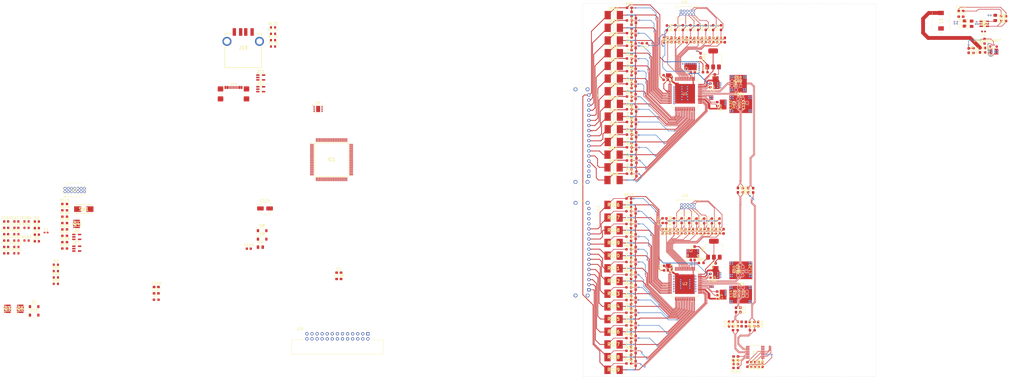
<source format=kicad_pcb>
(kicad_pcb (version 20240108) (generator "pcbnew") (generator_version "8.0")
  (layers (0 "F.Cu" mixed) (1 "In1.Cu" power) (2 "In2.Cu" signal) (31 "B.Cu" mixed) (34 "B.Paste" user) (35 "F.Paste" user) (36 "B.SilkS" user "B.Silkscreen") (37 "F.SilkS" user "F.Silkscreen") (38 "B.Mask" user) (39 "F.Mask" user) (44 "Edge.Cuts" user))
  (net 0 "")
  (net 1 "GND")
  (net 2 "+3.3V")
  (net 3 "Stack-")
  (net 4 "Net-(Q1-C)")
  (net 5 "Net-(Q1-E)")
  (net 6 "/Mesurements_LTC1/Bat_pin")
  (net 7 "Net-(U1-AVDD)")
  (net 8 "/Mesurements_LTC1/to_rx")
  (net 9 "Net-(U1-DVDD)")
  (net 10 "Net-(U1-REFHP)")
  (net 11 "Net-(U1-NEG5V)")
  (net 12 "/STM Comunication Interface /COMHP")
  (net 13 "/Mesurements_LTC1/COMLN")
  (net 14 "/Mesurements_LTC1/VC12")
  (net 15 "/Mesurements_LTC1/VC13")
  (net 16 "/Mesurements_LTC1/VC11")
  (net 17 "/Mesurements_LTC1/VC10")
  (net 18 "/Mesurements_LTC1/VC9")
  (net 19 "/Mesurements_LTC1/VC8")
  (net 20 "/Mesurements_LTC1/VC7")
  (net 21 "/Mesurements_LTC1/VC6")
  (net 22 "/Mesurements_LTC1/VC5")
  (net 23 "/Mesurements_LTC1/VC4")
  (net 24 "/Mesurements_LTC1/VC3")
  (net 25 "/Mesurements_LTC1/VC2")
  (net 26 "/Mesurements_LTC1/VC1")
  (net 27 "/Mesurements_LTC1/VC0")
  (net 28 "/Mesurements_LTC1/CB12")
  (net 29 "/Mesurements_LTC1/CB13")
  (net 30 "/Mesurements_LTC1/CB11")
  (net 31 "/Mesurements_LTC1/CB10")
  (net 32 "/Mesurements_LTC1/CB9")
  (net 33 "/Mesurements_LTC1/CB8")
  (net 34 "/Mesurements_LTC1/CB7")
  (net 35 "/Mesurements_LTC1/CB6")
  (net 36 "/Mesurements_LTC1/CB5")
  (net 37 "/Mesurements_LTC1/CB4")
  (net 38 "/Mesurements_LTC1/CB3")
  (net 39 "/Mesurements_LTC1/CB2")
  (net 40 "/Mesurements_LTC1/CB1")
  (net 41 "/Mesurements_LTC1/CB0")
  (net 42 "Batt_Coupling")
  (net 43 "/Mesurements_LTC1/Temperature_LTC_1/T1")
  (net 44 "/Mesurements_LTC1/Temperature_LTC_1/T4")
  (net 45 "/Mesurements_LTC1/Temperature_LTC_1/T5")
  (net 46 "/Mesurements_LTC1/Temperature_LTC_1/T2")
  (net 47 "/Mesurements_LTC1/Temperature_LTC_1/TSREF")
  (net 48 "/Mesurements_LTC1/Temperature_LTC_1/T6")
  (net 49 "/Mesurements_LTC1/Temperature_LTC_1/T7")
  (net 50 "/Mesurements_LTC1/Temperature_LTC_1/T8")
  (net 51 "Net-(Q2-C)")
  (net 52 "Net-(Q2-E)")
  (net 53 "Net-(U2-BAT)")
  (net 54 "Net-(U2-AVDD)")
  (net 55 "/Mesurements_LTC2/to_rx")
  (net 56 "Net-(U2-DVDD)")
  (net 57 "Net-(U2-REFHP)")
  (net 58 "Net-(U2-NEG5V)")
  (net 59 "/STM Comunication Interface /COMHN")
  (net 60 "/STM Comunication Interface /COMLP")
  (net 61 "/STM Comunication Interface /COMLN")
  (net 62 "/Mesurements_LTC2/COMHP")
  (net 63 "/Connectivity/+5V_curr_sense")
  (net 64 "/Mesurements_LTC2/COMHN")
  (net 65 "/Mesurements_LTC2/COMLP")
  (net 66 "/Mesurements_LTC2/COMLN")
  (net 67 "/Mesurements_LTC1/COMLP")
  (net 68 "/Mesurements_LTC2/Temperature_LTC_2/TSREF")
  (net 69 "/Mesurements_LTC2/Temperature_LTC_2/T1")
  (net 70 "/Mesurements_LTC2/Temperature_LTC_2/T4")
  (net 71 "/Mesurements_LTC2/Temperature_LTC_2/T5")
  (net 72 "/Mesurements_LTC2/Temperature_LTC_2/T2")
  (net 73 "/Mesurements_LTC2/Temperature_LTC_2/T6")
  (net 74 "/Mesurements_LTC2/Temperature_LTC_2/T7")
  (net 75 "/Mesurements_LTC2/Temperature_LTC_2/T8")
  (net 76 "/Mesurements_LTC2/VC12")
  (net 77 "/Mesurements_LTC2/VC13")
  (net 78 "/Mesurements_LTC2/VC11")
  (net 79 "/Mesurements_LTC2/VC10")
  (net 80 "/Mesurements_LTC2/VC9")
  (net 81 "/Mesurements_LTC2/VC8")
  (net 82 "/Mesurements_LTC2/VC7")
  (net 83 "/Mesurements_LTC2/VC6")
  (net 84 "/Mesurements_LTC2/VC5")
  (net 85 "/Mesurements_LTC2/VC4")
  (net 86 "/Mesurements_LTC2/VC3")
  (net 87 "/Mesurements_LTC2/VC2")
  (net 88 "/Mesurements_LTC2/VC1")
  (net 89 "/Mesurements_LTC2/VC0")
  (net 90 "/Mesurements_LTC2/CB13")
  (net 91 "/Mesurements_LTC2/CB12")
  (net 92 "/Mesurements_LTC2/CB11")
  (net 93 "/Mesurements_LTC2/CB10")
  (net 94 "/Mesurements_LTC2/CB9")
  (net 95 "/Mesurements_LTC2/CB8")
  (net 96 "/Mesurements_LTC2/CB7")
  (net 97 "/Mesurements_LTC2/CB6")
  (net 98 "/Mesurements_LTC2/CB5")
  (net 99 "/Mesurements_LTC2/CB4")
  (net 100 "/Mesurements_LTC2/CB3")
  (net 101 "/Mesurements_LTC2/CB2")
  (net 102 "/Mesurements_LTC2/CB1")
  (net 103 "/Mesurements_LTC2/CB0")
  (net 104 "Net-(U3-DVDD)")
  (net 105 "Net-(U3-CVDD)")
  (net 106 "+12V")
  (net 107 "/Button1")
  (net 108 "/Button2")
  (net 109 "/Button3")
  (net 110 "/Button4")
  (net 111 "+5V")
  (net 112 "/Curr_sense")
  (net 113 "Net-(IC2-EN)")
  (net 114 "Net-(IC2-SW)")
  (net 115 "Net-(IC2-VBST)")
  (net 116 "/Power/5V/F_U5V")
  (net 117 "Net-(U5-EN)")
  (net 118 "Net-(IC1-VCAP_1)")
  (net 119 "Net-(IC1-VCAP_2)")
  (net 120 "Net-(C140-Pad1)")
  (net 121 "/Connectivity/Relay_OUT")
  (net 122 "/Connectivity/LED4")
  (net 123 "/LED3")
  (net 124 "/LED2")
  (net 125 "/LED1")
  (net 126 "/Connectivity/EX_CANFD+")
  (net 127 "/Connectivity/EX_CANFD-")
  (net 128 "VBUS")
  (net 129 "Net-(J13-D+)")
  (net 130 "Net-(J13-D-)")
  (net 131 "Net-(D12-K-Pad3)")
  (net 132 "Net-(D12-K-Pad1)")
  (net 133 "/Connectivity/PreCharge_OUT")
  (net 134 "/Connectivity/5V_fused")
  (net 139 "/NFAULT")
  (net 140 "/NRST")
  (net 144 "/12V_Enable")
  (net 145 "/RX_1")
  (net 147 "/ERROR")
  (net 157 "/SIGNAL_RELAY")
  (net 160 "/Curr_sense2")
  (net 165 "/USB2+")
  (net 168 "/Connectivity/5V_fused_minus")
  (net 169 "/USB2-")
  (net 182 "/TX_1")
  (net 183 "Net-(J1-Pin_8)")
  (net 184 "CELL15")
  (net 185 "CELL25")
  (net 186 "Net-(J1-Pin_6)")
  (net 187 "CELL20")
  (net 188 "CELL21")
  (net 189 "Net-(J1-Pin_13)")
  (net 190 "CELL24")
  (net 191 "CELL22")
  (net 192 "CELL26")
  (net 193 "CELL17")
  (net 194 "CELL19")
  (net 195 "CELL18")
  (net 196 "Net-(J1-Pin_7)")
  (net 197 "Net-(J1-Pin_11)")
  (net 198 "CELL16")
  (net 199 "Net-(J1-Pin_5)")
  (net 200 "Net-(J1-Pin_12)")
  (net 201 "CELL23")
  (net 202 "CELL14")
  (net 203 "Net-(J1-Pin_9)")
  (net 204 "Net-(J1-Pin_10)")
  (net 206 "/SWCLK")
  (net 207 "/Connectivity/UART_TX")
  (net 208 "/Connectivity/UART_RX")
  (net 210 "/SWDIO")
  (net 214 "/Connectivity/B4_IN")
  (net 215 "/galvanic_isulation_2/S2+")
  (net 216 "/Connectivity/B3_IN")
  (net 217 "/galvanic_isulation_2/S1+")
  (net 218 "/Connectivity/B2_IN")
  (net 225 "Net-(Q1-B)")
  (net 226 "Net-(Q2-B)")
  (net 227 "/Connectivity/Relays/G2")
  (net 228 "Net-(Q4B-G2)")
  (net 229 "/galvanic_isulation_2/S1-")
  (net 230 "Net-(R1-Pad1)")
  (net 231 "Net-(IC1-BOOT0)")
  (net 232 "/Mesurements_LTC1/Temperature_LTC_1/Thermistor4")
  (net 233 "/Mesurements_LTC1/Temperature_LTC_1/Thermistor5")
  (net 234 "/Mesurements_LTC1/Temperature_LTC_1/Thermistor2")
  (net 235 "/Mesurements_LTC1/Temperature_LTC_1/T3")
  (net 236 "/Mesurements_LTC1/Temperature_LTC_1/Thermistor3")
  (net 237 "/Mesurements_LTC1/Temperature_LTC_1/Thermistor6")
  (net 238 "/Mesurements_LTC1/Temperature_LTC_1/Thermistor7")
  (net 239 "/Mesurements_LTC1/Temperature_LTC_1/Thermistor8")
  (net 240 "/SIGNAL_PRECHARGE")
  (net 241 "/Mesurements_LTC2/Temperature_LTC_2/Thermistor1")
  (net 242 "/Mesurements_LTC2/Temperature_LTC_2/Thermistor4")
  (net 243 "/Mesurements_LTC2/Temperature_LTC_2/Thermistor5")
  (net 244 "/Mesurements_LTC2/Temperature_LTC_2/Thermistor2")
  (net 245 "/Mesurements_LTC2/Temperature_LTC_2/Thermistor3")
  (net 246 "/Mesurements_LTC2/Temperature_LTC_2/T3")
  (net 247 "/Mesurements_LTC2/Temperature_LTC_2/Thermistor6")
  (net 248 "/Mesurements_LTC2/Temperature_LTC_2/Thermistor7")
  (net 249 "/Mesurements_LTC2/Temperature_LTC_2/Thermistor8")
  (net 250 "Net-(U3-INH)")
  (net 251 "Net-(U3-BAT)")
  (net 252 "Net-(IC2-VFB)")
  (net 253 "/USB-")
  (net 254 "/USB+")
  (net 255 "/Mesurements_LTC1/COMHN")
  (net 262 "/Mesurements_LTC1/COMHP")
  (net 275 "/CAN_RX")
  (net 276 "/CAN_TX")
  (net 302 "Net-(R145-Pad1)")
  (net 303 "/galvanic_isulation_2/S2-")
  (net 314 "Net-(J1-Pin_15)")
  (net 315 "Net-(J1-Pin_16)")
  (net 318 "Net-(J1-Pin_14)")
  (net 320 "Net-(R14-Pad2)")
  (net 321 "/galvanic_isulation_0/S1+")
  (net 322 "/galvanic_isulation_0/S2+")
  (net 323 "/galvanic_isulation_0/S2-")
  (net 324 "/galvanic_isulation_0/S1-")
  (net 325 "/galvanic_isulation_1/S1+")
  (net 326 "/galvanic_isulation_1/S2+")
  (net 327 "/galvanic_isulation_1/S2-")
  (net 328 "/galvanic_isulation_1/S1-")
  (footprint "Capacitor_SMD:C_0603_1608Metric_Pad1.08x0.95mm_HandSolder" (layer "F.Cu") (at 99.1 142.1 90)
    (property "Reference" "C85")
    (property "Value" "0.47uF" (hide yes))
  )
  (footprint "Resistor_SMD:R_0603_1608Metric_Pad0.98x0.95mm_HandSolder" (layer "F.Cu") (at 143.05 142.4625 90)
    (property "Reference" "R63")
    (property "Value" "49" (hide yes))
  )
  (footprint "Capacitor_SMD:C_0603_1608Metric_Pad1.08x0.95mm_HandSolder" (layer "F.Cu") (at 101 84.4 90)
    (property "Reference" "C37")
    (property "Value" "0.47uF" (hide yes))
  )
  (footprint "Resistor_SMD:R_0603_1608Metric_Pad0.98x0.95mm_HandSolder" (layer "F.Cu") (at 122.5 52.1125 90)
    (property "Reference" "R9")
    (property "Value" "1k" (hide yes))
  )
  (footprint "Capacitor_SMD:C_0603_1608Metric_Pad1.08x0.95mm_HandSolder" (layer "F.Cu") (at 101.2 104.8375 90)
    (property "Reference" "C41")
    (property "Value" "0.47uF" (hide yes))
  )
  (footprint "Capacitor_SMD:C_0603_1608Metric" (layer "F.Cu") (at -146.8775 133.66)
    (property "Reference" "C115")
    (property "Value" "0.1u")
  )
  (footprint "Capacitor_SMD:C_0603_1608Metric_Pad1.08x0.95mm_HandSolder" (layer "F.Cu") (at 99.3 96.9375 90)
    (property "Reference" "C27")
    (property "Value" "0.47uF" (hide yes))
  )
  (footprint "Resistor_SMD:R_0603_1608Metric_Pad0.98x0.95mm_HandSolder" (layer "F.Cu") (at -123.8575 131.78)
    (property "Reference" "R158")
    (property "Value" "500")
  )
  (footprint "footrpint:RESC6331X80N" (layer "F.Cu") (at 92.2 167.1)
    (property "Reference" "R136")
    (property "Value" "10" (hide yes))
  )
  (footprint "Capacitor_SMD:C_0603_1608Metric_Pad1.08x0.95mm_HandSolder" (layer "F.Cu") (at 133.85 151.25 180)
    (property "Reference" "C54")
    (property "Value" "1uF" (hide yes))
  )
  (footprint "Resistor_SMD:R_0603_1608Metric_Pad0.98x0.95mm_HandSolder" (layer "F.Cu") (at 238.2375 52.6 90)
    (property "Reference" "R61")
    (property "Value" "15.8k 63mW" (hide yes))
  )
  (footprint "Capacitor_SMD:C_0603_1608Metric_Pad1.08x0.95mm_HandSolder" (layer "F.Cu") (at 100.9 179.6 90)
    (property "Reference" "C105")
    (property "Value" "0.47uF" (hide yes))
  )
  (footprint "Resistor_SMD:R_0603_1608Metric_Pad0.98x0.95mm_HandSolder" (layer "F.Cu") (at 141.25 70.25)
    (property "Reference" "R71")
    (property "Value" "49" (hide yes))
  )
  (footprint "Diode_SMD:D_SOD-123" (layer "F.Cu") (at -135.8625 157.2)
    (property "Reference" "D1")
    (property "Value" "60V/0.5/3A")
  )
  (footprint "Capacitor_SMD:C_0603_1608Metric_Pad1.08x0.95mm_HandSolder" (layer "F.Cu") (at 99.1 147.1 90)
    (property "Reference" "C86")
    (property "Value" "0.47uF" (hide yes))
  )
  (footprint "Resistor_SMD:R_0603_1608Metric_Pad0.98x0.95mm_HandSolder" (layer "F.Cu") (at 139.15 164.0625 90)
    (property "Reference" "R6")
    (property "Value" "49" (hide yes))
  )
  (footprint "Diode_SMD:D_SOD-123" (layer "F.Cu") (at -135.8625 160.55)
    (property "Reference" "D13")
    (property "Value" "60V/0.5/3A")
  )
  (footprint "footrpint:HARWIN_M80-5402642" (layer "F.Cu") (at -16.5 173.1)
    (property "Reference" "J19")
    (property "Value" "Conn_02x13_Counter_Clockwise")
  )
  (footprint "Capacitor_SMD:C_0603_1608Metric_Pad1.08x0.95mm_HandSolder" (layer "F.Cu") (at 99.1 152.1 90)
    (property "Reference" "C87")
    (property "Value" "0.47uF" (hide yes))
  )
  (footprint "Package_TO_SOT_SMD:SOT-223-3_TabPin2" (layer "F.Cu") (at 131.399811 59.575701 90)
    (property "Reference" "Q1")
    (property "Value" "NPN" (hide yes))
  )
  (footprint "Capacitor_SMD:C_0603_1608Metric_Pad1.08x0.95mm_HandSolder" (layer "F.Cu") (at 124.1 137.9625 -90)
    (property "Reference" "C56")
    (property "Value" "2.2uF" (hide yes))
  )
  (footprint "footrpint:BQ79600-Q1" (layer "F.Cu") (at 147.9889 175.15 180)
    (property "Reference" "U3")
    (property "Value" "PBQ79600PWQ1" (hide yes))
  )
  (footprint "Capacitor_SMD:C_0603_1608Metric_Pad1.08x0.95mm_HandSolder" (layer "F.Cu") (at 132.4 140.9625 90)
    (property "Reference" "C52")
    (property "Value" "0.1uF" (hide yes))
  )
  (footprint "Resistor_SMD:R_0603_1608Metric_Pad0.98x0.95mm_HandSolder" (layer "F.Cu") (at 131 127.5125 90)
    (property "Reference" "R107")
    (property "Value" "1k" (hide yes))
  )
  (footprint "footrpint:RESC6331X80N" (layer "F.Cu") (at 92.2 102.3)
    (property "Reference" "R45")
    (property "Value" "10" (hide yes))
  )
  (footprint "Capacitor_SMD:C_0603_1608Metric_Pad1.08x0.95mm_HandSolder" (layer "F.Cu") (at 124.15 64.05 -90)
    (property "Reference" "C7")
    (property "Value" "2.2uF" (hide yes))
  )
  (footprint "Resistor_SMD:R_0603_1608Metric_Pad0.98x0.95mm_HandSolder" (layer "F.Cu") (at 112.1 142 90)
    (property "Reference" "R66")
    (property "Value" "30" (hide yes))
  )
  (footprint "Capacitor_SMD:C_0603_1608Metric_Pad1.08x0.95mm_HandSolder" (layer "F.Cu") (at 100.9 159.6 90)
    (property "Reference" "C101")
    (property "Value" "0.47uF" (hide yes))
  )
  (footprint "Resistor_SMD:R_0603_1608Metric_Pad0.98x0.95mm_HandSolder" (layer "F.Cu") (at 119.5 47.2125 90)
    (property "Reference" "R49")
    (property "Value" "10k" (hide yes))
  )
  (footprint "Capacitor_SMD:C_0603_1608Metric_Pad1.08x0.95mm_HandSolder" (layer "F.Cu") (at 99.3 61.9 90)
    (property "Reference" "C20")
    (property "Value" "0.47uF" (hide yes))
  )
  (footprint "Capacitor_SMD:C_0603_1608Metric_Pad1.08x0.95mm_HandSolder" (layer "F.Cu") (at 115 52.125 90)
    (property "Reference" "C42")
    (property "Value" "1uF" (hide yes))
  )
  (footprint "Capacitor_SMD:C_0603_1608Metric_Pad1.08x0.95mm_HandSolder" (layer "F.Cu") (at 123.5 127.5 90)
    (property "Reference" "C73")
    (property "Value" "1uF" (hide yes))
  )
  (footprint "Resistor_SMD:R_0603_1608Metric_Pad0.98x0.95mm_HandSolder" (layer "F.Cu") (at 104.4 53.4 180)
    (property "Reference" "R15")
    (property "Value" "100k" (hide yes))
  )
  (footprint "Resistor_SMD:R_0603_1608Metric_Pad0.98x0.95mm_HandSolder" (layer "F.Cu") (at 122 123.3125 90)
    (property "Reference" "R102")
    (property "Value" "10k" (hide yes))
  )
  (footprint "Capacitor_SMD:C_0603_1608Metric_Pad1.08x0.95mm_HandSolder" (layer "F.Cu") (at 150.8889 180 90)
    (property "Reference" "C107")
    (property "Value" "0.22u" (hide yes))
  )
  (footprint "Resistor_SMD:R_0603_1608Metric_Pad0.98x0.95mm_HandSolder" (layer "F.Cu") (at 111.5 123.3 90)
    (property "Reference" "R101")
    (property "Value" "100k" (hide yes))
  )
  (footprint "Capacitor_SMD:C_0603_1608Metric_Pad1.08x0.95mm_HandSolder" (layer "F.Cu") (at 142.15 158.5 -90)
    (property "Reference" "C13")
    (property "Value" "2.2n" (hide yes))
  )
  (footprint "Resistor_SMD:R_0603_1608Metric_Pad0.98x0.95mm_HandSolder" (layer "F.Cu") (at 119 127.5 90)
    (property "Reference" "R99")
    (property "Value" "1k" (hide yes))
  )
  (footprint "Resistor_SMD:R_0603_1608Metric" (layer "F.Cu") (at -41.8375 47.15)
    (property "Reference" "R173")
    (property "Value" "33")
  )
  (footprint "Capacitor_SMD:C_0603_1608Metric_Pad1.08x0.95mm_HandSolder" (layer "F.Cu") (at 99.1 157.1 90)
    (property "Reference" "C88")
    (property "Value" "0.47uF" (hide yes))
  )
  (footprint "Capacitor_SMD:C_0603_1608Metric_Pad1.08x0.95mm_HandSolder" (layer "F.Cu") (at 135.5 127.5125 90)
    (property "Reference" "C79")
    (property "Value" "1uF" (hide yes))
  )
  (footprint "Capacitor_SMD:C_0603_1608Metric_Pad1.08x0.95mm_HandSolder" (layer "F.Cu") (at 99.1 137.1 90)
    (property "Reference" "C84")
    (property "Value" "0.47uF" (hide yes))
  )
  (footprint "Resistor_SMD:R_0603_1608Metric_Pad0.98x0.95mm_HandSolder" (layer "F.Cu") (at 146.3889 180 -90)
    (property "Reference" "R142")
    (property "Value" "10k" (hide yes))
  )
  (footprint "Capacitor_SMD:C_0603_1608Metric_Pad1.08x0.95mm_HandSolder" (layer "F.Cu") (at 99.1 177.1 90)
    (property "Reference" "C92")
    (property "Value" "0.47uF" (hide yes))
  )
  (footprint "Capacitor_SMD:C_0603_1608Metric_Pad1.08x0.95mm_HandSolder" (layer "F.Cu") (at 144.3 164.1 -90)
    (property "Reference" "C63")
    (property "Value" "220p" (hide yes))
  )
  (footprint "Package_TO_SOT_SMD:SOT-23-5" (layer "F.Cu") (at -119.1075 129.725)
    (property "Reference" "D6")
    (property "Value" "ESDA5V3SC5")
  )
  (footprint "Resistor_SMD:R_0603_1608Metric_Pad0.98x0.95mm_HandSolder" (layer "F.Cu") (at -123.8575 124.25)
    (property "Reference" "R150")
    (property "Value" "10k")
  )
  (footprint "Resistor_SMD:R_0603_1608Metric" (layer "F.Cu") (at -127.3275 143.19)
    (property "Reference" "R56")
    (property "Value" "10k")
  )
  (footprint "footrpint:RESC6331X80N" (layer "F.Cu") (at 92.3 57.3)
    (property "Reference" "R36")
    (property "Value" "10" (hide yes))
  )
  (footprint "Capacitor_SMD:C_0603_1608Metric_Pad1.08x0.95mm_HandSolder" (layer "F.Cu") (at 238.4375 56.1 -90)
    (property "Reference" "C127")
    (property "Value" "100nF 280mOhm" (hide yes))
  )
  (footprint "Capacitor_SMD:C_0603_1608Metric_Pad1.08x0.95mm_HandSolder" (layer "F.Cu") (at 100.9 119.6 90)
    (property "Reference" "C93")
    (property "Value" "0.47uF" (hide yes))
  )
  (footprint "Resistor_SMD:R_0603_1608Metric_Pad0.98x0.95mm_HandSolder" (layer "F.Cu") (at 98.4 39.4)
    (property "Reference" "R20")
    (property "Value" "100" (hide yes))
  )
  (footprint "Resistor_SMD:R_0603_1608Metric_Pad0.98x0.95mm_HandSolder" (layer "F.Cu") (at 98.2 124.6)
    (property "Reference" "R115")
    (property "Value" "100" (hide yes))
  )
  (footprint "Capacitor_SMD:C_0603_1608Metric_Pad1.08x0.95mm_HandSolder" (layer "F.Cu") (at 99.1 127.1 90)
    (property "Reference" "C82")
    (property "Value" "0.47uF" (hide yes))
  )
  (footprint "Capacitor_SMD:C_0603_1608Metric_Pad1.08x0.95mm_HandSolder" (layer "F.Cu") (at 120.5 127.5125 90)
    (property "Reference" "C76")
    (property "Value" "1uF" (hide yes))
  )
  (footprint "Samacsys:DMT6018LDR7" (layer "F.Cu") (at -146.3575 158.05)
    (property "Reference" "Q3")
    (property "Value" "DMT6018LDR-7" (hide yes))
  )
  (footprint "Resistor_SMD:R_0603_1608Metric_Pad0.98x0.95mm_HandSolder" (layer "F.Cu") (at 142.2 75.3)
    (property "Reference" "R70")
    (property "Value" "1k" (hide yes))
  )
  (footprint "footrpint:CLF7045__" (layer "F.Cu") (at 221.1 44.5 90)
    (property "Reference" "L1")
    (property "Value" "3.3u 20mOhm" (hide yes))
  )
  (footprint "Diode_SMD:D_SOD-123" (layer "F.Cu") (at -46.1125 127.25)
    (property "Reference" "D8")
    (property "Value" "60V/0.5/3A")
  )
  (footprint "Capacitor_SMD:C_0603_1608Metric_Pad1.08x0.95mm_HandSolder" (layer "F.Cu") (at 124.1 134.4 90)
    (property "Reference" "C51")
    (property "Value" "0.22uF" (hide yes))
  )
  (footprint "Resistor_SMD:R_0603_1608Metric_Pad0.98x0.95mm_HandSolder" (layer "F.Cu") (at 126.7 140)
    (property "Reference" "R64")
    (property "Value" "300	" (hide yes))
  )
  (footprint "Resistor_SMD:R_0603_1608Metric" (layer "F.Cu") (at -142.8675 131.15)
    (property "Reference" "R152")
    (property "Value" "1k")
  )
  (footprint "Capacitor_SMD:C_0603_1608Metric_Pad1.08x0.95mm_HandSolder" (layer "F.Cu") (at 144.55 142.4625 -90)
    (property "Reference" "C129")
    (property "Value" "220p" (hide yes))
  )
  (footprint "Resistor_SMD:R_0603_1608Metric_Pad0.98x0.95mm_HandSolder" (layer "F.Cu") (at 141.25 68.25)
    (property "Reference" "R68")
    (property "Value" "49" (hide yes))
  )
  (footprint "Resistor_SMD:R_0603_1608Metric_Pad0.98x0.95mm_HandSolder" (layer "F.Cu") (at 131.4 47.2125 90)
    (property "Reference" "R54")
    (property "Value" "10k" (hide yes))
  )
  (footprint "Capacitor_SMD:C_0603_1608Metric_Pad1.08x0.95mm_HandSolder" (layer "F.Cu") (at 136 52.125 90)
    (property "Reference" "C50")
    (property "Value" "1uF" (hide yes))
  )
  (footprint "Resistor_SMD:R_0603_1608Metric_Pad0.98x0.95mm_HandSolder" (layer "F.Cu") (at 141.1 164.05 90)
    (property "Reference" "R7")
    (property "Value" "49" (hide yes))
  )
  (footprint "Capacitor_SMD:C_0805_2012Metric_Pad1.18x1.45mm_HandSolder" (layer "F.Cu") (at 230.35 45.6 90)
    (property "Reference" "C120")
    (property "Value" "10uf 2.818mOhm" (hide yes))
  )
  (footprint "Capacitor_SMD:C_0603_1608Metric_Pad1.08x0.95mm_HandSolder" (layer "F.Cu") (at -87.8075 151.96)
    (property "Reference" "C141")
    (property "Value" "47n 	")
  )
  (footprint "Resistor_SMD:R_0603_1608Metric_Pad0.98x0.95mm_HandSolder" (layer "F.Cu") (at 98.4 44.4)
    (property "Reference" "R21" (hide yes))
    (property "Value" "100" (hide yes))
  )
  (footprint "Resistor_SMD:R_0603_1608Metric_Pad0.98x0.95mm_HandSolder" (layer "F.Cu") (at 98.2 134.6)
    (property "Reference" "R117")
    (property "Value" "100" (hide yes))
  )
  (footprint "Capacitor_SMD:C_0603_1608Metric_Pad1.08x0.95mm_HandSolder" (layer "F.Cu") (at 100.9 69.4 90)
    (property "Reference" "C34")
    (property "Value" "0.47uF" (hide yes))
  )
  (footprint "Resistor_SMD:R_0603_1608Metric_Pad0.98x0.95mm_HandSolder" (layer "F.Cu") (at 141.35 152.1375 90)
    (property "Reference" "R16")
    (property "Value" "49" (hide yes))
  )
  (footprint "Resistor_SMD:R_0603_1608Metric_Pad0.98x0.95mm_HandSolder" (layer "F.Cu") (at 147.65 164.1 -90)
    (property "Reference" "R72")
    (property "Value" "49" (hide yes))
  )
  (footprint "Capacitor_SMD:C_0603_1608Metric_Pad1.08x0.95mm_HandSolder" (layer "F.Cu") (at 99.3 91.8625 90)
    (property "Reference" "C26")
    (property "Value" "0.47uF" (hide yes))
  )
  (footprint "Resistor_SMD:R_0603_1608Metric_Pad0.98x0.95mm_HandSolder" (layer "F.Cu") (at 116.5 52.125 90)
    (property "Reference" "R11")
    (property "Value" "1k" (hide yes))
  )
  (footprint "Resistor_SMD:R_0603_1608Metric_Pad0.98x0.95mm_HandSolder" (layer "F.Cu") (at 140.3389 178.35 180)
    (property "Reference" "R144")
    (property "Value" "10k" (hide yes))
  )
  (footprint "Samacsys:FTSH-107-XX-YYY-D-K" (layer "F.Cu") (at -119.9075 111.24)
    (property "Reference" "J7")
    (property "Value" "FTSH-107-01-L-D-K" (hide yes))
  )
  (footprint "Capacitor_SMD:C_0603_1608Metric_Pad1.08x0.95mm_HandSolder" (layer "F.Cu") (at 99.1 162.1 90)
    (property "Reference" "C89")
    (property "Value" "0.47uF" (hide yes))
  )
  (footprint "footrpint:RESC6331X80N" (layer "F.Cu") (at 92.2 152.1)
    (property "Reference" "R133")
    (property "Value" "10" (hide yes))
  )
  (footprint "Capacitor_SMD:C_0603_1608Metric_Pad1.08x0.95mm_HandSolder" (layer "F.Cu") (at -15.9375 146.31)
    (property "Reference" "C139")
    (property "Value" "2.2n")
  )
  (footprint "footrpint:RESC6331X80N" (layer "F.Cu") (at 92.3 72.3)
    (property "Reference" "R39")
    (property "Value" "10" (hide yes))
  )
  (footprint "Capacitor_SMD:C_0603_1608Metric_Pad1.08x0.95mm_HandSolder" (layer "F.Cu") (at 99.1 132.1 90)
    (property "Reference" "C83")
    (property "Value" "0.47uF" (hide yes))
  )
  (footprint "footrpint:RESC6331X80N" (layer "F.Cu") (at 92.2 162.1)
    (property "Reference" "R135")
    (property "Value" "10" (hide yes))
  )
  (footprint "Resistor_SMD:R_0603_1608Metric_Pad0.98x0.95mm_HandSolder" (layer "F.Cu") (at 111.5 127.525 -90)
    (property "Reference" "TH13")
    (property "Value" "10k b= 3000" (hide yes))
  )
  (footprint "Connector_USB:USB_C_Receptacle_GCT_USB4110" (layer "F.Cu") (at -57.4 74.5)
    (property "Reference" "J14")
    (property "Value" "USB_C_Receptacle_USB2.0_14P")
  )
  (footprint "Resistor_SMD:R_0603_1608Metric_Pad0.98x0.95mm_HandSolder" (layer "F.Cu") (at 140.1375 166.4625)
    (property "Reference" "R5")
    (property "Value" "1k" (hide yes))
  )
  (footprint "LED_SMD:LED_0603_1608Metric" (layer "F.Cu") (at -134.8075 131.43)
    (property "Reference" "D5")
    (property "Value" "LED")
  )
  (footprint "Capacitor_SMD:C_0603_1608Metric_Pad1.08x0.95mm_HandSolder" (layer "F.Cu") (at 100.9 59.4 90)
    (property "Reference" "C32")
    (property "Value" "0.47uF" (hide yes))
  )
  (footprint "Capacitor_SMD:C_0603_1608Metric_Pad1.08x0.95mm_HandSolder" (layer "F.Cu") (at 100.9 54.4 90)
    (property "Reference" "C31")
    (property "Value" "0.47uF" (hide yes))
  )
  (footprint "Resistor_SMD:R_0603_1608Metric_Pad0.98x0.95mm_HandSolder" (layer "F.Cu") (at -87.8075 154.47)
    (property "Reference" "R1")
    (property "Value" "100k")
  )
  (footprint "Resistor_SMD:R_0603_1608Metric_Pad0.98x0.95mm_HandSolder" (layer "F.Cu") (at 233.8875 56.275 -90)
    (property "Reference" "R62")
    (property "Value" "10k 63mW" (hide yes))
  )
  (footprint "Capacitor_SMD:C_0603_1608Metric_Pad1.08x0.95mm_HandSolder" (layer "F.Cu") (at 126.5 127.5125 90)
    (property "Reference" "C74")
    (property "Value" "1uF" (hide yes))
  )
  (footprint "Resistor_SMD:R_0603_1608Metric_Pad0.98x0.95mm_HandSolder" (layer "F.Cu") (at 140.3264 181.35 180)
    (property "Reference" "R143")
    (property "Value" "100k" (hide yes))
  )
  (footprint "Resistor_SMD:R_0603_1608Metric_Pad0.98x0.95mm_HandSolder" (layer "F.Cu") (at 98.3875 59.4)
    (property "Reference" "R24")
    (property "Value" "100" (hide yes))
  )
  (footprint "Capacitor_SMD:C_0603_1608Metric_Pad1.08x0.95mm_HandSolder" (layer "F.Cu") (at 141.25 71.75 180)
    (property "Reference" "C60")
    (property "Value" "220p" (hide yes))
  )
  (footprint "Resistor_SMD:R_0603_1608Metric_Pad0.98x0.95mm_HandSolder" (layer "F.Cu") (at 116 127.5 90)
    (property "Reference" "R98")
    (property "Value" "1k" (hide yes))
  )
  (footprint "Capacitor_SMD:C_0603_1608Metric" (layer "F.Cu") (at -146.8775 131.15)
    (property "Reference" "C114")
    (property "Value" "0.1u")
  )
  (footprint "Capacitor_SMD:C_0603_1608Metric_Pad1.08x0.95mm_HandSolder" (layer "F.Cu") (at 100.9 149.6 90)
    (property "Reference" "C99")
    (property "Value" "0.47uF" (hide yes))
  )
  (footprint "Capacitor_SMD:C_0603_1608Metric" (layer "F.Cu") (at -142.8675 123.62)
    (property "Reference" "C117")
    (property "Value" "100nF")
  )
  (footprint "Resistor_SMD:R_0603_1608Metric_Pad0.98x0.95mm_HandSolder" (layer "F.Cu") (at 143.3 77.6875 90)
    (property "Reference" "R65")
    (property "Value" "49" (hide yes))
  )
  (footprint "Resistor_SMD:R_0603_1608Metric_Pad0.98x0.95mm_HandSolder" (layer "F.Cu") (at 112 52.125 -90)
    (property "Reference" "TH1")
    (property "Value" "10k b= 3000" (hide yes))
  )
  (footprint "Package_TO_SOT_SMD:SOT-23-5" (layer "F.Cu") (at -46.6875 71.5)
    (property "Reference" "D12")
    (property "Value" "ESDA5V3SC5")
  )
  (footprint "footrpint:RESC6331X80N" (layer "F.Cu") (at 92.2 182.1)
    (property "Reference" "R139")
    (property "Value" "10" (hide yes))
  )
  (footprint "Resistor_SMD:R_0603_1608Metric_Pad0.98x0.95mm_HandSolder" (layer "F.Cu") (at 111.9 66.9 90)
    (property "Reference" "R4")
    (property "Value" "30" (hide yes))
  )
  (footprint "footrpint:RESC6331X80N" (layer "F.Cu") (at 92.3 62.3)
    (property "Reference" "R37")
    (property "Value" "10" (hide yes))
  )
  (footprint "Capacitor_SMD:C_0603_1608Metric_Pad1.08x0.95mm_HandSolder" (layer "F.Cu") (at -15.9375 143.8)
    (property "Reference" "C1")
    (property "Value" "100n ceramiczny")
  )
  (footprint "Capacitor_SMD:C_0603_1608Metric_Pad1.08x0.95mm_HandSolder" (layer "F.Cu") (at 140.3264 176.85 180)
    (property "Reference" "C108")
    (property "Value" "0.22u" (hide yes))
  )
  (footprint "Capacitor_SMD:C_0603_1608Metric_Pad1.08x0.95mm_HandSolder" (layer "F.Cu") (at 100.9 64.3 90)
    (property "Reference" "C33")
    (property "Value" "0.47uF" (hide yes))
  )
  (footprint "Capacitor_SMD:C_0603_1608Metric_Pad1.08x0.95mm_HandSolder" (layer "F.Cu") (at 99.3 51.9375 90)
    (property "Reference" "C18")
    (property "Value" "0.47uF" (hide yes))
  )
  (footprint "Resistor_SMD:R_0603_1608Metric_Pad0.98x0.95mm_HandSolder" (layer "F.Cu") (at 125.5 47.2125 90)
    (property "Reference" "R47")
    (property "Value" "10k" (hide yes))
  )
  (footprint "Resistor_SMD:R_0603_1608Metric" (layer "F.Cu") (at -41.8375 54.68)
    (property "Reference" "R176")
    (property "Value" "33")
  )
  (footprint "Resistor_SMD:R_0603_1608Metric_Pad0.98x0.95mm_HandSolder" (layer "F.Cu") (at 128 127.5 90)
    (property "Reference" "R106")
    (property "Value" "1k" (hide yes))
  )
  (footprint "Resistor_SMD:R_0603_1608Metric_Pad0.98x0.95mm_HandSolder" (layer "F.Cu") (at 98.2 129.6)
    (property "Reference" "R116")
    (property "Value" "100" (hide yes))
  )
  (footprint "Resistor_SMD:R_0603_1608Metric_Pad0.98x0.95mm_HandSolder" (layer "F.Cu") (at 98.2 119.6)
    (property "Reference" "R114")
    (property "Value" "100" (hide yes))
  )
  (footprint "Capacitor_SMD:C_0603_1608Metric_Pad1.08x0.95mm_HandSolder" (layer "F.Cu") (at 133.9375 78.1 180)
    (property "Reference" "C8")
    (property "Value" "1uF")
  )
  (footprint "Resistor_SMD:R_0603_1608Metric_Pad0.98x0.95mm_HandSolder" (layer "F.Cu") (at 98.4 104.8)
    (property "Reference" "R19")
    (property "Value" "100" (hide yes))
  )
  (footprint "Capacitor_SMD:C_0603_1608Metric_Pad1.08x0.95mm_HandSolder" (layer "F.Cu") (at 236.4375 56.1375 -90)
    (property "Reference" "C126")
    (property "Value" "10uF 3mOhm" (hide yes))
  )
  (footprint "Capacitor_SMD:C_0603_1608Metric_Pad1.08x0.95mm_HandSolder" (layer "F.Cu") (at 129.5 127.5 90)
    (property "Reference" "C77")
    (property "Value" "1uF" (hide yes))
  )
  (footprint "Resistor_SMD:R_0603_1608Metric_Pad0.98x0.95mm_HandSolder" (layer "F.Cu") (at 98.3875 79.4)
    (property "Reference" "R28")
    (property "Value" "100" (hide yes))
  )
  (footprint "Capacitor_SMD:C_0603_1608Metric_Pad1.08x0.95mm_HandSolder" (layer "F.Cu") (at 133.9 76.6 180)
    (property "Reference" "C5")
    (property "Value" "1uF" (hide yes))
  )
  (footprint "Resistor_SMD:R_0603_1608Metric_Pad0.98x0.95mm_HandSolder" (layer "F.Cu") (at -123.8575 129.27)
    (property "Reference" "R157")
    (property "Value" "10k")
  )
  (footprint "Capacitor_SMD:C_0603_1608Metric_Pad1.08x0.95mm_HandSolder" (layer "F.Cu") (at 101.2 99.6 90)
    (property "Reference" "C40")
    (property "Value" "0.47uF" (hide yes))
  )
  (footprint "footrpint:RESC6331X80N" (layer "F.Cu") (at 92.2 157.1)
    (property "Reference" "R134")
    (property "Value" "10" (hide yes))
  )
  (footprint "Capacitor_SMD:C_0603_1608Metric_Pad1.08x0.95mm_HandSolder" (layer "F.Cu") (at 99.3 86.9 90)
    (property "Reference" "C25")
    (property "Value" "0.47uF" (hide yes))
  )
  (footprint "Resistor_SMD:R_0603_1608Metric_Pad0.98x0.95mm_HandSolder" (layer "F.Cu") (at 147.8889 180 -90)
    (property "Reference" "R140")
    (property "Value" "100k" (hide yes))
  )
  (footprint "Resistor_SMD:R_0603_1608Metric_Pad0.98x0.95mm_HandSolder" (layer "F.Cu") (at 133.9 123.4125 90)
    (property "Reference" "R111")
    (property "Value" "10k" (hide yes))
  )
  (footprint "Capacitor_SMD:C_0603_1608Metric_Pad1.08x0.95mm_HandSolder" (layer "F.Cu") (at 127 52.125 90)
    (property "Reference" "C44")
    (property "Value" "1uF" (hide yes))
  )
  (footprint "Capacitor_SMD:C_0603_1608Metric" (layer "F.Cu") (at -146.8775 123.62)
    (property "Reference" "C110")
    (property "Value" "0.1u")
  )
  (footprint "Capacitor_SMD:CP_Elec_4x5.8" (layer "F.Cu") (at -45 118.5)
    (property "Reference" "C124")
    (property "Value" "22uF")
  )
  (footprint "Resistor_SMD:R_0603_1608Metric_Pad0.98x0.95mm_HandSolder" (layer "F.Cu") (at 116 123.3125 90)
    (property "Reference" "R104")
    (property "Value" "10k" (hide yes))
  )
  (footprint "Resistor_SMD:R_0603_1608Metric_Pad0.98x0.95mm_HandSolder" (layer "F.Cu") (at 125.5 52.125 90)
    (property "Reference" "R10")
    (property "Value" "1k" (hide yes))
  )
  (footprint "Capacitor_SMD:C_0603_1608Metric_Pad1.08x0.95mm_HandSolder" (layer "F.Cu") (at 99.3 102.2 90)
    (property "Reference" "C28")
    (property "Value" "0.47uF" (hide yes))
  )
  (footprint "Capacitor_SMD:C_0603_1608Metric_Pad1.08x0.95mm_HandSolder" (layer "F.Cu") (at 121 52.125 90)
    (property "Reference" "C46")
    (property "Value" "1uF" (hide yes))
  )
  (footprint "Package_TO_SOT_SMD:SOT-23-5" (layer "F.Cu") (at -46.6875 66.875)
    (property "Reference" "D11")
    (property "Value" "ESDA5V3SC5")
  )
  (footprint "Capacitor_SMD:C_0603_1608Metric_Pad1.08x0.95mm_HandSolder" (layer "F.Cu") (at 228.95 42.9)
    (property "Reference" "C122")
    (property "Value" "22u 3.71mOhm" (hide yes))
  )
  (footprint "Resistor_SMD:R_0603_1608Metric" (layer "F.Cu") (at -127.3275 140.68)
    (property "Reference" "R3")
    (property "Value" "100")
  )
  (footprint "footrpint:RESC6331X80N" (layer "F.Cu") (at 92.3 87.3)
    (property "Reference" "R42")
    (property "Value" "10" (hide yes))
  )
  (footprint "Capacitor_SMD:C_0603_1608Metric" (layer "F.Cu") (at -146.8775 126.13)
    (property "Reference" "C111")
    (property "Value" "0.1u")
  )
  (footprint "footrpint:RESC6331X80N" (layer "F.Cu") (at 92.2 122.1)
    (property "Reference" "R127")
    (property "Value" "10" (hide yes))
  )
  (footprint "Resistor_SMD:R_0603_1608Metric_Pad0.98x0.95mm_HandSolder" (layer "F.Cu") (at 98.2 154.6)
    (property "Reference" "R121")
    (property "Value" "100" (hide yes))
  )
  (footprint "Resistor_SMD:R_0603_1608Metric_Pad0.98x0.95mm_HandSolder" (layer "F.Cu") (at 98.4 54.4)
    (property "Reference" "R23")
    (property "Value" "100" (hide yes))
  )
  (footprint "footrpint:RDX0007A-MFG" (layer "F.Cu") (at 241.7375 56)
    (property "Reference" "U5")
    (property "Value" "PTPSM863253RDXR" (hide yes))
  )
  (footprint "Resistor_SMD:R_0603_1608Metric_Pad0.98x0.95mm_HandSolder" (layer "F.Cu") (at 98.4 64.4)
    (property "Reference" "R25")
    (property "Value" "100" (hide yes))
  )
  (footprint "Resistor_SMD:R_0603_1608Metric_Pad0.98x0.95mm_HandSolder" (layer "F.Cu") (at 98.2 144.6)
    (property "Reference" "R119")
    (property "Value" "100" (hide yes))
  )
  (footprint "Capacitor_SMD:C_0603_1608Metric_Pad1.08x0.95mm_HandSolder" (layer "F.Cu") (at -87.8075 149.45)
    (property "Reference" "C140")
    (property "Value" "2.2n")
  )
  (footprint "Resistor_SMD:R_0603_1608Metric_Pad0.98x0.95mm_HandSolder" (layer "F.Cu") (at 116.5 47.2125 90)
    (property "Reference" "R48")
    (property "Value" "10k" (hide yes))
  )
  (footprint "Resistor_SMD:R_0603_1608Metric_Pad0.98x0.95mm_HandSolder" (layer "F.Cu") (at 128.287311 64.825701)
    (property "Reference" "R2")
    (property "Value" "300" (hide yes))
  )
  (footprint "Capacitor_SMD:C_0603_1608Metric_Pad1.08x0.95mm_HandSolder" (layer "F.Cu") (at 99.3 66.8625 90)
    (property "Reference" "C21")
    (property "Value" "0.47uF" (hide yes))
  )
  (footprint "Capacitor_SMD:C_0603_1608Metric_Pad1.08x0.95mm_HandSolder" (layer "F.Cu") (at 141.15 111.3 -90)
    (property "Reference" "C130")
    (property "Value" "2.2n" (hide yes))
  )
  (footprint "Resistor_SMD:R_0603_1608Metric_Pad0.98x0.95mm_HandSolder" (layer "F.Cu") (at 134.5 47.2125 90)
    (property "Reference" "R55")
    (property "Value" "10k" (hide yes))
  )
  (footprint "Capacitor_SMD:C_0603_1608Metric_Pad1.08x0.95mm_HandSolder" (layer "F.Cu") (at 144.7 152.1375 90)
    (property "Reference" "C15")
    (property "Value" "220p" (hide yes))
  )
  (footprint "Capacitor_SMD:C_0603_1608Metric_Pad1.08x0.95mm_HandSolder" (layer "F.Cu") (at 130 52.125 90)
    (property "Reference" "C48")
    (property "Value" "1uF" (hide yes))
  )
  (footprint "Capacitor_SMD:C_0603_1608Metric_Pad1.08x0.95mm_HandSolder" (layer "F.Cu") (at 99.1 122.1 90)
    (property "Reference" "C81")
    (property "Value" "0.47uF" (hide yes))
  )
  (footprint "Resistor_SMD:R_0603_1608Metric_Pad0.98x0.95mm_HandSolder" (layer "F.Cu") (at 113.2 47.3125 -90)
    (property "Reference" "R14")
    (property "Value" "10k" (hide yes))
  )
  (footprint "footrpint:RESC6331X80N" (layer "F.Cu") (at 92.3 67.3)
    (property "Reference" "R38")
    (property "Value" "10" (hide yes))
  )
  (footprint "footrpint:BQ79614PAPRQ1" (layer "F.Cu") (at 120.3 148.2)
    (property "Reference" "U2")
    (property "Value" "BQ79614PAPRQ1" (hide yes))
  )
  (footprint "footrpint:BQ79614PAPRQ1" (layer "F.Cu") (at 120.299811 73.325701)
    (property "Reference" "U1")
    (property "Value" "BQ79614PAPRQ1")
  )
  (footprint "Capacitor_SMD:C_0603_1608Metric_Pad1.08x0.95mm_HandSolder" (layer "F.Cu") (at 99.3 41.9 90)
    (property "Reference" "C16" (hide yes))
    (property "Value" "0.47uF" (hide yes))
  )
  (footprint "Package_DFN_QFN:DFN-8-1EP_3x3mm_P0.65mm_EP1.55x2.4mm" (layer "F.Cu") (at -24.0875 79.3)
    (property "Reference" "U4")
    (property "Value" "MCP2542FD-E/MF")
  )
  (footprint "Resistor_SMD:R_0603_1608Metric" (layer "F.Cu") (at -127.3275 145.7)
    (property "Reference" "R58")
    (property "Value" "100")
  )
  (footprint "Capacitor_SMD:C_0603_1608Metric_Pad1.08x0.95mm_HandSolder" (layer "F.Cu") (at 133.85 152.75 180)
    (property "Reference" "C57")
    (property "Value" "1uF" (hide yes))
  )
  (footprint "Resistor_SMD:R_0603_1608Metric" (layer "F.Cu") (at -142.8675 133.66)
    (property "Reference" "R153")
    (property "Value" "1k")
  )
  (footprint "footrpint:RESC6331X80N" (layer "F.Cu") (at 92.3 47.3)
    (property "Reference" "R34")
    (property "Value" "10" (hide yes))
  )
  (footprint "Capacitor_SMD:C_0603_1608Metric_Pad1.08x0.95mm_HandSolder" (layer "F.Cu") (at 99.1 172.1 90)
    (property "Reference" "C91")
    (property "Value" "0.47uF" (hide yes))
  )
  (footprint "Package_TO_SOT_SMD:SOT-23-5" (layer "F.Cu") (at -119.1075 134.35)
    (property "Reference" "D7")
    (property "Value" "ESDA5V3SC5")
  )
  (footprint "Capacitor_SMD:C_0603_1608Metric_Pad1.08x0.95mm_HandSolder" (layer "F.Cu") (at 99.1 167.1 90)
    (property "Reference" "C90")
    (property "Value" "0.47uF" (hide yes))
  )
  (footprint "footrpint:RESC6331X80N" (layer "F.Cu") (at 92.2 97.3)
    (property "Reference" "R44")
    (property "Value" "10" (hide yes))
  )
  (footprint "Resistor_SMD:R_0603_1608Metric_Pad0.98x0.95mm_HandSolder" (layer "F.Cu") (at 131.5 52.125 90)
    (property "Reference" "R51")
    (property "Value" "1k" (hide yes))
  )
  (footprint "Capacitor_SMD:C_0603_1608Metric_Pad1.08x0.95mm_HandSolder" (layer "F.Cu") (at 100.9 124.5375 90)
    (property "Reference" "C94")
    (property "Value" "0.47uF" (hide yes))
  )
  (footprint "Resistor_SMD:R_0603_1608Metric_Pad0.98x0.95mm_HandSolder" (layer "F.Cu") (at 98.4 49.4)
    (property "Reference" "R22" (hide yes))
    (property "Value" "100" (hide yes))
  )
  (footprint "Capacitor_SMD:C_0603_1608Metric_Pad1.08x0.95mm_HandSolder" (layer "F.Cu") (at 100.9 134.6 90)
    (property "Reference" "C96")
    (property "Value" "0.47uF" (hide yes))
  )
  (footprint "Resistor_SMD:R_0603_1608Metric_Pad0.98x0.95mm_HandSolder" (layer "F.Cu") (at 98.4 84.4)
    (property "Reference" "R29")
    (property "Value" "100" (hide yes))
  )
  (footprint "Capacitor_SMD:C_0603_1608Metric_Pad1.08x0.95mm_HandSolder" (layer "F.Cu") (at 100.9 154.6 90)
    (property "Reference" "C100")
    (property "Value" "0.47uF" (hide yes))
  )
  (footprint "Capacitor_SMD:C_0603_1608Metric_Pad1.08x0.95mm_HandSolder" (layer "F.Cu") (at 231.9875 56.275 -90)
    (property "Reference" "C128")
    (property "Value" "10uF 3mOhm" (hide yes))
  )
  (footprint "Resistor_SMD:R_0603_1608Metric_Pad0.98x0.95mm_HandSolder" (layer "F.Cu") (at 138.85 69.25 -90)
    (property "Reference" "R67")
    (property "Value" "1k" (hide yes))
  )
  (footprint "footrpint:TPS563200DDCR" (layer "F.Cu") (at 238.1 45.75)
    (property "Reference" "IC2")
    (property "Value" "TPS563200DDCR" (hide yes))
  )
  (footprint "Capacitor_SMD:C_0603_1608Metric_Pad1.08x0.95mm_HandSolder" (layer "F.Cu") (at 131.1625 145.8 180)
    (property "Reference" "C58")
    (property "Value" "0.1uF" (hide yes))
  )
  (footprint "LED_SMD:LED_0603_1608Metric" (layer "F.Cu") (at -134.8075 123.66)
    (property "Reference" "D2")
    (property "Value" "LED")
  )
  (footprint "Diode_SMD:D_SOD-123" (layer "F.Cu") (at -46.1125 130.6)
    (property "Reference" "D9")
    (property "Value" "6V")
  )
  (footprint "Resistor_SMD:R_0603_1608Metric_Pad0.98x0.95mm_HandSolder" (layer "F.Cu") (at -123.8575 119.23)
    (property "Reference" "R146")
    (property "Value" "10k")
  )
  (footprint "Resistor_SMD:R_0603_1608Metric_Pad0.98x0.95mm_HandSolder" (layer "F.Cu") (at 144.8889 180 -90)
    (property "Reference" "R141")
    (property "Value" "10k" (hide yes))
  )
  (footprint "Resistor_SMD:R_0603_1608Metric_Pad0.98x0.95mm_HandSolder" (layer "F.Cu") (at 113 127.5125 90)
    (property "Reference" "R95")
    (property "Value" "1k" (hide yes))
  )
  (footprint "Capacitor_SMD:C_0603_1608Metric_Pad1.08x0.95mm_HandSolder" (layer "F.Cu") (at 118 52.125 90)
    (property "Reference" "C45")
    (property "Value" "1uF" (hide yes))
  )
  (footprint "Capacitor_SMD:C_0603_1608Metric_Pad1.08x0.95mm_HandSolder" (layer "F.Cu") (at 100.9 139.6 90)
    (property "Reference" "C97")
    (property "Value" "0.47uF" (hide yes))
  )
  (footprint "Resistor_SMD:R_0603_1608Metric_Pad0.98x0.95mm_HandSolder" (layer "F.Cu") (at 244.75 43.6625 -90)
    (property "Reference" "R166")
    (property "Value" "10k 50mW" (hide yes))
  )
  (footprint "Capacitor_SMD:C_0603_1608Metric_Pad1.08x0.95mm_HandSolder" (layer "F.Cu") (at 140.4 158.4875 -90)
    (property "Reference" "C12")
    (property "Value" "2.2n" (hide yes))
  )
  (footprint "Capacitor_SMD:C_0603_1608Metric_Pad1.08x0.95mm_HandSolder" (layer "F.Cu") (at 99.3 76.9 90)
    (property "Reference" "C23")
    (property "Value" "0.47uF" (hide yes))
  )
  (footprint "footrpint:RESC6331X80N" (layer "F.Cu") (at 92.2 117.1)
    (property "Reference" "R126")
    (property "Value" "10" (hide yes))
  )
  (footprint "LED_SMD:LED_0603_1608Metric" (layer "F.Cu") (at -134.8075 128.84)
    (property "Reference" "D4")
    (property "Value" "LED")
  )
  (footprint "Capacitor_SMD:C_0603_1608Metric_Pad1.08x0.95mm_HandSolder" (layer "F.Cu") (at 142.6 164.0625 90)
    (property "Reference" "C11")
    (property "Value" "220p" (hide yes))
  )
  (footprint "Capacitor_SMD:C_0603_1608Metric_Pad1.08x0.95mm_HandSolder" (layer "F.Cu") (at 99.1 117.1 90)
    (property "Reference" "C80")
    (property "Value" "0.47uF" (hide yes))
  )
  (footprint "Resistor_SMD:R_0603_1608Metric_Pad0.98x0.95mm_HandSolder" (layer "F.Cu") (at 134.5 52.125 90)
    (property "Reference" "R52")
    (property "Value" "1k" (hide yes))
  )
  (footprint "Capacitor_SMD:C_0603_1608Metric_Pad1.08x0.95mm_HandSolder" (layer "F.Cu") (at 137.65 164.05 90)
    (property "Reference" "C10")
    (property "Value" "220p" (hide yes))
  )
  (footprint "Resistor_SMD:R_0603_1608Metric_Pad0.98x0.95mm_HandSolder" (layer "F.Cu") (at 113.5 52.125 90)
    (property "Reference" "R8")
    (property "Value" "1k" (hide yes))
  )
  (footprint "footrpint:RESC6331X80N" (layer "F.Cu") (at 92.3 92.3)
    (property "Reference" "R43")
    (property "Value" "10" (hide yes))
  )
  (footprint "Capacitor_SMD:C_0603_1608Metric_Pad1.08x0.95mm_HandSolder" (layer "F.Cu") (at 147.15 111.35 90)
    (property "Reference" "C61")
    (property "Value" "2.2n" (hide yes))
  )
  (footprint "Capacitor_SMD:C_0603_1608Metric_Pad1.08x0.95mm_HandSolder" (layer "F.Cu") (at 132.5 127.5125 90)
    (property "Reference" "C78")
    (property "Value" "1uF" (hide yes))
  )
  (footprint "Resistor_SMD:R_0603_1608Metric_Pad0.98x0.95mm_HandSolder" (layer "F.Cu") (at -123.8575 121.74)
    (property "Reference" "R149")
    (property "Value" "500")
  )
  (footprint "Capacitor_SMD:C_0603_1608Metric_Pad1.08x0.95mm_HandSolder" (layer "F.Cu") (at 99.3 46.8625 90)
    (property "Reference" "C17" (hide yes))
    (property "Value" "0.47uF" (hide yes))
  )
  (footprint "Resistor_SMD:R_0603_1608Metric_Pad0.98x0.95mm_HandSolder" (layer "F.Cu") (at 128.5 52.1125 90)
    (property "Reference" "R50")
    (property "Value" "1k" (hide yes))
  )
  (footprint "Capacitor_SMD:C_0603_1608Metric_Pad1.08x0.95mm_HandSolder" (layer "F.Cu") (at 101.1 79.4 90)
    (property "Reference" "C36")
    (property "Value" "0.47uF" (hide yes))
  )
  (footprint "LED_SMD:LED_0603_1608Metric" (layer "F.Cu") (at -134.8075 126.25)
    (property "Reference" "D3")
    (property "Value" "LED")
  )
  (footprint "Capacitor_SMD:C_0603_1608Metric_Pad1.08x0.95mm_HandSolder" (layer "F.Cu") (at 228.95 40.7)
    (property "Reference" "C123")
    (property "Value" "22u 3.71mOhm" (hide yes))
  )
  (footprint "footrpint:RESC6331X80N" (layer "F.Cu") (at 92.2 127.1)
    (property "Reference" "R128")
    (property "Value" "10" (hide yes))
  )
  (footprint "Resistor_SMD:R_0603_1608Metric_Pad0.98x0.95mm_HandSolder" (layer "F.Cu") (at -123.8575 116.72)
    (property "Reference" "R145")
    (property "Value" "500")
  )
  (footprint "Resistor_SMD:R_0603_1608Metric_Pad0.98x0.95mm_HandSolder" (layer "F.Cu") (at 127.9 123.4125 90)
    (property "Reference" "R109")
    (property "Value" "10k" (hide yes))
  )
  (footprint "Capacitor_SMD:C_0603_1608Metric_Pad1.08x0.95mm_HandSolder" (layer "F.Cu") (at 131.15 70.75 180)
    (property "Reference" "C9")
    (property "Value" "0.1uF" (hide yes))
  )
  (footprint "Resistor_SMD:R_0603_1608Metric_Pad0.98x0.95mm_HandSolder" (layer "F.Cu") (at 141.1 142.4625 90)
    (property "Reference" "R60")
    (property "Value" "49" (hide yes))
  )
  (footprint "Capacitor_SMD:C_0603_1608Metric_Pad1.08x0.95mm_HandSolder" (layer "F.Cu") (at 141.25 66.75 180)
    (property "Reference" "C59")
    (property "Value" "220p" (hide yes))
  )
  (footprint "Resistor_SMD:R_0603_1608Metric_Pad0.98x0.95mm_HandSolder" (layer "F.Cu") (at 128.5 47.2125 90)
    (property "Reference" "R53")
    (property "Value" "10k" (hide yes))
  )
  (footprint "footrpint:USB1046GF0190LBA" (layer "F.Cu") (at -53.5775 56.225)
    (property "Reference" "J13")
    (property "Value" "USB_A" (hide yes))
  )
  (footprint "Resistor_SMD:R_0603_1608Metric_Pad0.98x0.95mm_HandSolder" (layer "F.Cu") (at 130.9 123.4125 90)
    (property "Reference" "R110")
    (property "Value" "10k" (hide yes))
  )
  (footprint "Resistor_SMD:R_0603_1608Metric" (layer "F.Cu") (at -41.8375 49.66)
    (property "Reference" "R174")
    (property "Value" "33")
  )
  (footprint "footrpint:HARWIN_B5743-117-M-L-1" (layer "F.Cu") (at 79.6 89.8 -90)
    (property "Reference" "J1")
    (property "Value" "Conn_01x17" (hide yes))
  )
  (footprint "Capacitor_SMD:C_0603_1608Metric" (layer "F.Cu") (at -51.3775 134.36)
    (property "Reference" "C125")
    (property "Value" "1uF")
  )
  (footprint "Capacitor_SMD:C_0603_1608Metric_Pad1.08x0.95mm_HandSolder" (layer "F.Cu") (at 99.3 81.9 90)
    (property "Reference" "C24")
    (property "Value" "0.47uF" (hide yes))
  )
  (footprint "Resistor_SMD:R_0603_1608Metric_Pad0.98x0.95mm_HandSolder" (layer "F.Cu") (at 113 123.3125 -90)
    (property "Reference" "R100")
    (property "Value" "10k" (hide yes))
  )
  (footprint "footrpint:HARWIN_G125-MV11005L1P" (layer "F.Cu") (at 121.45 117.6)
    (property "Reference" "J10")
    (property "Value" "Conn_01x10" (hide yes))
    (fp_line (start -4.275 0.45) (end -4.275 -0.45) (stroke (width 0.01)) (layer "Edge.Cuts"))
    (fp_line (start -3.225 -0.45) (end -3.225 0.45) (stroke (width 0.01)) (layer "Edge.Cuts"))
    (fp_line (start 3.225 0.45) (end 3.225 -0.45) (stroke (width 0.01)) (layer "Edge.Cuts"))
    (fp_line (start 4.275 -0.45) (end 4.275 0.45) (stroke (width 0.01)) (layer "Edge.Cuts"))
    (fp_arc (start -4.275 -0.45) (mid -4.121231 -0.821231) (end -3.75 -0.975) (stroke (width 0.01)) (layer "Edge.Cuts"))
    (fp_arc (start -3.75 -0.975) (mid -3.378769 -0.821231) (end -3.225 -0.45) (stroke (width 0.01)) (layer "Edge.Cuts"))
    (fp_arc (start -3.75 0.975) (mid -4.121231 0.821231) (end -4.275 0.45) (stroke (width 0.01)) (layer "Edge.Cuts"))
    (fp_arc (start -3.225 0.45) (mid -3.378769 0.821231) (end -3.75 0.975) (stroke (width 0.01)) (layer "Edge.Cuts"))
    (fp_arc (start 3.225 -0.45) (mid 3.378769 -0.821231) (end 3.75 -0.975) (stroke (width 0.01)) (layer "Edge.Cuts"))
    (fp_arc (start 3.75 -0.975) (mid 4.121231 -0.821231) (end 4.275 -0.45) (stroke (width 0.01)) (layer "Edge.Cuts"))
    (fp_arc (start 3.75 0.975) (mid 3.378769 0.821231) (end 3.225 0.45) (stroke (width 0.01)) (layer "Edge.Cuts"))
    (fp_arc (start 4.275 0.45) (mid 4.121231 0.821231) (end 3.75 0.975) (stroke (width 0.01)) (layer "Edge.Cuts"))
  )
  (footprint "Capacitor_SMD:C_0603_1608Metric_Pad1.08x0.95mm_HandSolder" (layer "F.Cu") (at 100.9 164.6 90)
    (property "Reference" "C102")
    (property "Value" "0.47uF" (hide yes))
  )
  (footprint "Resistor_SMD:R_0603_1608Metric_Pad0.98x0.95mm_HandSolder" (layer "F.Cu") (at 98.2 114.6)
    (property "Reference" "R113")
    (property "Value" "100" (hide yes))
  )
  (footprint "Resistor_SMD:R_0603_1608Metric_Pad0.98x0.95mm_HandSolder" (layer "F.Cu") (at 143.2 152.125 90)
    (property "Reference" "R13")
    (property "Value" "49" (hide yes))
  )
  (footprint "Capacitor_SMD:C_0603_1608Metric_Pad1.08x0.95mm_HandSolder" (layer "F.Cu") (at 124 52.125 90)
    (property "Reference" "C43")
    (property "Value" "1uF" (hide yes))
  )
  (footprint "Resistor_SMD:R_0603_1608Metric_Pad0.98x0.95mm_HandSolder" (layer "F.Cu") (at 98.4 99.6)
    (property "Reference" "R32")
    (property "Value" "100" (hide yes))
  )
  (footprint "Resistor_SMD:R_0603_1608Metric" (layer "F.Cu") (at -138.8575 131.15)
    (property "Reference" "R163")
    (property "Value" "4.7k")
  )
  (footprint "Resistor_SMD:R_0603_1608Metric_Pad0.98x0.95mm_HandSolder" (layer "F.Cu") (at 122 127.5 90)
    (property "Reference" "R96")
    (property "Value" "1k" (hide yes))
  )
  (footprint "footrpint:RESC6331X80N" (layer "F.Cu") (at 92.2 107.3)
    (property "Reference" "R46")
    (property "Value" "10" (hide yes))
  )
  (footprint "Capacitor_SMD:C_0603_1608Metric" (layer "F.Cu") (at -146.8775 136.17)
    (property "Reference" "C116")
    (property "Value" "100nF")
  )
  (footprint "Capacitor_SMD:C_0603_1608Metric_Pad1.08x0.95mm_HandSolder" (layer "F.Cu") (at 99.3 56.9375 90)
    (property "Reference" "C19")
    (property "Value" "0.47uF" (hide yes))
  )
  (footprint "Capacitor_SMD:C_0603_1608Metric_Pad1.08x0.95mm_HandSolder" (layer "F.Cu") (at 145.15 111.3125 90)
    (property "Reference" "C62")
    (property "Value" "2.2n" (hide yes))
  )
  (footprint "Resistor_SMD:R_0603_1608Metric_Pad0.98x0.95mm_HandSolder" (layer "F.Cu") (at 146.8 166.5)
    (property "Reference" "R74")
    (property "Value" "1k" (hide yes))
  )
  (footprint "Resistor_SMD:R_0603_1608Metric_Pad0.98x0.95mm_HandSolder" (layer "F.Cu") (at 98.2 149.6)
    (property "Reference" "R120")
    (property "Value" "100" (hide yes))
  )
  (footprint "footrpint:HARWIN_G125-MV11005L1P" (layer "F.Cu") (at 121.25 41.325)
    (property "Reference" "J16")
    (property "Value" "Conn_01x10" (hide yes))
    (fp_line (start -4.275 0.45) (end -4.275 -0.45) (stroke (width 0.01)) (layer "Edge.Cuts"))
    (fp_line (start -3.225 -0.45) (end -3.225 0.45) (stroke (width 0.01)) (layer "Edge.Cuts"))
    (fp_line (start 3.225 0.45) (end 3.225 -0.45) (stroke (width 0.01)) (layer "Edge.Cuts"))
    (fp_line (start 4.275 -0.45) (end 4.275 0.45) (stroke (width 0.01)) (layer "Edge.Cuts"))
    (fp_arc (start -4.275 -0.45) (mid -4.121231 -0.821231) (end -3.75 -0.975) (stroke (width 0.01)) (layer "Edge.Cuts"))
    (fp_arc (start -3.75 -0.975) (mid -3.378769 -0.821231) (end -3.225 -0.45) (stroke (width 0.01)) (layer "Edge.Cuts"))
    (fp_arc (start -3.75 0.975) (mid -4.121231 0.821231) (end -4.275 0.45) (stroke (width 0.01)) (layer "Edge.Cuts"))
    (fp_arc (start -3.225 0.45) (mid -3.378769 0.821231) (end -3.75 0.975) (stroke (width 0.01)) (layer "Edge.Cuts"))
    (fp_arc (start 3.225 -0.45) (mid 3.378769 -0.821231) (end 3.75 -0.975) (stroke (width 0.01)) (layer "Edge.Cuts"))
    (fp_arc (start 3.75 -0.975) (mid 4.121231 -0.821231) (end 4.275 -0.45) (stroke (width 0.01)) (layer "Edge.Cuts"))
    (fp_arc (start 3.75 0.975) (mid 3.378769 0.821231) (end 3.225 0.45) (stroke (width 0.01)) (layer "Edge.Cuts"))
    (fp_arc (start 4.275 0.45) (mid 4.121231 0.821231) (end 3.75 0.975) (stroke (width 0.01)) (layer "Edge.Cuts"))
  )
  (footprint "Package_TO_SOT_SMD:SOT-223-3_TabPin2" (layer "F.Cu") (at 131.7 134.55 90)
    (property "Reference" "Q2")
    (property "Value" "NPN" (hide yes))
  )
  (footprint "Capacitor_SMD:C_0603_1608Metric_Pad1.08x0.95mm_HandSolder" (layer "F.Cu") (at 126.45 58.2125 -90)
    (property "Reference" "C2")
    (property "Value" "0.22uF" (hide yes))
  )
  (footprint "Resistor_SMD:R_0603_1608Metric_Pad0.98x0.95mm_HandSolder" (layer "F.Cu") (at -123.8575 134.29)
    (property "Reference" "R159")
    (property "Value" "10k")
  )
  (footprint "Resistor_SMD:R_0603_1608Metric" (layer "F.Cu") (at -142.8675 136.17)
    (property "Reference" "R154")
    (property "Value" "1k")
  )
  (footprint "Capacitor_SMD:C_0603_1608Metric_Pad1.08x0.95mm_HandSolder" (layer "F.Cu") (at 139.85 152.1375 90)
    (property "Reference" "C14")
    (property "Value" "220p" (hide yes))
  )
  (footprint "footrpint:RESC6331X80N" (layer "F.Cu") (at 92.2 177.1)
    (property "Reference" "R138")
    (property "Value" "10" (hide yes))
  )
  (footprint "Resistor_SMD:R_0603_1608Metric_Pad0.98x0.95mm_HandSolder" (layer "F.Cu") (at 98.1875 169.6)
    (property "Reference" "R124")
    (property "Value" "100" (hide yes))
  )
  (footprint "Resistor_SMD:R_0603_1608Metric_Pad0.98x0.95mm_HandSolder" (layer "F.Cu") (at 134 127.5 90)
    (property "Reference" "R108")
    (property "Value" "1k" (hide yes))
  )
  (footprint "Resistor_SMD:R_0603_1608Metric_Pad0.98x0.95mm_HandSolder" (layer "F.Cu") (at 145.8 164.1 -90)
    (property "Reference" "R73")
    (property "Value" "49" (hide yes))
  )
  (footprint "Capacitor_SMD:C_0603_1608Metric_Pad1.08x0.95mm_HandSolder" (layer "F.Cu") (at 149.3889 180 -90)
    (property "Reference" "C106")
    (property "Value" "0.1u" (hide yes))
  )
  (footprint "footrpint:RESC6331X80N" (layer "F.Cu") (at 92.2 132.1)
    (property "Reference" "R129")
    (property "Value" "10" (hide yes))
  )
  (footprint "footrpint:RESC6331X80N" (layer "F.Cu") (at 92.3 52.3)
    (property "Reference" "R35")
    (property "Value" "10" (hide yes))
  )
  (footprint "Resistor_SMD:R_0603_1608Metric" (layer "F.Cu") (at -138.8575 126.13)
    (property "Reference" "R161")
    (property "Value" "100")
  )
  (footprint "Capacitor_SMD:C_0603_1608Metric_Pad1.08x0.95mm_HandSolder" (layer "F.Cu") (at 122.6 137.9625 90)
    (property "Reference" "C71")
    (property "Value" "1uF" (hide yes))
  )
  (footprint "Capacitor_SMD:C_0603_1608Metric_Pad1.08x0.95mm_HandSolder" (layer "F.Cu") (at 131.1625 144.3 180)
    (property "Reference" "C55")
    (property "Value" "4.7uF" (hide yes))
  )
  (footprint "Capacitor_SMD:C_0805_2012Metric_Pad1.18x1.45mm_HandSolder" (layer "F.Cu") (at 233.1375 45.7 90)
    (property "Reference" "C119")
    (property "Value" "10uf 2.818mOhm" (hide yes))
  )
  (footprint "Capacitor_SMD:C_0603_1608Metric" (layer "F.Cu") (at -146.8775 128.64)
    (property "Reference" "C112")
    (property "Value" "0.1u")
  )
  (footprint "Resistor_SMD:R_0603_1608Metric_Pad0.98x0.95mm_HandSolder" (layer "F.Cu") (at -123.8575 126.76)
    (property "Reference" "R156")
    (property "Value" "500")
  )
  (footprint "Resistor_SMD:R_0603_1608Metric_Pad0.98x0.95mm_HandSolder" (layer "F.Cu") (at 98.2 174.6)
    (property "Reference" "R125")
    (property "Value" "100" (hide yes))
  )
  (footprint "footrpint:RESC6331X80N" (layer "F.Cu") (at 92.2 147.1)
    (property "Reference" "R132")
    (property "Value" "10" (hide yes))
  )
  (footprint "Capacitor_SMD:C_0603_1608Metric_Pad1.08x0.95mm_HandSolder" (layer "F.Cu") (at 100.9 169.6 90)
    (property "Reference" "C103")
    (property "Value" "0.47uF" (hide yes))
  )
  (footprint "Resistor_SMD:R_0603_1608Metric_Pad0.98x0.95mm_HandSolder" (layer "F.Cu") (at 142.0625 144.9)
    (property "Reference" "R57")
    (property "Value" "1k" (hide yes))
  )
  (footprint "Capacitor_SMD:C_0603_1608Metric_Pad1.08x0.95mm_HandSolder" (layer "F.Cu") (at 101.1 89.5 90)
    (property "Reference" "C38")
    (property "Value" "0.47uF" (hide yes))
  )
  (footprint "Resistor_SMD:R_0603_1608Metric" (layer "F.Cu") (at -142.8675 128.64)
    (property "Reference" "R151")
    (property "Value" "1k")
  )
  (footprint "Resistor_SMD:R_0603_1608Metric_Pad0.98x0.95mm_HandSolder" (layer "F.Cu") (at 122.5 47.2125 90)
    (property "Reference" "R17")
    (property "Value" "10k" (hide yes))
  )
  (footprint "footrpint:STM32H742VIT6" (layer "F.Cu") (at -18.8 99.262)
    (property "Reference" "IC1")
    (property "Value" "STM32H742VIT6" (hide yes))
  )
  (footprint "Resistor_SMD:R_0603_1608Metric_Pad0.98x0.95mm_HandSolder" (layer "F.Cu") (at 98.2 159.6)
    (property "Reference" "R122")
    (property "Value" "100" (hide yes))
  )
  (footprint "Capacitor_SMD:C_0603_1608Metric_Pad1.08x0.95mm_HandSolder" (layer "F.Cu") (at 99.3 71.9 90)
    (property "Reference" "C22")
    (property "Value" "0.47uF" (hide yes))
  )
  (footprint "Capacitor_SMD:C_0603_1608Metric_Pad1.08x0.95mm_HandSolder" (layer "F.Cu") (at 100.9 174.6 90)
    (property "Reference" "C104")
    (property "Value" "0.47uF" (hide yes))
  )
  (footprint "Resistor_SMD:R_0603_1608Metric_Pad0.98x0.95mm_HandSolder" (layer "F.Cu") (at 98.2 179.6)
    (property "Reference" "R112")
    (property "Value" "100" (hide yes))
  )
  (footprint "Resistor_SMD:R_0603_1608Metric" (layer "F.Cu") (at -138.8575 123.62)
    (property "Reference" "R160")
    (property "Value" "100")
  )
  (footprint "Resistor_SMD:R_0402_1005Metric_Pad0.72x0.64mm_HandSolder" (layer "F.Cu") (at -131.1775 128.01)
    (property "Reference" "F1")
    (property "Value" "1 ALBO 2 A")
  )
  (footprint "Capacitor_SMD:C_0603_1608Metric_Pad1.08x0.95mm_HandSolder" (layer "F.Cu") (at 117.5 127.5125 90)
    (property "Reference" "C75")
    (property "Value" "1uF" (hide yes))
  )
  (footprint "Resistor_SMD:R_0603_1608Metric_Pad0.98x0.95mm_HandSolder" (layer "F.Cu") (at 246.7 43.675 90)
    (property "Reference" "R165")
    (property "Value" "56.2k 50mW")
  )
  (footprint "Resistor_SMD:R_0603_1608Metric_Pad0.98x0.95mm_HandSolder" (layer "F.Cu") (at 124.9 123.4125 90)
    (property "Reference" "R103")
    (property "Value" "10k" (hide yes))
  )
  (footprint "Capacitor_SMD:C_0603_1608Metric_Pad1.08x0.95mm_HandSolder" (layer "F.Cu") (at 139.6 142.4625 -90)
    (property "Reference" "C113")
    (property "Value" "220p" (hide yes))
  )
  (footprint "Capacitor_SMD:C_0603_1608Metric_Pad1.08x0.95mm_HandSolder" (layer "F.Cu") (at 144.8 77.7 90)
    (property "Reference" "C133")
    (property "Value" "220p" (hide yes))
  )
  (footprint "Resistor_SMD:R_0603_1608Metric_Pad0.98x0.95mm_HandSolder" (layer "F.Cu") (at 119.5 52.1125 90)
    (property "Reference" "R12")
    (property "Value" "1k" (hide yes))
  )
  (footprint "Capacitor_SMD:C_0805_2012Metric_Pad1.18x1.45mm_HandSolder" (layer "F.Cu") (at 242.45 43.4 -90)
    (property "Reference" "C121")
    (property "Value" "100n 280mOhm")
  )
  (footprint "footrpint:RESC6331X80N" (layer "F.Cu") (at 92.3 42.3)
    (property "Reference" "R33")
    (property "Value" "10" (hide yes))
  )
  (footprint "footrpint:1478732" (layer "F.Cu") (at -116.3325 118.765)
    (property "Reference" "SW1")
    (property "Value" "SW_Push" (hide yes))
  )
  (footprint "Samacsys:DMT6018LDR7" (layer "F.Cu") (at -141.3075 158.05)
    (property "Reference" "Q6")
    (property "Value" "DMT6018LDR-7" (hide yes))
  )
  (footprint "Resistor_SMD:R_0603_1608Metric_Pad0.98x0.95mm_HandSolder" (layer "F.Cu") (at 98.1875 164.6)
    (property "Reference" "R123")
    (property "Value" "100" (hide yes))
  )
  (footprint "Capacitor_SMD:C_0603_1608Metric_Pad1.08x0.95mm_HandSolder" (layer "F.Cu") (at 100.9 144.6 90)
    (property "Reference" "C98")
    (property "Value" "0.47uF" (hide yes))
  )
  (footprint "Resistor_SMD:R_0603_1608Metric_Pad0.98x0.95mm_HandSolder" (layer "F.Cu") (at 98.4 89.4)
    (property "Reference" "R30")
    (property "Value" "100" (hide yes))
  )
  (footprint "Capacitor_SMD:C_0603_1608Metric_Pad1.08x0.95mm_HandSolder" (layer "F.Cu") (at 133 52.125 90)
    (property "Reference" "C49")
    (property "Value" "1uF" (hide yes))
  )
  (footprint "Samacsys:DMT6018LDR7" (layer "F.Cu") (at -119.1575 124.59)
    (property "Reference" "Q4")
    (property "Value" "DMT6018LDR-7" (hide yes))
  )
  (footprint "Capacitor_SMD:C_0603_1608Metric_Pad1.08x0.95mm_HandSolder" (layer "F.Cu") (at 149.15 164.0875 -90)
    (property "Reference" "C64")
    (property "Value" "220p" (hide yes))
  )
  (footprint "Fuse:Fuse_0805_2012Metric" (layer "F.Cu") (at -46.8275 133.75)
    (property "Reference" "F4")
    (property "Value" "5V/0.5A")
  )
  (footprint "Capacitor_SMD:C_0603_1608Metric_Pad1.08x0.95mm_HandSolder" (layer "F.Cu") (at 113.6 142 -90)
    (property "Reference" "C53")
    (property "Value" "10nF" (hide yes))
  )
  (footprint "Resistor_SMD:R_0603_1608Metric" (layer "F.Cu") (at -127.3275 148.21)
    (property "Reference" "R59")
    (property "Value" "10k")
  )
  (footprint "Capacitor_SMD:C_0603_1608Metric_Pad1.08x0.95mm_HandSolder" (layer "F.Cu") (at 143.1 111.3 -90)
    (property "Reference" "C131")
    (property "Value" "2.2n" (hide yes))
  )
  (footprint "Capacitor_SMD:C_0603_1608Metric_Pad1.08x0.95mm_HandSolder" (layer "F.Cu") (at 100.9 74.4 90)
    (property "Reference" "C35")
    (property "Value" "0.47uF" (hide yes))
  )
  (footprint "Resistor_SMD:R_0603_1608Metric_Pad0.98x0.95mm_HandSolder" (layer "F.Cu") (at 98.4 74.4)
    (property "Reference" "R27")
    (property "Value" "100" (hide yes))
  )
  (footprint "Resistor_SMD:R_0603_1608Metric_Pad0.98x0.95mm_HandSolder" (layer "F.Cu") (at 141.1 77.6875 90)
    (property "Reference" "R69")
    (property "Value" "49" (hide yes))
  )
  (footprint "Capacitor_SMD:C_0603_1608Metric_Pad1.08x0.95mm_HandSolder" (layer "F.Cu") (at 113.6 66.9 -90)
    (property "Reference" "C4")
    (property "Value" "10nF" (hide yes))
  )
  (footprint "Capacitor_SMD:C_0603_1608Metric_Pad1.08x0.95mm_HandSolder" (layer "F.Cu") (at 131.15 69.25 180)
    (property "Reference" "C6")
    (property "Value" "4.7uF" (hide yes))
  )
  (footprint "Resistor_SMD:R_0603_1608Metric_Pad0.98x0.95mm_HandSolder" (layer "F.Cu") (at 98.4 94.4)
    (property "Reference" "R31")
    (property "Value" "100" (hide yes))
  )
  (footprint "footrpint:RESC6331X80N" (layer "F.Cu") (at 92.3 82.3)
    (property "Reference" "R41")
    (property "Value" "10" (hide yes))
  )
  (footprint "footrpint:RESC6331X80N" (layer "F.Cu") (at 92.3 77.3)
    (property "Reference" "R40")
    (property "Value" "10" (hide yes))
  )
  (footprint "Capacitor_SMD:C_0603_1608Metric_Pad1.08x0.95mm_HandSolder" (layer "F.Cu") (at 101.1 94.4 90)
    (property "Reference" "C39")
    (property "Value" "0.47uF" (hide yes))
  )
  (footprint "Capacitor_SMD:C_0603_1608Metric_Pad1.08x0.95mm_HandSolder" (layer "F.Cu") (at 100.9 129.6 90)
    (property "Reference" "C95")
    (property "Value" "0.47uF" (hide yes))
  )
  (footprint "footrpint:RESC6331X80N" (layer "F.Cu") (at 92.2 142.1)
    (property "Reference" "R131")
    (property "Value" "10" (hide yes))
  )
  (footprint "Capacitor_SMD:C_0603_1608Metric_Pad1.08x0.95mm_HandSolder" (layer "F.Cu") (at 140.3264 179.85)
    (property "Reference" "C109")
    (property "Value" "0.1uF 50V" (hide yes))
  )
  (footprint "Resistor_SMD:R_0402_1005Metric_Pad0.72x0.64mm_HandSolder" (layer "F.Cu") (at 237.8375 48.75 180)
    (property "Reference" "F3")
    (property "Value" "4A")
  )
  (footprint "Resistor_SMD:R_0603_1608Metric_Pad0.98x0.95mm_HandSolder" (layer "F.Cu") (at 98.3875 69.4)
    (property "Reference" "R26")
    (property "Value" "100" (hide yes))
  )
  (footprint "Capacitor_SMD:C_0603_1608Metric_Pad1.08x0.95mm_HandSolder" (layer "F.Cu") (at 132.05 66.55 90)
    (property "Reference" "C3")
    (property "Value" "0.1uF" (hide yes))
  )
  (footprint "Capacitor_SMD:C_0603_1608Metric_Pad1.08x0.95mm_HandSolder" (layer "F.Cu") (at 100.9 49.4 90)
    (property "Reference" "C30")
    (property "Value" "0.47uF" (hide yes))
  )
  (footprint "Resistor_SMD:R_0603_1608Metric_Pad0.98x0.95mm_HandSolder" (layer "F.Cu") (at 142.35 149.6875)
    (property "Reference" "R18")
    (property "Value" "1k" (hide yes))
  )
  (footprint "Capacitor_SMD:C_0603_1608Metric_Pad1.08x0.95mm_HandSolder" (layer "F.Cu") (at 101 44.4375 90)
    (property "Reference" "C29")
    (property "Value" "0.47uF" (hide yes))
  )
  (footprint "Capacitor_SMD:C_0603_1608Metric_Pad1.08x0.95mm_HandSolder" (layer "F.Cu") (at 122.65 64.05 90)
    (property "Reference" "C47")
    (property "Value" "1uF")
  )
  (footprint "footrpint:HARWIN_B5743-117-M-L-1" (layer "F.Cu") (at 79.625 134.55 -90)
    (property "Reference" "J12")
    (property "Value" "Conn_01x17" (hide yes))
  )
  (footprint "Resistor_SMD:R_0603_1608Metric_Pad0.98x0.95mm_HandSolder" (layer "F.Cu") (at 119 123.3125 90)
    (property "Reference" "R105")
    (property "Value" "10k" (hide yes))
  )
  (footprint "Capacitor_SMD:C_0603_1608Metric_Pad1.08x0.95mm_HandSolder" (layer "F.Cu") (at 114.5 127.5125 90)
    (property "Reference" "C72")
    (property "Value" "1uF" (hide yes))
  )
  (footprint "Resistor_SMD:R_0603_1608Metric" (layer "F.Cu") (at -41.8375 52.17)
    (property "Reference" "R175")
    (property "Value" "33")
  )
  (footprint "Capacitor_SMD:C_0603_1608Metric" (layer "F.Cu") (at -142.8675 126.13)
    (property "Reference" "C118")
    (property "Value" "0.1u")
  )
  (footprint "footrpint:RESC6331X80N" (layer "F.Cu") (at 92.2 172.1)
    (property "Reference" "R137")
    (property "Value" "10" (hide yes))
  )
  (footprint "Capacitor_SMD:C_0603_1608Metric_Pad1.08x0.95mm_HandSolder" (layer "F.Cu") (at 139.6 77.7 90)
    (property "Reference" "C132")
    (property "Value" "220p" (hide yes))
  )
  (footprint "Resistor_SMD:R_0603_1608Metric_Pad0.98x0.95mm_HandSolder" (layer "F.Cu") (at 125 127.5 90)
    (property "Reference" "R97")
    (property "Value" "1k" (hide yes))
  )
  (footprint "footrpint:RESC6331X80N" (layer "F.Cu") (at 92.2 137.1)
    (property "Reference" "R130")
    (property "Value" "10" (hide yes))
  )
  (footprint "Resistor_SMD:R_0603_1608Metric_Pad0.98x0.95mm_HandSolder" (layer "F.Cu") (at 98.2 139.6)
    (property "Reference" "R118")
    (property "Value" "100" (hide yes))
  )
  (gr_line (start 195.65 37.8) (end 195.6 184.8) (stroke (width 0.05)) (layer "Edge.Cuts"))
  (gr_line (start 80.1 69.4) (end 80 37.7) (stroke (width 0.05)) (layer "Edge.Cuts"))
  (gr_line (start 76.45 154.4) (end 76.3 154.4) (stroke (width 0.05)) (layer "Edge.Cuts"))
  (gr_line (start 76.3 154.4) (end 76.3 154.3) (stroke (width 0.05)) (layer "Edge.Cuts"))
  (gr_line (start 80.3 154.4) (end 76.45 154.4) (stroke (width 0.05)) (layer "Edge.Cuts"))
  (gr_line (start 195.6 184.8) (end 80.2 184.9) (stroke (width 0.05)) (layer "Edge.Cuts"))
  (gr_line (start 76.25 70.75) (end 76.25 69.4) (stroke (width 0.05)) (layer "Edge.Cuts"))
  (gr_line (start 76.25 69.4) (end 80.1 69.4) (stroke (width 0.05)) (layer "Edge.Cuts"))
  (gr_line (start 80 37.7) (end 195.65 37.8) (stroke (width 0.05)) (layer "Edge.Cuts"))
  (gr_line (start 80.3 154.75) (end 80.2 184.925) (stroke (width 0.05)) (layer "Edge.Cuts"))
  (gr_line (start 76.3 154.3) (end 76.3 153.525) (stroke (width 0.05)) (layer "Edge.Cuts"))
  (gr_line (start 76.25 70.75) (end 76.3 153.6) (stroke (width 0.05)) (layer "Edge.Cuts"))
  (gr_line (start 80.2 184.9) (end 80.2 184.6) (stroke (width 0.05)) (layer "Edge.Cuts"))
  (gr_line (start 80.3 154.4) (end 80.3 154.75) (stroke (width 0.05)) (layer "Edge.Cuts"))
  (segment (start 244.75 40.5625) (end 244.15 39.9625) (width 0.2) (layer "F.Cu") (net 1))
  (segment (start 244.15 39.9625) (end 235.9 39.9625) (width 0.2) (layer "F.Cu") (net 1))
  (segment (start 235.1625 40.7) (end 229.8125 40.7) (width 0.2) (layer "F.Cu") (net 1))
  (segment (start 235.9 39.9625) (end 235.1625 40.7) (width 0.2) (layer "F.Cu") (net 1))
  (segment (start 244.75 42.75) (end 244.75 40.5625) (width 0.2) (layer "F.Cu") (net 1))
  (segment (start 242.387501 57.249999) (end 242.387501 57.164999) (width 0.2) (layer "F.Cu") (net 2))
  (segment (start 240.7375 53.6) (end 239.7375 53.6) (width 0.2) (layer "F.Cu") (net 2))
  (segment (start 150.1389 179.95) (end 149.3389 179.95) (width 0.2) (layer "F.Cu") (net 2))
  (segment (start 146.3889 180.9125) (end 147.3514 179.95) (width 0.2) (layer "F.Cu") (net 2))
  (segment (start 148.0389 179.95) (end 146.5889 179.95) (width 0.2) (layer "F.Cu") (net 2))
  (segment (start 240.5375 58.4) (end 241.2375 58.4) (width 0.2) (layer "F.Cu") (net 2))
  (segment (start 148.8514 179.95) (end 149.3389 179.95) (width 0.2) (layer "F.Cu") (net 2))
  (segment (start 144.8889 180.9125) (end 145.8514 179.95) (width 0.2) (layer "F.Cu") (net 2))
  (segment (start 241.2375 58.4) (end 242.387501 57.249999) (width 0.2) (layer "F.Cu") (net 2))
  (segment (start 151.7889 179.95) (end 150.1389 179.95) (width 0.2) (layer "F.Cu") (net 2))
  (segment (start 154.4889 177.25) (end 151.7889 179.95) (width 0.2) (layer "F.Cu") (net 2))
  (segment (start 151.013827 176.05) (end 150.938848 176.124979) (width 0.2) (layer "F.Cu") (net 2))
  (segment (start 149.3889 179.1375) (end 149.3889 179.2) (width 0.2) (layer "F.Cu") (net 2))
  (segment (start 145.8514 179.95) (end 146.5889 179.95) (width 0.2) (layer "F.Cu") (net 2))
  (segment (start 149.3389 179.95) (end 148.0389 179.95) (width 0.2) (layer "F.Cu") (net 2))
  (segment (start 241.237501 54.100001) (end 240.7375 53.6) (width 0.2) (layer "F.Cu") (net 2))
  (segment (start 147.8889 180.9125) (end 148.8514 179.95) (width 0.2) (layer "F.Cu") (net 2))
  (segment (start 154.4889 176.05) (end 154.4889 177.25) (width 0.2) (layer "F.Cu") (net 2))
  (segment (start 149.3889 179.2) (end 150.1389 179.95) (width 0.2) (layer "F.Cu") (net 2))
  (segment (start 150.938848 176.124979) (end 152.313921 176.124979) (width 0.2) (layer "F.Cu") (net 2))
  (segment (start 147.3514 179.95) (end 148.0389 179.95) (width 0.2) (layer "F.Cu") (net 2))
  (segment (start 152.313921 176.124979) (end 152.3389 176.1) (width 0.2) (layer "F.Cu") (net 2))
  (via (at 154.4889 176.05) (size 0.6) (drill 0.3) (layers "F.Cu" "B.Cu") (net 2))
  (via (at 239.7375 53.6) (size 0.6) (drill 0.3) (layers "F.Cu" "B.Cu") (net 2))
  (via (at 240.5375 58.4) (size 0.6) (drill 0.3) (layers "F.Cu" "B.Cu") (net 2))
  (via (at 152.3389 176.1) (size 0.6) (drill 0.3) (layers "F.Cu" "B.Cu") (net 2))
  (segment (start 239.537502 53.799998) (end 239.537502 57.900002) (width 0.2) (layer "B.Cu") (net 2))
  (segment (start 239.7375 53.6) (end 239.537502 53.799998) (width 0.2) (layer "B.Cu") (net 2))
  (segment (start 239.9375 58.3) (end 240.4375 58.3) (width 0.2) (layer "B.Cu") (net 2))
  (segment (start 154.1889 176.1) (end 154.2389 176.05) (width 0.2) (layer "B.Cu") (net 2))
  (segment (start 240.4375 58.3) (end 240.5375 58.4) (width 0.2) (layer "B.Cu") (net 2))
  (segment (start 152.3389 176.1) (end 154.1889 176.1) (width 0.2) (layer "B.Cu") (net 2))
  (segment (start 239.537502 57.900002) (end 239.9375 58.3) (width 0.2) (layer "B.Cu") (net 2))
  (segment (start 154.2389 176.05) (end 154.4889 176.05) (width 0.2) (layer "B.Cu") (net 2))
  (segment (start 111.1 53.9) (end 111.7 54.5) (width 0.2) (layer "F.Cu") (net 3))
  (segment (start 112 52.4125) (end 112.3 52.1125) (width 0.2) (layer "F.Cu") (net 3))
  (segment (start 126.45 57.35) (end 125.6 56.5) (width 0.3) (layer "F.Cu") (net 3))
  (segment (start 89.8 107.3) (end 86.3 107.3) (width 0.3) (layer "F.Cu") (net 3))
  (segment (start 89.8 107.2) (end 92.2 104.8) (width 0.3) (layer "F.Cu") (net 3))
  (segment (start 120.15 52.1125) (end 123.15 52.1125) (width 0.2) (layer "F.Cu") (net 3))
  (segment (start 123.15 52.1125) (end 126.15 52.1125) (width 0.2) (layer "F.Cu") (net 3))
  (segment (start 132.225 52.0375) (end 135.225 52.0375) (width 0.2) (layer "F.Cu") (net 3))
  (segment (start 89.8 107.3) (end 89.8 107.2) (width 0.3) (layer "F.Cu") (net 3))
  (segment (start 126.15 52.1125) (end 127 51.2625) (width 0.2) (layer "F.Cu") (net 3))
  (segment (start 117 52.1125) (end 120.15 52.1125) (width 0.2) (layer "F.Cu") (net 3))
  (segment (start 117 52.1125) (end 117.15 52.1125) (width 0.2) (layer "F.Cu") (net 3))
  (segment (start 111.1 52.5125) (end 111.1 53.9) (width 0.2) (layer "F.Cu") (net 3))
  (segment (start 114.15 52.1125) (end 117 52.1125) (width 0.2) (layer "F.Cu") (net 3))
  (segment (start 112 53.0375) (end 112 52.4125) (width 0.2) (layer "F.Cu") (net 3))
  (segment (start 86.3 107.3) (end 85.4 106.4) (width 0.3) (layer "F.Cu") (net 3))
  (segment (start 123.15 52.1125) (end 124 51.2625) (width 0.2) (layer "F.Cu") (net 3))
  (segment (start 135.225 52.0375) (end 136 51.2625) (width 0.2) (layer "F.Cu") (net 3))
  (segment (start 111.5 52.1125) (end 112.3 52.1125) (width 0.2) (layer "F.Cu") (net 3))
  (segment (start 111.1 52.5125) (end 111.5 52.1125) (width 0.2) (layer "F.Cu") (net 3))
  (segment (start 132.225 52.0375) (end 133 51.2625) (width 0.2) (layer "F.Cu") (net 3))
  (segment (start 92.2 104.8) (end 97.4875 104.8) (width 0.3) (layer "F.Cu") (net 3))
  (segment (start 129.15 52.1125) (end 132.15 52.1125) (width 0.2) (layer "F.Cu") (net 3))
  (segment (start 132.15 52.1125) (end 132.225 52.0375) (width 0.2) (layer "F.Cu") (net 3))
  (segment (start 114.15 52.1125) (end 115 51.2625) (width 0.2) (layer "F.Cu") (net 3))
  (segment (start 102.4 53.4) (end 102.2 53.2) (width 0.2) (layer "F.Cu") (net 3))
  (segment (start 85.4 102.725) (end 82.475 99.8) (width 0.3) (layer "F.Cu") (net 3))
  (segment (start 120.15 52.1125) (end 121 51.2625) (width 0.2) (layer "F.Cu") (net 3))
  (segment (start 117.15 52.1125) (end 118 51.2625) (width 0.2) (layer "F.Cu") (net 3))
  (segment (start 112.3 52.1125) (end 114.15 52.1125) (width 0.2) (layer "F.Cu") (net 3))
  (segment (start 129.15 52.1125) (end 126.15 52.1125) (width 0.2) (layer "F.Cu") (net 3))
  (segment (start 125.6 56.5) (end 124.9 56.5) (width 0.3) (layer "F.Cu") (net 3))
  (segment (start 85.4 106.4) (end 85.4 102.725) (width 0.3) (layer "F.Cu") (net 3))
  (segment (start 130 51.2625) (end 129.15 52.1125) (width 0.2) (layer "F.Cu") (net 3))
  (segment (start 103.4875 53.4) (end 102.4 53.4) (width 0.2) (layer "F.Cu") (net 3))
  (via (at 116 75.5) (size 0.6) (drill 0.3) (layers "F.Cu" "B.Cu") (net 3))
  (via (at 124.6 61.5) (size 0.6) (drill 0.3) (layers "F.Cu" "B.Cu") (net 3))
  (via (at 139.15 66.95) (size 0.6) (drill 0.3) (layers "F.Cu" "B.Cu") (net 3))
  (via (at 136.1 77.6) (size 0.6) (drill 0.3) (layers "F.Cu" "B.Cu") (net 3))
  (via (at 133.2 69.1) (size 0.6) (drill 0.3) (layers "F.Cu" "B.Cu") (net 3))
  (via (at 119.1 75.6) (size 0.6) (drill 0.3) (layers "F.Cu" "B.Cu") (net 3))
  (via (at 125.9 63.2) (size 0.6) (drill 0.3) (layers "F.Cu" "B.Cu") (net 3))
  (via (at 121.3 73.5) (size 0.6) (drill 0.3) (layers "F.Cu" "B.Cu") (net 3))
  (via (at 143.55 67.05) (size 0.6) (drill 0.3) (layers "F.Cu" "B.Cu") (net 3))
  (via (at 121.3 74.5) (size 0.6) (drill 0.3) (layers "F.Cu" "B.Cu") (net 3))
  (via (at 131 75.2) (size 0.6) (drill 0.3) (layers "F.Cu" "B.Cu") (net 3))
  (via (at 116 73.1) (size 0.6) (drill 0.3) (layers "F.Cu" "B.Cu") (net 3))
  (via (at 139.1 80.4) (size 0.6) (drill 0.3) (layers "F.Cu" "B.Cu") (net 3))
  (via (at 119.1 70.5) (size 0.6) (drill 0.3) (layers "F.Cu" "B.Cu") (net 3))
  (via (at 124.9 56.5) (size 0.6) (drill 0.3) (layers "F.Cu" "B.Cu") (net 3))
  (via (at 120.5 61.5) (size 0.6) (drill 0.3) (layers "F.Cu" "B.Cu") (net 3))
  (via (at 119.1 74.5) (size 0.6) (drill 0.3) (layers "F.Cu" "B.Cu") (net 3))
  (via (at 121.3 75.6) (size 0.6) (drill 0.3) (layers "F.Cu" "B.Cu") (net 3))
  (via (at 138.3 74.4) (size 0.6) (drill 0.3) (layers "F.Cu" "B.Cu") (net 3))
  (via (at 134.3 69.9) (size 0.6) (drill 0.3) (layers "F.Cu" "B.Cu") (net 3))
  (via (at 144.25 67.05) (size 0.6) (drill 0.3) (layers "F.Cu" "B.Cu") (net 3))
  (via (at 102.2 53.2) (size 0.6) (drill 0.3) (layers "F.Cu" "B.Cu") (net 3))
  (via (at 146.3 75.1) (size 0.6) (drill 0.3) (layers "F.Cu" "B.Cu") (net 3))
  (via (at 139.2 75.2) (size 0.6) (drill 0.3) (layers "F.Cu" "B.Cu") (net 3))
  (via (at 121.3 61.5) (size 0.6) (drill 0.3) (layers "F.Cu" "B.Cu") (net 3))
  (via (at 145.5 75.1) (size 0.6) (drill 0.3) (layers "F.Cu" "B.Cu") (net 3))
  (via (at 143.4 72.1) (size 0.6) (drill 0.3) (layers "F.Cu" "B.Cu") (net 3))
  (via (at 125.9 61.5) (size 0.6) (drill 0.3) (layers "F.Cu" "B.Cu") (net 3))
  (via (at 119.4 61.5) (size 0.6) (drill 0.3) (layers "F.Cu" "B.Cu") (net 3))
  (via (at 136.1 76.2) (size 0.6) (drill 0.3) (layers "F.Cu" "B.Cu") (net 3))
  (via (at 138.45 66.25) (size 0.6) (drill 0.3) (layers "F.Cu" "B.Cu") (net 3))
  (via (at 139.05 71.4) (size 0.6) (drill 0.3) (layers "F.Cu" "B.Cu") (net 3))
  (via (at 125.9 64) (size 0.6) (drill 0.3) (layers "F.Cu" "B.Cu") (net 3))
  (via (at 125.9 64.9) (size 0.6) (drill 0.3) (layers "F.Cu" "B.Cu") (net 3))
  (via (at 138.35 71.4) (size 0.6) (drill 0.3) (layers "F.Cu" "B.Cu") (net 3))
  (via (at 138.3 75.2) (size 0.6) (drill 0.3) (layers "F.Cu" "B.Cu") (net 3))
  (via (at 144.25 66.35) (size 0.6) (drill 0.3) (layers "F.Cu" "B.Cu") (net 3))
  (via (at 145.6 79.7) (size 0.6) (drill 0.3) (layers "F.Cu" "B.Cu") (net 3))
  (via (at 146.3 74.3) (size 0.6) (drill 0.3) (layers "F.Cu" "B.Cu") (net 3))
  (via (at 133.2 69.9) (size 0.6) (drill 0.3) (layers "F.Cu" "B.Cu") (net 3))
  (via (at 120.4 63.7) (size 0.6) (drill 0.3) (layers "F.Cu" "B.Cu") (net 3))
  (via (at 133.2 70.8) (size 0.6) (drill 0.3) (layers "F.Cu" "B.Cu") (net 3))
  (via (at 116 74.7) (size 0.6) (drill 0.3) (layers "F.Cu" "B.Cu") (net 3))
  (via (at 130.3 74.4) (size 0.6) (drill 0.3) (layers "F.Cu" "B.Cu") (net 3))
  (via (at 146.3 79.7) (size 0.6) (drill 0.3) (layers "F.Cu" "B.Cu") (net 3))
  (via (at 116 73.9) (size 0.6) (drill 0.3) (layers "F.Cu" "B.Cu") (net 3))
  (via (at 139.2 74.4) (size 0.6) (drill 0.3) (layers "F.Cu" "B.Cu") (net 3))
  (via (at 119.1 71.4) (size 0.6) (drill 0.3) (layers "F.Cu" "B.Cu") (net 3))
  (via (at 143.55 66.35) (size 0.6) (drill 0.3) (layers "F.Cu" "B.Cu") (net 3))
  (via (at 146.3 80.4) (size 0.6) (drill 0.3) (layers "F.Cu" "B.Cu") (net 3))
  (via (at 139.15 66.25) (size 0.6) (drill 0.3) (layers "F.Cu" "B.Cu") (net 3))
  (via (at 138.2 79.7) (size 0.6) (drill 0.3) (layers "F.Cu" "B.Cu") (net 3))
  (via (at 131 74.4) (size 0.6) (drill 0.3) (layers "F.Cu" "B.Cu") (net 3))
  (via (at 116 76.3) (size 0.6) (drill 0.3) (layers "F.Cu" "B.Cu") (net 3))
  (via (at 121.4 63.7) (size 0.6) (drill 0.3) (layers "F.Cu" "B.Cu") (net 3))
  (via (at 136.1 76.9) (size 0.6) (drill 0.3) (layers "F.Cu" "B.Cu") (net 3))
  (via (at 119.1 73.5) (size 0.6) (drill 0.3) (layers "F.Cu" "B.Cu") (net 3))
  (via (at 122.2 61.5) (size 0.6) (drill 0.3) (layers "F.Cu" "B.Cu") (net 3))
  (via (at 138.45 66.95) (size 0.6) (drill 0.3) (layers "F.Cu" "B.Cu") (net 3))
  (via (at 139.05 72.1) (size 0.6) (drill 0.3) (layers "F.Cu" "B.Cu") (net 3))
  (via (at 134.3 69.1) (size 0.6) (drill 0.3) (layers "F.Cu" "B.Cu") (net 3))
  (via (at 143.4 71.4) (size 0.6) (drill 0.3) (layers "F.Cu" "B.Cu") (net 3))
  (via (at 145.6 80.4) (size 0.6) (drill 0.3) (layers "F.Cu" "B.Cu") (net 3))
  (via (at 116 70.7) (size 0.6) (drill 0.3) (layers "F.Cu" "B.Cu") (net 3))
  (via (at 119.1 72.4) (size 0.6) (drill 0.3) (layers "F.Cu" "B.Cu") (net 3))
  (via (at 130.3 75.2) (size 0.6) (drill 0.3) (layers "F.Cu" "B.Cu") (net 3))
  (via (at 116 77.1) (size 0.6) (drill 0.3) (layers "F.Cu" "B.Cu") (net 3))
  (via (at 123 61.5) (size 0.6) (drill 0.3) (layers "F.Cu" "B.Cu") (net 3))
  (via (at 111.7 54.5) (size 0.6) (drill 0.3) (layers "F.Cu" "B.Cu") (net 3))
  (via (at 138.2 80.4) (size 0.6) (drill 0.3) (layers "F.Cu" "B.Cu") (net 3))
  (via (at 144.1 71.4) (size 0.6) (drill 0.3) (layers "F.Cu" "B.Cu") (net 3))
  (via (at 123.8 61.5) (size 0.6) (drill 0.3) (layers "F.Cu" "B.Cu") (net 3))
  (via (at 116 72.3) (size 0.6) (drill 0.3) (layers "F.Cu" "B.Cu") (net 3))
  (via (at 121.3 70.5) (size 0.6) (drill 0.3) (layers "F.Cu" "B.Cu") (net 3))
  (via (at 121.3 72.4) (size 0.6) (drill 0.3) (layers "F.Cu" "B.Cu") (net 3))
  (via (at 121.3 71.4) (size 0.6) (drill 0.3) (layers "F.Cu" "B.Cu") (net 3))
  (via (at 145.5 74.3) (size 0.6) (drill 0.3) (layers "F.Cu" "B.Cu") (net 3))
  (via (at 134.3 70.8) (size 0.6) (drill 0.3) (layers "F.Cu" "B.Cu") (net 3))
  (via (at 139.1 79.7) (size 0.6) (drill 0.3) (layers "F.Cu" "B.Cu") (net 3))
  (via (at 144.1 72.1) (size 0.6) (drill 0.3) (layers "F.Cu" "B.Cu") (net 3))
  (via (at 125.9 62.4) (size 0.6) (drill 0.3) (layers "F.Cu" "B.Cu") (net 3))
  (via (at 116 71.5) (size 0.6) (drill 0.3) (layers "F.Cu" "B.Cu") (net 3))
  (via (at 138.35 72.1) (size 0.6) (drill 0.3) (layers "F.Cu" "B.Cu") (net 3))
  (segment (start 129.099811 61.724811) (end 126.45 59.075) (width 0.3) (layer "F.Cu") (net 4))
  (segment (start 129.099811 62.725701) (end 129.099811 61.724811) (width 0.3) (layer "F.Cu") (net 4))
  (segment (start 129.099811 64.725701) (end 129.099811 62.725701) (width 0.3) (layer "F.Cu") (net 4))
  (segment (start 129.199811 64.825701) (end 129.099811 64.725701) (width 0.3) (layer "F.Cu") (net 4))
  (segment (start 128.6 67.7) (end 130.6125 65.6875) (width 0.2) (layer "F.Cu") (net 5))
  (segment (start 133.499811 62.925701) (end 133.699811 62.725701) (width 0.2) (layer "F.Cu") (net 5))
  (segment (start 133.499811 65.525701) (end 133.499811 62.925701) (width 0.2) (layer "F.Cu") (net 5))
  (segment (start 132.05 65.6875) (end 133.338012 65.6875) (width 0.2) (layer "F.Cu") (net 5))
  (segment (start 128.6 69.5) (end 128.6 67.7) (width 0.2) (layer "F.Cu") (net 5))
  (segment (start 133.338012 65.6875) (end 133.499811 65.525701) (width 0.2) (layer "F.Cu") (net 5))
  (segment (start 128.025118 70.074882) (end 128.6 69.5) (width 0.2) (layer "F.Cu") (net 5))
  (segment (start 126.175512 70.074882) (end 128.025118 70.074882) (width 0.2) (layer "F.Cu") (net 5))
  (segment (start 130.6125 65.6875) (end 132.05 65.6875) (width 0.2) (layer "F.Cu") (net 5))
  (segment (start 113.6 67.6875) (end 113.6 67.7625) (width 0.3) (layer "F.Cu") (net 6))
  (segment (start 114.42411 72.075386) (end 112.775386 72.075386) (width 0.3) (layer "F.Cu") (net 6))
  (segment (start 111.9625 71.2625) (end 111.9625 69.4) (width 0.3) (layer "F.Cu") (net 6))
  (segment (start 114.42411 72.575512) (end 113.275512 72.575512) (width 0.3) (layer "F.Cu") (net 6))
  (segment (start 111.9625 69.4) (end 113.6 67.7625) (width 0.3) (layer "F.Cu") (net 6))
  (segment (start 111.9 65.9875) (end 113.6 67.6875) (width 0.3) (layer "F.Cu") (net 6))
  (segment (start 114.42411 69.574756) (end 114.42411 68.58661) (width 0.3) (layer "F.Cu") (net 6))
  (segment (start 113.275512 72.575512) (end 111.9625 71.2625) (width 0.3) (layer "F.Cu") (net 6))
  (segment (start 114.42411 68.58661) (end 113.6 67.7625) (width 0.3) (layer "F.Cu") (net 6))
  (segment (start 133.0375 76.6) (end 130.6 76.6) (width 0.2) (layer "F.Cu") (net 7))
  (segment (start 130.6 76.6) (end 128.576016 74.576016) (width 0.2) (layer "F.Cu") (net 7))
  (segment (start 128.576016 74.576016) (end 126.175512 74.576016) (width 0.2) (layer "F.Cu") (net 7))
  (segment (start 130.2875 69.25) (end 130.25 69.25) (width 0.2) (layer "F.Cu") (net 8))
  (segment (start 130.25 69.25) (end 128.424866 71.075134) (width 0.2) (layer "F.Cu") (net 8))
  (segment (start 128.424866 71.075134) (end 126.175512 71.075134) (width 0.2) (layer "F.Cu") (net 8))
  (segment (start 122.550378 66.200378) (end 122.550378 67.45) (width 0.3) (layer "F.Cu") (net 8))
  (segment (start 121.6 65.25) (end 122.550378 66.200378) (width 0.3) (layer "F.Cu") (net 8))
  (via (at 130.2875 69.25) (size 0.6) (drill 0.3) (layers "F.Cu" "B.Cu") (net 8))
  (via (at 121.6 65.25) (size 0.6) (drill 0.3) (layers "F.Cu" "B.Cu") (net 8))
  (segment (start 125.35 65.25) (end 129.35 69.25) (width 0.3) (layer "B.Cu") (net 8))
  (segment (start 121.6 65.25) (end 125.35 65.25) (width 0.3) (layer "B.Cu") (net 8))
  (segment (start 129.35 69.25) (end 130.2875 69.25) (width 0.3) (layer "B.Cu") (net 8))
  (segment (start 124.050756 67.45) (end 124.050756 65.011744) (width 0.2) (layer "F.Cu") (net 9))
  (segment (start 124.050756 65.011744) (end 124.15 64.9125) (width 0.2) (layer "F.Cu") (net 9))
  (segment (start 130.8 77.3) (end 132.275 77.3) (width 0.2) (layer "F.Cu") (net 10))
  (segment (start 132.275 77.3) (end 133.075 78.1) (width 0.2) (layer "F.Cu") (net 10))
  (segment (start 128.576142 75.076142) (end 130.8 77.3) (width 0.2) (layer "F.Cu") (net 10))
  (segment (start 126.175512 75.076142) (end 128.576142 75.076142) (width 0.2) (layer "F.Cu") (net 10))
  (segment (start 126.175512 71.57526) (end 128.62474 71.57526) (width 0.2) (layer "F.Cu") (net 11))
  (segment (start 128.62474 71.57526) (end 129.45 70.75) (width 0.2) (layer "F.Cu") (net 11))
  (segment (start 129.45 70.75) (end 130.2875 70.75) (width 0.2) (layer "F.Cu") (net 11))
  (segment (start 141.4568 175.375) (end 139.9125 173.8307) (width 0.2) (layer "F.Cu") (net 12))
  (segment (start 143.885885 175.375) (end 141.4568 175.375) (width 0.2) (layer "F.Cu") (net 12))
  (segment (start 139.225 167.193751) (end 139.225 166.4625) (width 0.2) (layer "F.Cu") (net 12))
  (segment (start 139.9125 167.881251) (end 139.225 167.193751) (width 0.2) (layer "F.Cu") (net 12))
  (segment (start 139.9125 173.8307) (end 139.9125 167.881251) (width 0.2) (layer "F.Cu") (net 12))
  (segment (start 145.038952 175.474993) (end 143.985878 175.474993) (width 0.2) (layer "F.Cu") (net 12))
  (segment (start 143.985878 175.474993) (end 143.885885 175.375) (width 0.2) (layer "F.Cu") (net 12))
  (segment (start 143.3 76.775) (end 144.7375 76.775) (width 0.2) (layer "F.Cu") (net 13))
  (segment (start 143.225 75.3) (end 143.325 75.3) (width 0.2) (layer "F.Cu") (net 13))
  (segment (start 143.1125 76.5875) (end 143.3 76.775) (width 0.2) (layer "F.Cu") (net 13))
  (segment (start 126.175512 73.075638) (end 127.330961 73.075638) (width 0.2) (layer "F.Cu") (net 13))
  (segment (start 127.330961 73.075638) (end 127.356024 73.100701) (width 0.2) (layer "F.Cu") (net 13))
  (segment (start 140.913201 73.100701) (end 143.1125 75.3) (width 0.2) (layer "F.Cu") (net 13))
  (segment (start 144.7375 76.775) (end 144.8 76.8375) (width 0.2) (layer "F.Cu") (net 13))
  (segment (start 127.356024 73.100701) (end 140.913201 73.100701) (width 0.2) (layer "F.Cu") (net 13))
  (segment (start 143.1125 75.3) (end 143.1125 76.5875) (width 0.2) (layer "F.Cu") (net 13))
  (segment (start 111.4 74.6) (end 114.400126 74.6) (width 0.2) (layer "F.Cu") (net 14))
  (segment (start 99.3125 45.9875) (end 99.3 46) (width 0.3) (layer "F.Cu") (net 14))
  (segment (start 108.4 49.6) (end 108.4 71.6) (width 0.2) (layer "F.Cu") (net 14))
  (segment (start 99.3625 44.45) (end 102.25 44.45) (width 0.2) (layer "F.Cu") (net 14))
  (segment (start 102.25 44.45) (end 102.35 44.35) (width 0.2) (layer "F.Cu") (net 14))
  (segment (start 99.3 42.7625) (end 99.3 44.3875) (width 0.3) (layer "F.Cu") (net 14))
  (segment (start 108.2 49.4) (end 108.4 49.6) (width 0.2) (layer "F.Cu") (net 14))
  (segment (start 99.3125 44.4) (end 99.3125 45.9875) (width 0.3) (layer "F.Cu") (net 14))
  (segment (start 108.2 48.7) (end 108.2 49.4) (width 0.2) (layer "F.Cu") (net 14))
  (segment (start 108.4 71.6) (end 111.4 74.6) (width 0.2) (layer "F.Cu") (net 14))
  (segment (start 99.3 44.3875) (end 99.3125 44.4) (width 0.3) (layer "F.Cu") (net 14))
  (segment (start 114.400126 74.6) (end 114.42411 74.576016) (width 0.2) (layer "F.Cu") (net 14))
  (segment (start 99.3125 44.4) (end 99.3625 44.45) (width 0.2) (layer "F.Cu") (net 14))
  (via (at 102.35 44.35) (size 0.6) (drill 0.3) (layers "F.Cu" "B.Cu") (net 14))
  (via (at 108.2 48.7) (size 0.6) (drill 0.3) (layers "F.Cu" "B.Cu") (net 14))
  (segment (start 108.15 45.65) (end 106.85 44.35) (width 0.2) (layer "B.Cu") (net 14))
  (segment (start 108.15 48.65) (end 108.2 48.7) (width 0.2) (layer "B.Cu") (net 14))
  (segment (start 106.85 44.35) (end 103.65 44.35) (width 0.2) (layer "B.Cu") (net 14))
  (segment (start 108.15 45.65) (end 108.15 48.65) (width 0.2) (layer "B.Cu") (net 14))
  (segment (start 103.65 44.35) (end 102.35 44.35) (width 0.2) (layer "B.Cu") (net 14))
  (segment (start 111.575764 73.575764) (end 114.42411 73.575764) (width 0.2) (layer "F.Cu") (net 15))
  (segment (start 99.3125 41.025) (end 99.3 41.0375) (width 0.3) (layer "F.Cu") (net 15))
  (segment (start 108.95 44.35) (end 109.2 44.6) (width 0.2) (layer "F.Cu") (net 15))
  (segment (start 99.3125 39.4) (end 99.3625 39.45) (width 0.3) (layer "F.Cu") (net 15))
  (segment (start 109.2 71.2) (end 111.575764 73.575764) (width 0.2) (layer "F.Cu") (net 15))
  (segment (start 99.3125 39.4) (end 99.3125 41.025) (width 0.3) (layer "F.Cu") (net 15))
  (segment (start 109.2 44.6) (end 109.2 71.2) (width 0.2) (layer "F.Cu") (net 15))
  (segment (start 100.85 39.45) (end 99.3625 39.45) (width 0.2) (layer "F.Cu") (net 15))
  (segment (start 108.95 43.65) (end 108.95 44.35) (width 0.2) (layer "F.Cu") (net 15))
  (via (at 108.95 43.65) (size 0.6) (drill 0.3) (layers "F.Cu" "B.Cu") (net 15))
  (via (at 100.85 39.45) (size 0.6) (drill 0.3) (layers "F.Cu" "B.Cu") (net 15))
  (segment (start 106.85 39.45) (end 100.85 39.45) (width 0.2) (layer "B.Cu") (net 15))
  (segment (start 107.95 40.55) (end 106.85 39.45) (width 0.2) (layer "B.Cu") (net 15))
  (segment (start 108.95 41.55) (end 107.95 40.55) (width 0.2) (layer "B.Cu") (net 15))
  (segment (start 108.95 43.65) (end 108.95 41.55) (width 0.2) (layer "B.Cu") (net 15))
  (segment (start 99.3125 49.4) (end 99.3125 51.0625) (width 0.3) (layer "F.Cu") (net 16))
  (segment (start 99.3 49.3875) (end 99.3125 49.4) (width 0.3) (layer "F.Cu") (net 16))
  (segment (start 107.6 72) (end 111.176268 75.576268) (width 0.2) (layer "F.Cu") (net 16))
  (segment (start 111.176268 75.576268) (end 114.42411 75.576268) (width 0.2) (layer "F.Cu") (net 16))
  (segment (start 107.4 54.7) (end 107.6 54.9) (width 0.2) (layer "F.Cu") (net 16))
  (segment (start 102.05 49.45) (end 99.3625 49.45) (width 0.2) (layer "F.Cu") (net 16))
  (segment (start 99.3 47.725) (end 99.3 49.3875) (width 0.3) (layer "F.Cu") (net 16))
  (segment (start 107.6 54.9) (end 107.6 72) (width 0.2) (layer "F.Cu") (net 16))
  (segment (start 107.4 53.4) (end 107.4 54.7) (width 0.2) (layer "F.Cu") (net 16))
  (segment (start 99.3625 49.45) (end 99.3125 49.4) (width 0.2) (layer "F.Cu") (net 16))
  (segment (start 99.3125 51.0625) (end 99.3 51.075) (width 0.3) (layer "F.Cu") (net 16))
  (via (at 107.4 53.4) (size 0.6) (drill 0.3) (layers "F.Cu" "B.Cu") (net 16))
  (via (at 102.05 49.45) (size 0.6) (drill 0.3) (layers "F.Cu" "B.Cu") (net 16))
  (segment (start 103.05 49.45) (end 102.05 49.45) (width 0.2) (layer "B.Cu") (net 16))
  (segment (start 104.45 49.45) (end 107.4 52.4) (width 0.2) (layer "B.Cu") (net 16))
  (segment (start 104.45 49.45) (end 103.05 49.45) (width 0.2) (layer "B.Cu") (net 16))
  (segment (start 107.4 52.4) (end 107.4 53.4) (width 0.2) (layer "B.Cu") (net 16))
  (segment (start 106.8 72.6) (end 110.77652 76.57652) (width 0.2) (layer "F.Cu") (net 17))
  (segment (start 102.15 54.45) (end 99.3625 54.45) (width 0.2) (layer "F.Cu") (net 17))
  (segment (start 99.3 54.4125) (end 99.3125 54.4) (width 0.3) (layer "F.Cu") (net 17))
  (segment (start 99.3125 52.8125) (end 99.3125 54.4) (width 0.3) (layer "F.Cu") (net 17))
  (segment (start 99.3 52.8) (end 99.3125 52.8125) (width 0.3) (layer "F.Cu") (net 17))
  (segment (start 106.5 59.4) (end 106.8 59.7) (width 0.2) (layer "F.Cu") (net 17))
  (segment (start 99.3 56.075) (end 99.3 54.4125) (width 0.3) (layer "F.Cu") (net 17))
  (segment (start 114.39759 76.55) (end 114.42411 76.57652) (width 0.2) (layer "F.Cu") (net 17))
  (segment (start 106.5 59) (end 106.5 59.4) (width 0.2) (layer "F.Cu") (net 17))
  (segment (start 99.3625 54.45) (end 99.3125 54.4) (width 0.2) (layer "F.Cu") (net 17))
  (segment (start 106.8 59.7) (end 106.8 72.6) (width 0.2) (layer "F.Cu") (net 17))
  (segment (start 110.77652 76.57652) (end 114.42411 76.57652) (width 0.2) (layer "F.Cu") (net 17))
  (via (at 102.15 54.45) (size 0.6) (drill 0.3) (layers "F.Cu" "B.Cu") (net 17))
  (via (at 106.5 59) (size 0.6) (drill 0.3) (layers "F.Cu" "B.Cu") (net 17))
  (segment (start 102.75 54.45) (end 102.15 54.45) (width 0.2) (layer "B.Cu") (net 17))
  (segment (start 103.75 54.45) (end 102.75 54.45) (width 0.2) (layer "B.Cu") (net 17))
  (segment (start 106.5 57.5) (end 106.5 59) (width 0.2) (layer "B.Cu") (net 17))
  (segment (start 103.75 54.45) (end 106.65 57.35) (width 0.2) (layer "B.Cu") (net 17))
  (segment (start 106.65 57.35) (end 106.5 57.5) (width 0.2) (layer "B.Cu") (net 17))
  (segment (start 99.35 59.45) (end 99.3 59.4) (width 0.2) (layer "F.Cu") (net 18))
  (segment (start 102.15 59.45) (end 99.35 59.45) (width 0.2) (layer "F.Cu") (net 18))
  (segment (start 116.1 82.3) (end 116.548866 81.851134) (width 0.2) (layer "F.Cu") (net 18))
  (segment (start 106 73.4) (end 114.9 82.3) (width 0.2) (layer "F.Cu") (net 18))
  (segment (start 114.9 82.3) (end 116.1 82.3) (width 0.2) (layer "F.Cu") (net 18))
  (segment (start 99.3 61.0375) (end 99.3 59.4) (width 0.3) (layer "F.Cu") (net 18))
  (segment (start 105.8 65) (end 106 65.2) (width 0.2) (layer "F.Cu") (net 18))
  (segment (start 106 65.2) (end 106 73.4) (width 0.2) (layer "F.Cu") (net 18))
  (segment (start 105.8 63.7) (end 105.8 65) (width 0.2) (layer "F.Cu") (net 18))
  (segment (start 116.548866 81.851134) (end 116.548866 79.201402) (width 0.2) (layer "F.Cu") (net 18))
  (via (at 105.8 63.7) (size 0.6) (drill 0.3) (layers "F.Cu" "B.Cu") (net 18))
  (via (at 102.15 59.45) (size 0.6) (drill 0.3) (layers "F.Cu" "B.Cu") (net 18))
  (segment (start 102.95 59.45) (end 102.15 59.45) (width 0.2) (layer "B.Cu") (net 18))
  (segment (start 105.8 60.5) (end 105.8 63.7) (width 0.2) (layer "B.Cu") (net 18))
  (segment (start 104.85 59.45) (end 102.95 59.45) (width 0.2) (layer "B.Cu") (net 18))
  (segment (start 104.85 59.45) (end 105.85 60.45) (width 0.2) (layer "B.Cu") (net 18))
  (segment (start 105.85 60.45) (end 105.8 60.5) (width 0.2) (layer "B.Cu") (net 18))
  (segment (start 99.3125 64.4) (end 99.3125 62.775) (width 0.2) (layer "F.Cu") (net 19))
  (segment (start 99.3125 62.775) (end 99.3 62.7625) (width 0.2) (layer "F.Cu") (net 19))
  (segment (start 99.3125 65.9875) (end 99.3 66) (width 0.3) (layer "F.Cu") (net 19))
  (segment (start 116.4 83.2) (end 117.549118 82.050882) (width 0.2) (layer "F.Cu") (net 19))
  (segment (start 99.3125 64.4) (end 99.3125 65.9875) (width 0.3) (layer "F.Cu") (net 19))
  (segment (start 114.4 83.2) (end 116.4 83.2) (width 0.2) (layer "F.Cu") (net 19))
  (segment (start 117.549118 82.050882) (end 117.549118 79.201402) (width 0.2) (layer "F.Cu") (net 19))
  (segment (start 105 69.3) (end 105.2 69.5) (width 0.2) (layer "F.Cu") (net 19))
  (segment (start 99.4125 64.3) (end 99.3125 64.4) (width 0.2) (layer "F.Cu") (net 19))
  (segment (start 102.15 64.35) (end 99.3625 64.35) (width 0.2) (layer "F.Cu") (net 19))
  (segment (start 99.3625 64.35) (end 99.3125 64.4) (width 0.2) (layer "F.Cu") (net 19))
  (segment (start 105.2 74) (end 114.4 83.2) (width 0.2) (layer "F.Cu") (net 19))
  (segment (start 105 68.7) (end 105 69.3) (width 0.2) (layer "F.Cu") (net 19))
  (segment (start 105.2 69.5) (end 105.2 74) (width 0.2) (layer "F.Cu") (net 19))
  (via (at 102.15 64.35) (size 0.6) (drill 0.3) (layers "F.Cu" "B.Cu") (net 19))
  (via (at 105 68.7) (size 0.6) (drill 0.3) (layers "F.Cu" "B.Cu") (net 19))
  (segment (start 102.95 64.35) (end 102.15 64.35) (width 0.2) (layer "B.Cu") (net 19))
  (segment (start 104.95 65.05) (end 105 65.1) (width 0.2) (layer "B.Cu") (net 19))
  (segment (start 104.25 64.35) (end 104.95 65.05) (width 0.2) (layer "B.Cu") (net 19))
  (segment (start 105 65.1) (end 105 68.7) (width 0.2) (layer "B.Cu") (net 19))
  (segment (start 104.25 64.35) (end 102.95 64.35) (width 0.2) (layer "B.Cu") (net 19))
  (segment (start 116.7 84.1) (end 118.54937 82.25063) (width 0.2) (layer "F.Cu") (net 20))
  (segment (start 99.3 69.4) (end 99.3 71.0375) (width 0.3) (layer "F.Cu") (net 20))
  (segment (start 118.54937 82.25063) (end 118.54937 79.201402) (width 0.2) (layer "F.Cu") (net 20))
  (segment (start 104.1 73.3) (end 104.1 74.2) (width 0.2) (layer "F.Cu") (net 20))
  (segment (start 99.35 69.45) (end 99.3 69.4) (width 0.2) (layer "F.Cu") (net 20))
  (segment (start 101.95 69.45) (end 99.35 69.45) (width 0.2) (layer "F.Cu") (net 20))
  (segment (start 99.3 67.725) (end 99.3 69.4) (width 0.3) (layer "F.Cu") (net 20))
  (segment (start 114 84.1) (end 116.7 84.1) (width 0.2) (layer "F.Cu") (net 20))
  (segment (start 104.1 74.2) (end 114 84.1) (width 0.2) (layer "F.Cu") (net 20))
  (via (at 104.1 73.3) (size 0.6) (drill 0.3) (layers "F.Cu" "B.Cu") (net 20))
  (via (at 101.95 69.45) (size 0.6) (drill 0.3) (layers "F.Cu" "B.Cu") (net 20))
  (segment (start 103.45 69.45) (end 104.05 70.05) (width 0.2) (layer "B.Cu") (net 20))
  (segment (start 103.45 69.45) (end 102.75 69.45) (width 0.2) (layer "B.Cu") (net 20))
  (segment (start 104.05 70.05) (end 104.1 70.1) (width 0.2) (layer "B.Cu") (net 20))
  (segment (start 104.1 70.1) (end 104.1 73.3) (width 0.2) (layer "B.Cu") (net 20))
  (segment (start 102.75 69.45) (end 101.95 69.45) (width 0.2) (layer "B.Cu") (net 20))
  (segment (start 117 85) (end 119.549622 82.450378) (width 0.2) (layer "F.Cu") (net 21))
  (segment (start 99.3125 76.025) (end 99.3 76.0375) (width 0.2) (layer "F.Cu") (net 21))
  (segment (start 119.549622 82.450378) (end 119.549622 79.201402) (width 0.2) (layer "F.Cu") (net 21))
  (segment (start 102.05 74.45) (end 99.3625 74.45) (width 0.2) (layer "F.Cu") (net 21))
  (segment (start 99.3625 74.45) (end 99.3125 74.4) (width 0.2) (layer "F.Cu") (net 21))
  (segment (start 106.3 78) (end 113.3 85) (width 0.2) (layer "F.Cu") (net 21))
  (segment (start 113.3 85) (end 117 85) (width 0.2) (layer "F.Cu") (net 21))
  (segment (start 99.3125 72.775) (end 99.3 72.7625) (width 0.2) (layer "F.Cu") (net 21))
  (segment (start 99.3125 74.4) (end 99.3125 72.775) (width 0.2) (layer "F.Cu") (net 21))
  (segment (start 99.3125 74.4) (end 99.3125 76.025) (width 0.2) (layer "F.Cu") (net 21))
  (via (at 102.05 74.45) (size 0.6) (drill 0.3) (layers "F.Cu" "B.Cu") (net 21))
  (via (at 106.3 78) (size 0.6) (drill 0.3) (layers "F.Cu" "B.Cu") (net 21))
  (segment (start 103.25 74.95) (end 106.3 78) (width 0.2) (layer "B.Cu") (net 21))
  (segment (start 102.75 74.45) (end 103.25 74.95) (width 0.2) (layer "B.Cu") (net 21))
  (segment (start 102.05 74.45) (end 102.75 74.45) (width 0.2) (layer "B.Cu") (net 21))
  (segment (start 99.3 77.7625) (end 99.3 79.4) (width 0.2) (layer "F.Cu") (net 22))
  (segment (start 117.5 85.9) (end 120.549874 82.850126) (width 0.2) (layer "F.Cu") (net 22))
  (segment (start 99.3 81.0375) (end 99.3 79.4) (width 0.3) (layer "F.Cu") (net 22))
  (segment (start 112.6 85.9) (end 117.5 85.9) (width 0.2) (layer "F.Cu") (net 22))
  (segment (start 109.7 83) (end 112.6 85.9) (width 0.2) (layer "F.Cu") (net 22))
  (segment (start 99.35 79.45) (end 99.3 79.4) (width 0.2) (layer "F.Cu") (net 22))
  (segment (start 120.549874 82.850126) (end 120.549874 79.201402) (width 0.2) (layer "F.Cu") (net 22))
  (segment (start 102.05 79.45) (end 99.35 79.45) (width 0.2) (layer "F.Cu") (net 22))
  (via (at 102.05 79.45) (size 0.6) (drill 0.3) (layers "F.Cu" "B.Cu") (net 22))
  (via (at 109.7 83) (size 0.6) (drill 0.3) (layers "F.Cu" "B.Cu") (net 22))
  (segment (start 106.15 79.45) (end 109.7 83) (width 0.2) (layer "B.Cu") (net 22))
  (segment (start 102.95 79.45) (end 102.45 79.45) (width 0.2) (layer "B.Cu") (net 22))
  (segment (start 102.45 79.45) (end 102.05 79.45) (width 0.2) (layer "B.Cu") (net 22))
  (segment (start 102.95 79.45) (end 106.15 79.45) (width 0.2) (layer "B.Cu") (net 22))
  (segment (start 102.05 84.45) (end 99.3625 84.45) (width 0.2) (layer "F.Cu") (net 23))
  (segment (start 116.2 87.9) (end 116.7 87.9) (width 0.2) (layer "F.Cu") (net 23))
  (segment (start 99.3 82.7625) (end 99.3 84.3875) (width 0.3) (layer "F.Cu") (net 23))
  (segment (start 99.3 84.4125) (end 99.3125 84.4) (width 0.3) (layer "F.Cu") (net 23))
  (segment (start 99.3 84.3875) (end 99.3125 84.4) (width 0.3) (layer "F.Cu") (net 23))
  (segment (start 99.3625 84.45) (end 99.3125 84.4) (width 0.2) (layer "F.Cu") (net 23))
  (segment (start 99.3 86.0375) (end 99.3 84.4125) (width 0.3) (layer "F.Cu") (net 23))
  (segment (start 121.550126 83.049874) (end 121.550126 79.201402) (width 0.2) (layer "F.Cu") (net 23))
  (segment (start 116.7 87.9) (end 121.550126 83.049874) (width 0.2) (layer "F.Cu") (net 23))
  (via (at 102.05 84.45) (size 0.6) (drill 0.3) (layers "F.Cu" "B.Cu") (net 23))
  (via (at 116.2 87.9) (size 0.6) (drill 0.3) (layers "F.Cu" "B.Cu") (net 23))
  (segment (start 108.15 84.45) (end 102.05 84.45) (width 0.2) (layer "B.Cu") (net 23))
  (segment (start 110.25 84.45) (end 112.1 86.3) (width 0.2) (layer "B.Cu") (net 23))
  (segment (start 108.15 84.45) (end 110.25 84.45) (width 0.2) (layer "B.Cu") (net 23))
  (segment (start 112.1 86.3) (end 113.7 87.9) (width 0.2) (layer "B.Cu") (net 23))
  (segment (start 113.7 87.9) (end 116.2 87.9) (width 0.2) (layer "B.Cu") (net 23))
  (segment (start 99.3 89.3875) (end 99.3125 89.4) (width 0.3) (layer "F.Cu") (net 24))
  (segment (start 99.3 87.7625) (end 99.3 89.3875) (width 0.3) (layer "F.Cu") (net 24))
  (segment (start 99.4625 89.55) (end 99.3125 89.4) (width 0.2) (layer "F.Cu") (net 24))
  (segment (start 99.3125 89.4) (end 99.3125 90.9875) (width 0.3) (layer "F.Cu") (net 24))
  (segment (start 102.15 89.55) (end 99.4625 89.55) (width 0.2) (layer "F.Cu") (net 24))
  (segment (start 99.3125 90.9875) (end 99.3 91) (width 0.3) (layer "F.Cu") (net 24))
  (segment (start 122.550378 83.349622) (end 122.550378 79.201402) (width 0.2) (layer "F.Cu") (net 24))
  (segment (start 112.2 92.9) (end 113 92.9) (width 0.2) (layer "F.Cu") (net 24))
  (segment (start 113 92.9) (end 122.550378 83.349622) (width 0.2) (layer "F.Cu") (net 24))
  (via (at 102.15 89.55) (size 0.6) (drill 0.3) (layers "F.Cu" "B.Cu") (net 24))
  (via (at 112.2 92.9) (size 0.6) (drill 0.3) (layers "F.Cu" "B.Cu") (net 24))
  (segment (start 103.35 89.55) (end 102.15 89.55) (width 0.2) (layer "B.Cu") (net 24))
  (segment (start 108.85 89.55) (end 112.2 92.9) (width 0.2) (layer "B.Cu") (net 24))
  (segment (start 104.55 89.55) (end 103.35 89.55) (width 0.2) (layer "B.Cu") (net 24))
  (segment (start 104.55 89.55) (end 108.85 89.55) (width 0.2) (layer "B.Cu") (net 24))
  (segment (start 99.3 94.4125) (end 99.3125 94.4) (width 0.3) (layer "F.Cu") (net 25))
  (segment (start 99.3625 94.45) (end 99.3125 94.4) (width 0.2) (layer "F.Cu") (net 25))
  (segment (start 99.3 92.725) (end 99.3 94.3875) (width 0.3) (layer "F.Cu") (net 25))
  (segment (start 102.25 94.45) (end 99.3625 94.45) (width 0.2) (layer "F.Cu") (net 25))
  (segment (start 99.3 95.9375) (end 99.3 94.4125) (width 0.3) (layer "F.Cu") (net 25))
  (segment (start 99.3 94.3875) (end 99.3125 94.4) (width 0.3) (layer "F.Cu") (net 25))
  (segment (start 123.55063 83.54937) (end 123.55063 79.201402) (width 0.2) (layer "F.Cu") (net 25))
  (segment (start 108.8 97.9) (end 109.2 97.9) (width 0.2) (layer "F.Cu") (net 25))
  (segment (start 109.2 97.9) (end 123.55063 83.54937) (width 0.2) (layer "F.Cu") (net 25))
  (via (at 102.25 94.45) (size 0.6) (drill 0.3) (layers "F.Cu" "B.Cu") (net 25))
  (via (at 108.8 97.9) (size 0.6) (drill 0.3) (layers "F.Cu" "B.Cu") (net 25))
  (segment (start 105.15 94.45) (end 108.6 97.9) (width 0.2) (layer "B.Cu") (net 25))
  (segment (start 108.6 97.9) (end 108.8 97.9) (width 0.2) (layer "B.Cu") (net 25))
  (segment (start 102.25 94.45) (end 105.15 94.45) (width 0.2) (layer "B.Cu") (net 25))
  (segment (start 102.45 99.55) (end 99.3625 99.55) (width 0.2) (layer "F.Cu") (net 26))
  (segment (start 99.3125 97.8125) (end 99.3 97.8) (width 0.2) (layer "F.Cu") (net 26))
  (segment (start 128.3 79.931372) (end 128.3 77.9) (width 0.2) (layer "F.Cu") (net 26))
  (segment (start 99.3125 99.6) (end 99.3125 97.8125) (width 0.2) (layer "F.Cu") (net 26))
  (segment (start 105.331372 102.9) (end 128.3 79.931372) (width 0.2) (layer "F.Cu") (net 26))
  (segment (start 99.3 99.6125) (end 99.3125 99.6) (width 0.3) (layer "F.Cu") (net 26))
  (segment (start 128.3 77.9) (end 127.476646 77.076646) (width 0.2) (layer "F.Cu") (net 26))
  (segment (start 127.476646 77.076646) (end 126.175512 77.076646) (width 0.2) (layer "F.Cu") (net 26))
  (segment (start 99.3 101.3375) (end 99.3 99.6125) (width 0.3) (layer "F.Cu") (net 26))
  (segment (start 99.3625 99.55) (end 99.3125 99.6) (width 0.2) (layer "F.Cu") (net 26))
  (segment (start 104.9 102.9) (end 105.331372 102.9) (width 0.2) (layer "F.Cu") (net 26))
  (via (at 104.9 102.9) (size 0.6) (drill 0.3) (layers "F.Cu" "B.Cu") (net 26))
  (via (at 102.45 99.55) (size 0.6) (drill 0.3) (layers "F.Cu" "B.Cu") (net 26))
  (segment (start 102.45 99.55) (end 104.1 101.2) (width 0.2) (layer "B.Cu") (net 26))
  (segment (start 102.5 99.6) (end 102.45 99.55) (width 0.2) (layer "B.Cu") (net 26))
  (segment (start 104.1 101.2) (end 104.9 102) (width 0.2) (layer "B.Cu") (net 26))
  (segment (start 104.9 102) (end 104.9 102.9) (width 0.2) (layer "B.Cu") (net 26))
  (segment (start 101.1 107.9) (end 101.5 107.9) (width 0.2) (layer "F.Cu") (net 27))
  (segment (start 129.1 80.3) (end 129.1 77.5) (width 0.2) (layer "F.Cu") (net 27))
  (segment (start 127.676394 76.076394) (end 126.175512 76.076394) (width 0.2) (layer "F.Cu") (net 27))
  (segment (start 129.1 77.5) (end 127.676394 76.076394) (width 0.2) (layer "F.Cu") (net 27))
  (segment (start 99.3125 104.8) (end 99.3125 103.075) (width 0.3) (layer "F.Cu") (net 27))
  (segment (start 99.3625 104.85) (end 99.3125 104.8) (width 0.2) (layer "F.Cu") (net 27))
  (segment (start 99.3125 103.075) (end 99.3 103.0625) (width 0.3) (layer "F.Cu") (net 27))
  (segment (start 101.5 107.9) (end 129.1 80.3) (width 0.2) (layer "F.Cu") (net 27))
  (segment (start 102.25 104.85) (end 99.3625 104.85) (width 0.2) (layer "F.Cu") (net 27))
  (via (at 102.25 104.85) (size 0.6) (drill 0.3) (layers "F.Cu" "B.Cu") (net 27))
  (via (at 101.1 107.9) (size 0.6) (drill 0.3) (layers "F.Cu" "B.Cu") (net 27))
  (segment (start 103 105.6) (end 103 106.5) (width 0.2) (layer "B.Cu") (net 27))
  (segment (start 101.6 107.9) (end 101.1 107.9) (width 0.2) (layer "B.Cu") (net 27))
  (segment (start 102.3 104.8) (end 102.25 104.85) (width 0.2) (layer "B.Cu") (net 27))
  (segment (start 102.25 104.85) (end 103 105.6) (width 0.2) (layer "B.Cu") (net 27))
  (segment (start 103 106.5) (end 101.6 107.9) (width 0.2) (layer "B.Cu") (net 27))
  (segment (start 94.7 47.3) (end 97.6 47.3) (width 0.3) (layer "F.Cu") (net 28))
  (segment (start 100.6 47.3) (end 107.8 47.3) (width 0.3) (layer "F.Cu") (net 28))
  (segment (start 107.8 47.3) (end 108.8 48.3) (width 0.3) (layer "F.Cu") (net 28))
  (segment (start 114.42411 74.07589) (end 114.39822 74.05) (width 0.3) (layer "F.Cu") (net 28))
  (segment (start 100.9 48.5375) (end 100.9 47.6) (width 0.3) (layer "F.Cu") (net 28))
  (segment (start 108.8 48.3) (end 108.8 71.4) (width 0.3) (layer "F.Cu") (net 28))
  (segment (start 101 46.9) (end 100.6 47.3) (width 0.3) (layer "F.Cu") (net 28))
  (segment (start 101 45.3) (end 101 46.9) (width 0.3) (layer "F.Cu") (net 28))
  (segment (start 111.47589 74.07589) (end 114.42411 74.07589) (width 0.3) (layer "F.Cu") (net 28))
  (segment (start 108.8 71.4) (end 111.47589 74.07589) (width 0.3) (layer "F.Cu") (net 28))
  (segment (start 100.9 47.6) (end 100.6 47.3) (width 0.3) (layer "F.Cu") (net 28))
  (via (at 97.6 47.3) (size 0.6) (drill 0.3) (layers "F.Cu" "B.Cu") (net 28))
  (via (at 100.6 47.3) (size 0.6) (drill 0.3) (layers "F.Cu" "B.Cu") (net 28))
  (segment (start 97.6 47.3) (end 100.6 47.3) (width 0.3) (layer "B.Cu") (net 28))
  (segment (start 109.65 71.05) (end 111.675638 73.075638) (width 0.3) (layer "F.Cu") (net 29))
  (segment (start 101 43.575) (end 101 42.7) (width 0.3) (layer "F.Cu") (net 29))
  (segment (start 97.6 42.3) (end 97.65 42.25) (width 0.3) (layer "F.Cu") (net 29))
  (segment (start 94.7 42.3) (end 97.6 42.3) (width 0.3) (layer "F.Cu") (net 29))
  (segment (start 108.55 42.25) (end 109.65 43.35) (width 0.3) (layer "F.Cu") (net 29))
  (segment (start 100.55 42.25) (end 108.55 42.25) (width 0.3) (layer "F.Cu") (net 29))
  (segment (start 111.675638 73.075638) (end 114.42411 73.075638) (width 0.3) (layer "F.Cu") (net 29))
  (segment (start 109.65 43.35) (end 109.65 71.05) (width 0.3) (layer "F.Cu") (net 29))
  (segment (start 101 42.7) (end 100.55 42.25) (width 0.3) (layer "F.Cu") (net 29))
  (via (at 97.65 42.25) (size 0.6) (drill 0.3) (layers "F.Cu" "B.Cu") (net 29))
  (via (at 100.55 42.25) (size 0.6) (drill 0.3) (layers "F.Cu" "B.Cu") (net 29))
  (segment (start 97.65 42.25) (end 100.55 42.25) (width 0.3) (layer "B.Cu") (net 29))
  (segment (start 111.276142 75.076142) (end 114.42411 75.076142) (width 0.3) (layer "F.Cu") (net 30))
  (segment (start 108 71.8) (end 111.276142 75.076142) (width 0.3) (layer "F.Cu") (net 30))
  (segment (start 100.9 52) (end 100.6 52.3) (width 0.3) (layer "F.Cu") (net 30))
  (segment (start 100.9 50.2625) (end 100.9 52) (width 0.3) (layer "F.Cu") (net 30))
  (segment (start 100.9 52.6) (end 100.6 52.3) (width 0.3) (layer "F.Cu") (net 30))
  (segment (start 108 53.1) (end 108 71.8) (width 0.3) (layer "F.Cu") (net 30))
  (segment (start 94.7 52.3) (end 97.6 52.3) (width 0.3) (layer "F.Cu") (net 30))
  (segment (start 100.6 52.3) (end 107.2 52.3) (width 0.3) (layer "F.Cu") (net 30))
  (segment (start 107.2 52.3) (end 108 53.1) (width 0.3) (layer "F.Cu") (net 30))
  (segment (start 100.9 53.5375) (end 100.9 52.6) (width 0.3) (layer "F.Cu") (net 30))
  (via (at 100.6 52.3) (size 0.6) (drill 0.3) (layers "F.Cu" "B.Cu") (net 30))
  (via (at 97.6 52.3) (size 0.6) (drill 0.3) (layers "F.Cu" "B.Cu") (net 30))
  (segment (start 97.6 52.3) (end 100.6 52.3) (width 0.3) (layer "B.Cu") (net 30))
  (segment (start 100.9 55.2625) (end 100.9 56.9) (width 0.3) (layer "F.Cu") (net 31))
  (segment (start 100.9 57.7) (end 100.5 57.3) (width 0.3) (layer "F.Cu") (net 31))
  (segment (start 100.9 56.9) (end 100.5 57.3) (width 0.3) (layer "F.Cu") (net 31))
  (segment (start 94.7 57.3) (end 97.6 57.3) (width 0.3) (layer "F.Cu") (net 31))
  (segment (start 100.9 58.5375) (end 100.9 57.7) (width 0.3) (layer "F.Cu") (net 31))
  (segment (start 114.42411 76.076394) (end 110.976394 76.076394) (width 0.3) (layer "F.Cu") (net 31))
  (segment (start 107.2 58.8) (end 105.7 57.3) (width 0.3) (layer "F.Cu") (net 31))
  (segment (start 107.2 72.3) (end 107.2 58.8) (width 0.3) (layer "F.Cu") (net 31))
  (segment (start 105.7 57.3) (end 100.5 57.3) (width 0.3) (layer "F.Cu") (net 31))
  (segment (start 110.976394 76.076394) (end 107.2 72.3) (width 0.3) (layer "F.Cu") (net 31))
  (via (at 100.5 57.3) (size 0.6) (drill 0.3) (layers "F.Cu" "B.Cu") (net 31))
  (via (at 97.6 57.3) (size 0.6) (drill 0.3) (layers "F.Cu" "B.Cu") (net 31))
  (segment (start 97.6 57.3) (end 100.5 57.3) (width 0.3) (layer "B.Cu") (net 31))
  (segment (start 100.5 62.3) (end 105.3 62.3) (width 0.3) (layer "F.Cu") (net 32))
  (segment (start 105.3 62.3) (end 106.4 63.4) (width 0.3) (layer "F.Cu") (net 32))
  (segment (start 110.576646 77.076646) (end 114.42411 77.076646) (width 0.3) (layer "F.Cu") (net 32))
  (segment (start 100.9 62.7) (end 100.5 62.3) (width 0.3) (layer "F.Cu") (net 32))
  (segment (start 100.9 60.2625) (end 100.9 61.9) (width 0.3) (layer "F.Cu") (net 32))
  (segment (start 100.9 61.9) (end 100.5 62.3) (width 0.3) (layer "F.Cu") (net 32))
  (segment (start 94.7 62.3) (end 97.6 62.3) (width 0.3) (layer "F.Cu") (net 32))
  (segment (start 106.4 72.9) (end 110.576646 77.076646) (width 0.3) (layer "F.Cu") (net 32))
  (segment (start 106.4 63.4) (end 106.4 72.9) (width 0.3) (layer "F.Cu") (net 32))
  (segment (start 100.9 63.4375) (end 100.9 62.7) (width 0.3) (layer "F.Cu") (net 32))
  (via (at 97.6 62.3) (size 0.6) (drill 0.3) (layers "F.Cu" "B.Cu") (net 32))
  (via (at 100.5 62.3) (size 0.6) (drill 0.3) (layers "F.Cu" "B.Cu") (net 32))
  (segment (start 97.6 62.3) (end 100.5 62.3) (width 0.3) (layer "B.Cu") (net 32))
  (segment (start 114.8 82.8) (end 116.2 82.8) (width 0.3) (layer "F.Cu") (net 33))
  (segment (start 100.9 65.1625) (end 100.9 66.9) (width 0.3) (layer "F.Cu") (net 33))
  (segment (start 100.5 67.3) (end 104.6 67.3) (width 0.3) (layer "F.Cu") (net 33))
  (segment (start 94.7 67.3) (end 97.6 67.3) (width 0.3) (layer "F.Cu") (net 33))
  (segment (start 105.6 68.3) (end 105.6 73.6) (width 0.3) (layer "F.Cu") (net 33))
  (segment (start 100.9 67.7) (end 100.5 67.3) (width 0.3) (layer "F.Cu") (net 33))
  (segment (start 100.9 68.5375) (end 100.9 67.7) (width 0.3) (layer "F.Cu") (net 33))
  (segment (start 117.048992 81.951008) (end 117.048992 79.201402) (width 0.3) (layer "F.Cu") (net 33))
  (segment (start 105.6 73.6) (end 114.8 82.8) (width 0.3) (layer "F.Cu") (net 33))
  (segment (start 100.9 66.9) (end 100.5 67.3) (width 0.3) (layer "F.Cu") (net 33))
  (segment (start 116.2 82.8) (end 117.048992 81.951008) (width 0.3) (layer "F.Cu") (net 33))
  (segment (start 104.6 67.3) (end 105.6 68.3) (width 0.3) (layer "F.Cu") (net 33))
  (via (at 100.5 67.3) (size 0.6) (drill 0.3) (layers "F.Cu" "B.Cu") (net 33))
  (via (at 97.6 67.3) (size 0.6) (drill 0.3) (layers "F.Cu" "B.Cu") (net 33))
  (segment (start 97.6 67.3) (end 100.5 67.3) (width 0.3) (layer "B.Cu") (net 33))
  (segment (start 100.5 72.3) (end 104.1 72.3) (width 0.3) (layer "F.Cu") (net 34))
  (segment (start 104.8 73) (end 104.8 74.2) (width 0.3) (layer "F.Cu") (net 34))
  (segment (start 118.049244 82.150756) (end 118.049244 79.201402) (width 0.3) (layer "F.Cu") (net 34))
  (segment (start 114.2 83.6) (end 116.6 83.6) (width 0.3) (layer "F.Cu") (net 34))
  (segment (start 104.1 72.3) (end 104.8 73) (width 0.3) (layer "F.Cu") (net 34))
  (segment (start 100.9 72.7) (end 100.5 72.3) (width 0.3) (layer "F.Cu") (net 34))
  (segment (start 100.9 71.9) (end 100.5 72.3) (width 0.3) (layer "F.Cu") (net 34))
  (segment (start 100.9 73.5375) (end 100.9 72.7) (width 0.3) (layer "F.Cu") (net 34))
  (segment (start 116.6 83.6) (end 118.049244 82.150756) (width 0.3) (layer "F.Cu") (net 34))
  (segment (start 94.7 72.3) (end 97.6 72.3) (width 0.3) (layer "F.Cu") (net 34))
  (segment (start 100.9 70.2625) (end 100.9 71.9) (width 0.3) (layer "F.Cu") (net 34))
  (segment (start 104.8 74.2) (end 114.2 83.6) (width 0.3) (layer "F.Cu") (net 34))
  (via (at 100.5 72.3) (size 0.6) (drill 0.3) (layers "F.Cu" "B.Cu") (net 34))
  (via (at 97.6 72.3) (size 0.6) (drill 0.3) (layers "F.Cu" "B.Cu") (net 34))
  (segment (start 97.6 72.3) (end 100.5 72.3) (width 0.3) (layer "B.Cu") (net 34))
  (segment (start 100.3 77.3) (end 106.5 77.3) (width 0.3) (layer "F.Cu") (net 35))
  (segment (start 101.1 78.1) (end 100.3 77.3) (width 0.3) (layer "F.Cu") (net 35))
  (segment (start 106.5 77.3) (end 113.8 84.6) (width 0.3) (layer "F.Cu") (net 35))
  (segment (start 119.049496 82.31619) (end 119.049496 79.201402) (width 0.3) (layer "F.Cu") (net 35))
  (segment (start 101.1 78.5375) (end 101.1 78.1) (width 0.3) (layer "F.Cu") (net 35))
  (segment (start 100.9 76.7) (end 100.3 77.3) (width 0.2) (layer "F.Cu") (net 35))
  (segment (start 100.9 75.2625) (end 100.9 76.7) (width 0.2) (layer "F.Cu") (net 35))
  (segment (start 113.8 84.6) (end 116.765686 84.6) (width 0.3) (layer "F.Cu") (net 35))
  (segment (start 116.765686 84.6) (end 119.049496 82.31619) (width 0.3) (layer "F.Cu") (net 35))
  (segment (start 94.7 77.3) (end 97.6 77.3) (width 0.3) (layer "F.Cu") (net 35))
  (via (at 100.3 77.3) (size 0.6) (drill 0.3) (layers "F.Cu" "B.Cu") (net 35))
  (via (at 97.6 77.3) (size 0.6) (drill 0.3) (layers "F.Cu" "B.Cu") (net 35))
  (segment (start 97.6 77.3) (end 100.3 77.3) (width 0.3) (layer "B.Cu") (net 35))
  (segment (start 117.2 85.4) (end 120.049748 82.550252) (width 0.3) (layer "F.Cu") (net 36))
  (segment (start 101.1 80.2625) (end 101.1 81.8) (width 0.3) (layer "F.Cu") (net 36))
  (segment (start 109.9 82.3) (end 113 85.4) (width 0.3) (layer "F.Cu") (net 36))
  (segment (start 101.1 81.8) (end 100.6 82.3) (width 0.3) (layer "F.Cu") (net 36))
  (segment (start 120.049748 82.550252) (end 120.049748 79.201402) (width 0.3) (layer "F.Cu") (net 36))
  (segment (start 101 82.7) (end 100.6 82.3) (width 0.3) (layer "F.Cu") (net 36))
  (segment (start 101 83.5375) (end 101 82.7) (width 0.3) (layer "F.Cu") (net 36))
  (segment (start 96.1 82.3) (end 97.6 82.3) (width 0.3) (layer "F.Cu") (net 36))
  (segment (start 94.7 82.3) (end 96.1 82.3) (width 0.3) (layer "F.Cu") (net 36))
  (segment (start 100.6 82.3) (end 109.9 82.3) (width 0.3) (layer "F.Cu") (net 36))
  (segment (start 113 85.4) (end 117.2 85.4) (width 0.3) (layer "F.Cu") (net 36))
  (via (at 100.6 82.3) (size 0.6) (drill 0.3) (layers "F.Cu" "B.Cu") (net 36))
  (via (at 97.6 82.3) (size 0.6) (drill 0.3) (layers "F.Cu" "B.Cu") (net 36))
  (segment (start 97.6 82.3) (end 100.6 82.3) (width 0.3) (layer "B.Cu") (net 36))
  (segment (start 101 85.2625) (end 101 86.7) (width 0.3) (layer "F.Cu") (net 37))
  (segment (start 121.05 82.95) (end 121.05 79.201402) (width 0.3) (layer "F.Cu") (net 37))
  (segment (start 101.1 88.6375) (end 101.1 88) (width 0.3) (layer "F.Cu") (net 37))
  (segment (start 100.4 87.3) (end 116.7 87.3) (width 0.3) (layer "F.Cu") (net 37))
  (segment (start 101 86.7) (end 100.4 87.3) (width 0.3) (layer "F.Cu") (net 37))
  (segment (start 116.7 87.3) (end 121.05 82.95) (width 0.3) (layer "F.Cu") (net 37))
  (segment (start 94.7 87.3) (end 97.6 87.3) (width 0.3) (layer "F.Cu") (net 37))
  (segment (start 101.1 88) (end 100.4 87.3) (width 0.3) (layer "F.Cu") (net 37))
  (via (at 97.6 87.3) (size 0.6) (drill 0.3) (layers "F.Cu" "B.Cu") (net 37))
  (via (at 100.4 87.3) (size 0.6) (drill 0.3) (layers "F.Cu" "B.Cu") (net 37))
  (segment (start 97.6 87.3) (end 100.4 87.3) (width 0.3) (layer "B.Cu") (net 37))
  (segment (start 94.7 92.3) (end 97.6 92.3) (width 0.3) (layer "F.Cu") (net 38))
  (segment (start 113 92.3) (end 122.050252 83.249748) (width 0.3) (layer "F.Cu") (net 38))
  (segment (start 101.1 91.8) (end 100.6 92.3) (width 0.3) (layer "F.Cu") (net 38))
  (segment (start 100.6 92.3) (end 113 92.3) (width 0.3) (layer "F.Cu") (net 38))
  (segment (start 100.65 92.25) (end 100.6 92.3) (width 0.3) (layer "F.Cu") (net 38))
  (segment (start 122.050252 83.249748) (end 122.050252 79.201402) (width 0.3) (layer "F.Cu") (net 38))
  (segment (start 101.1 90.3625) (end 101.1 91.8) (width 0.3) (layer "F.Cu") (net 38))
  (segment (start 101.1 93.5375) (end 101.1 92.8) (width 0.3) (layer "F.Cu") (net 38))
  (segment (start 101.1 92.8) (end 100.6 92.3) (width 0.3) (layer "F.Cu") (net 38))
  (via (at 100.6 92.3) (size 0.6) (drill 0.3) (layers "F.Cu" "B.Cu") (net 38))
  (via (at 97.6 92.3) (size 0.6) (drill 0.3) (layers "F.Cu" "B.Cu") (net 38))
  (segment (start 97.6 92.3) (end 100.6 92.3) (width 0.3) (layer "B.Cu") (net 38))
  (segment (start 123.050504 83.449496) (end 123.050504 79.201402) (width 0.3) (layer "F.Cu") (net 39))
  (segment (start 101.2 98.7375) (end 101.2 97.9) (width 0.3) (layer "F.Cu") (net 39))
  (segment (start 100.6 97.3) (end 109.2 97.3) (width 0.3) (layer "F.Cu") (net 39))
  (segment (start 94.6 97.3) (end 97.6 97.3) (width 0.3) (layer "F.Cu") (net 39))
  (segment (start 101.1 96.8) (end 100.6 97.3) (width 0.3) (layer "F.Cu") (net 39))
  (segment (start 101.1 95.2625) (end 101.1 96.8) (width 0.3) (layer "F.Cu") (net 39))
  (segment (start 101.2 97.9) (end 100.6 97.3) (width 0.3) (layer "F.Cu") (net 39))
  (segment (start 109.2 97.3) (end 123.050504 83.449496) (width 0.3) (layer "F.Cu") (net 39))
  (via (at 97.6 97.3) (size 0.6) (drill 0.3) (layers "F.Cu" "B.Cu") (net 39))
  (via (at 100.6 97.3) (size 0.6) (drill 0.3) (layers "F.Cu" "B.Cu") (net 39))
  (segment (start 97.6 97.3) (end 100.6 97.3) (width 0.3) (layer "B.Cu") (net 39))
  (segment (start 94.6 102.3) (end 97.6 102.3) (width 0.3) (layer "F.Cu") (net 40))
  (segment (start 124.050756 83.61493) (end 105.365686 102.3) (width 0.3) (layer "F.Cu") (net 40))
  (segment (start 101.2 102.9) (end 100.6 102.3) (width 0.3) (layer "F.Cu") (net 40))
  (segment (start 105.365686 102.3) (end 100.6 102.3) (width 0.3) (layer "F.Cu") (net 40))
  (segment (start 101.2 100.4625) (end 101.2 101.7) (width 0.3) (layer "F.Cu") (net 40))
  (segment (start 124.050756 79.201402) (end 124.050756 83.61493) (width 0.3) (layer "F.Cu") (net 40))
  (segment (start 101.2 103.975) (end 101.2 102.9) (width 0.3) (layer "F.Cu") (net 40))
  (segment (start 101.2 101.7) (end 100.6 102.3) (width 0.3) (layer "F.Cu") (net 40))
  (via (at 100.6 102.3) (size 0.6) (drill 0.3) (layers "F.Cu" "B.Cu") (net 40))
  (via (at 97.6 102.3) (size 0.6) (drill 0.3) (layers "F.Cu" "B.Cu") (net 40))
  (segment (start 97.6 102.3) (end 100.6 102.3) (width 0.3) (layer "B.Cu") (net 40))
  (segment (start 94.6 107.3) (end 97.6 107.3) (width 0.3) (layer "F.Cu") (net 41))
  (segment (start 128.7 80.1) (end 128.7 77.7) (width 0.3) (layer "F.Cu") (net 41))
  (segment (start 101.2 105.7) (end 101.2 106.2) (width 0.3) (layer "F.Cu") (net 41))
  (segment (start 128.7 77.7) (end 127.57652 76.57652) (width 0.3) (layer "F.Cu") (net 41))
  (segment (start 101.5 107.3) (end 128.7 80.1) (width 0.3) (layer "F.Cu") (net 41))
  (segment (start 127.57652 76.57652) (end 126.175512 76.57652) (width 0.3) (layer "F.Cu") (net 41))
  (segment (start 100.1 107.3) (end 101.5 107.3) (width 0.3) (layer "F.Cu") (net 41))
  (segment (start 101.2 106.2) (end 100.1 107.3) (width 0.3) (layer "F.Cu") (net 41))
  (via (at 100.1 107.3) (size 0.6) (drill 0.3) (layers "F.Cu" "B.Cu") (net 41))
  (via (at 97.6 107.3) (size 0.6) (drill 0.3) (layers "F.Cu" "B.Cu") (net 41))
  (segment (start 97.6 107.3) (end 100.1 107.3) (width 0.3) (layer "B.Cu") (net 41))
  (segment (start 120.45 126.65) (end 119.6 127.5) (width 0.2) (layer "F.Cu") (net 42))
  (segment (start 111.9 67.8125) (end 110.4 66.3125) (width 0.3) (layer "F.Cu") (net 42))
  (segment (start 126.5 126.65) (end 126.45 126.65) (width 0.2) (layer "F.Cu") (net 42))
  (segment (start 111.5 128.4375) (end 111.5 128.2) (width 0.2) (layer "F.Cu") (net 42))
  (segment (start 86.8 179.1) (end 89.8 182.1) (width 0.3) (layer "F.Cu") (net 42))
  (segment (start 111.4 127.5) (end 111.3 127.5) (width 0.2) (layer "F.Cu") (net 42))
  (segment (start 106.55 38.25) (end 110.4 42.1) (width 0.3) (layer "F.Cu") (net 42))
  (segment (start 127.374811 64.825701) (end 127.374811 61.574811) (width 0.3) (layer "F.Cu") (net 42))
  (segment (start 116.7 127.5) (end 113.8 127.5) (width 0.2) (layer "F.Cu") (net 42))
  (segment (start 120.5 126.65) (end 120.45 126.65) (width 0.2) (layer "F.Cu") (net 42))
  (segment (start 80.1 152.5) (end 80.1 74.4) (width 0.3) (layer "F.Cu") (net 42))
  (segment (start 110.4 66.3125) (end 110.4 58.8) (width 0.3) (layer "F.Cu") (net 42))
  (segment (start 111.5 128.2) (end 112.2 127.5) (width 0.2) (layer "F.Cu") (net 42))
  (segment (start 119.6 127.5) (end 116.7 127.5) (width 0.2) (layer "F.Cu") (net 42))
  (segment (start 114.5 126.8) (end 113.8 127.5) (width 0.2) (layer "F.Cu") (net 42))
  (segment (start 111.5 122.3875) (end 111.2125 122.3875) (width 0.2) (layer "F.Cu") (net 42))
  (segment (start 83.5 73) (end 83.5 48.7) (width 0.3) (layer "F.Cu") (net 42))
  (segment (start 98.6375 38.25) (end 106.55 38.25) (width 0.3) (layer "F.Cu") (net 42))
  (segment (start 122.7 127.5) (end 119.6 127.5) (width 0.2) (layer "F.Cu") (net 42))
  (segment (start 110.5 123.1) (end 110.5 124.9) (width 0.2) (layer "F.Cu") (net 42))
  (segment (start 92.3 179.6) (end 97.2875 179.6) (width 0.2) (layer "F.Cu") (net 42))
  (segment (start 92.8 39.4) (end 89.9 42.3) (width 0.3) (layer "F.Cu") (net 42))
  (segment (start 110.6 125.6) (end 110.9 125.3) (width 0.2) (layer "F.Cu") (net 42))
  (segment (start 114.5 126.65) (end 114.5 126.8) (width 0.2) (layer "F.Cu") (net 42))
  (segment (start 128.7 127.5) (end 125.6 127.5) (width 0.2) (layer "F.Cu") (net 42))
  (segment (start 89.25 182.1) (end 89.8 182.1) (width 0.3) (layer "F.Cu") (net 42))
  (segment (start 86.8 177.8) (end 86.8 174.75) (width 0.3) (layer "F.Cu") (net 42))
  (segment (start 111.4 127.5) (end 111 127.5) (width 0.2) (layer "F.Cu") (net 42))
  (segment (start 113.8 127.5) (end 112.2 127.5) (width 0.2) (layer "F.Cu") (net 42))
  (segment (start 110.4 42.1) (end 110.4 58.8) (width 0.3) (layer "F.Cu") (net 42))
  (segment (start 83.5 48.7) (end 89.9 42.3) (width 0.3) (layer "F.Cu") (net 42))
  (segment (start 112.3 60.7) (end 110.4 58.8) (width 0.3) (layer "F.Cu") (net 42))
  (segment (start 89.8 182.1) (end 92.3 179.6) (width 0.2) (layer "F.Cu") (net 42))
  (segment (start 131.5 127.5) (end 131.3 127.5) (width 0.2) (layer "F.Cu") (net 42))
  (segment (start 135.5 126.65) (end 134.65 127.5) (width 0.2) (layer "F.Cu") (net 42))
  (segment (start 86.8 174.75) (end 84.15 172.1) (width 0.3) (layer "F.Cu") (net 42))
  (segment (start 86.8 177.7) (end 86.8 177.8) (width 0.3) (layer "F.Cu") (net 42))
  (segment (start 111 127.5) (end 110.6 127.1) (width 0.2) (layer "F.Cu") (net 42))
  (segment (start 82.475 73.8) (end 82.7 73.8) (width 0.3) (layer "F.Cu") (net 42))
  (segment (start 97.4875 39.4) (end 92.8 39.4) (width 0.3) (layer "F.Cu") (net 42))
  (segment (start 112.2 127.5) (end 111.4 127.5) (width 0.2) (layer "F.Cu") (net 42))
  (segment (start 97.4875 39.4) (end 98.6375 38.25) (width 0.3) (layer "F.Cu") (net 42))
  (segment (start 131.3 127.5) (end 128.7 127.5) (width 0.2) (layer "F.Cu") (net 42))
  (segment (start 126.45 60.65) (end 125.35 60.65) (width 0.3) (layer "F.Cu") (net 42))
  (segment (start 110.6 127.1) (end 110.6 126.7) (width 0.2) (layer "F.Cu") (net 42))
  (segment (start 82.475 73.8) (end 80.7 73.8) (width 0.3) (layer "F.Cu") (net 42))
  (segment (start 117.5 126.65) (end 117.5 126.7) (width 0.2) (layer "F.Cu") (net 42))
  (segment (start 111.2125 122.3875) (end 110.5 123.1) (width 0.2) (layer "F.Cu") (net 42))
  (segment (start 129.5 126.7) (end 128.7 127.5) (width 0.2) (layer "F.Cu") (net 42))
  (segment (start 123.5 126.7) (end 122.7 127.5) (width 0.2) (layer "F.Cu") (net 42))
  (segment (start 132.35 126.65) (end 131.5 127.5) (width 0.2) (layer "F.Cu") (net 42))
  (segment (start 110.6 126.7) (end 110.6 125.6) (width 0.2) (layer "F.Cu") (net 42))
  (segment (start 134.65 127.5) (end 131.5 127.5) (width 0.2) (layer "F.Cu") (net 42))
  (segment (start 126.45 126.65) (end 125.6 127.5) (width 0.2) (layer "F.Cu") (net 42))
  (segment (start 84.15 172.1) (end 84.15 156.55) (width 0.3) (layer "F.Cu") (net 42))
  (segment (start 112.9 60.7) (end 112.3 60.7) (width 0.3) (layer "F.Cu") (net 42))
  (segment (start 110.5 124.9) (end 110.9 125.3) (width 0.2) (layer "F.Cu") (net 42))
  (segment (start 82.7 73.8) (end 83.5 73) (width 0.3) (layer "F.Cu") (net 42))
  (segment (start 132.5 126.65) (end 132.35 126.65) (width 0.2) (layer "F.Cu") (net 42))
  (segment (start 127.374811 61.574811) (end 126.45 60.65) (width 0.3) (layer "F.Cu") (net 42))
  (segment (start 84.15 156.55) (end 80.1 152.5) (width 0.3) (layer "F.Cu") (net 42))
  (segment (start 125.6 127.5) (end 122.7 127.5) (width 0.2) (layer "F.Cu") (net 42))
  (segment (start 80.1 74.4) (end 80.7 73.8) (width 0.3) (layer "F.Cu") (net 42))
  (segment (start 123.5 126.6375) (end 123.5 126.7) (width 0.2) (layer "F.Cu") (net 42))
  (segment (start 117.5 126.7) (end 116.7 127.5) (width 0.2) (layer "F.Cu") (net 42))
  (segment (start 129.5 126.6375) (end 129.5 126.7) (width 0.2) (layer "F.Cu") (net 42))
  (segment (start 86.8 177.8) (end 86.8 179.1) (width 0.3) (layer "F.Cu") (net 42))
  (via (at 145.7 145.3375) (size 0.6) (drill 0.3) (layers "F.Cu" "B.Cu") (net 42))
  (via (at 124.5 149.3) (size 0.6) (drill 0.3) (layers "F.Cu" "B.Cu") (net 42))
  (via (at 118.6 146.6) (size 0.6) (drill 0.3) (layers "F.Cu" "B.Cu") (net 42))
  (via (at 115.9 147.4) (size 0.6) (drill 0.3) (layers "F.Cu" "B.Cu") (net 42))
  (via (at 138.85 154.8875) (size 0.6) (drill 0.3) (layers "F.Cu" "B.Cu") (net 42))
  (via (at 134.3 144.7) (size 0.6) (drill 0.3) (layers "F.Cu" "B.Cu") (net 42))
  (via (at 124.5 150.2) (size 0.6) (drill 0.3) (layers "F.Cu" "B.Cu") (net 42))
  (via (at 145.65 149.3375) (size 0.6) (drill 0.3) (layers "F.Cu" "B.Cu") (net 42))
  (via (at 138.2 139.7375) (size 0.6) (drill 0.3) (layers "F.Cu" "B.Cu") (net 42))
  (via (at 146.3 149.3375) (size 0.6) (drill 0.3) (layers "F.Cu" "B.Cu") (net 42))
  (via (at 125.4 137.4) (size 0.6) (drill 0.3) (layers "F.Cu" "B.Cu") (net 42))
  (via (at 115.9 148.4) (size 0.6) (drill 0.3) (layers "F.Cu" "B.Cu") (net 42))
  (via (at 138.15 149.3375) (size 0.6) (drill 0.3) (layers "F.Cu" "B.Cu") (net 42))
  (via (at 124.5 148.4) (size 0.6) (drill 0.3) (layers "F.Cu" "B.Cu") (net 42))
  (via (at 138.9 144.5375) (size 0.6) (drill 0.3) (layers "F.Cu" "B.Cu") (net 42))
  (via (at 115.9 145.3) (size 0.6) (drill 0.3) (layers "F.Cu" "B.Cu") (net 42))
  (via (at 122.2 149.9) (size 0.6) (drill 0.3) (layers "F.Cu" "B.Cu") (net 42))
  (via (at 138.15 144.5375) (size 0.6) (drill 0.3) (layers "F.Cu" "B.Cu") (net 42))
  (via (at 145.6 154.8875) (size 0.6) (drill 0.3) (layers "F.Cu" "B.Cu") (net 42))
  (via (at 138.85 149.3375) (size 0.6) (drill 0.3) (layers "F.Cu" "B.Cu") (net 42))
  (via (at 146.4 139.7375) (size 0.6) (drill 0.3) (layers "F.Cu" "B.Cu") (net 42))
  (via (at 133.2 144.7) (size 0.6) (drill 0.3) (layers "F.Cu" "B.Cu") (net 42))
  (via (at 136.15 151.1) (size 0.6) (drill 0.3) (layers "F.Cu" "B.Cu") (net 42))
  (via (at 125.35 60.65) (size 0.6) (drill 0.3) (layers "F.Cu" "B.Cu") (net 42))
  (via (at 124.5 146.3) (size 0.6) (drill 0.3) (layers "F.Cu" "B.Cu") (net 42))
  (via (at 139 140.4375) (size 0.6) (drill 0.3) (layers "F.Cu" "B.Cu") (net 42))
  (via (at 146.4 140.4375) (size 0.6) (drill 0.3) (layers "F.Cu" "B.Cu") (net 42))
  (via (at 136.15 152.55) (size 0.6) (drill 0.3) (layers "F.Cu" "B.Cu") (net 42))
  (via (at 125.4 134.9) (size 0.6) (drill 0.3) (layers "F.Cu" "B.Cu") (net 42))
  (via (at 138.15 150.0375) (size 0.6) (drill 0.3) (layers "F.Cu" "B.Cu") (net 42))
  (via (at 122.2 146.6) (size 0.6) (drill 0.3) (layers "F.Cu" "B.Cu") (net 42))
  (via (at 122.2 147.4) (size 0.6) (drill 0.3) (layers "F.Cu" "B.Cu") (net 42))
  (via (at 138.2 140.4375) (size 0.6) (drill 0.3) (layers "F.Cu" "B.Cu") (net 42))
  (via (at 118.6 149) (size 0.6) (drill 0.3) (layers "F.Cu" "B.Cu") (net 42))
  (via (at 138.85 150.0375) (size 0.6) (drill 0.3) (layers "F.Cu" "B.Cu") (net 42))
  (via (at 124.5 151.2) (size 0.6) (drill 0.3) (layers "F.Cu" "B.Cu") (net 42))
  (via (at 138.15 155.5375) (size 0.6) (drill 0.3) (layers "F.Cu" "B.Cu") (net 42))
  (via (at 146.4 144.5875) (size 0.6) (drill 0.3) (layers "F.Cu" "B.Cu") (net 42))
  (via (at 122.2 149) (size 0.6) (drill 0.3) (layers "F.Cu" "B.Cu") (net 42))
  (via (at 115.9 149.3) (size 0.6) (drill 0.3) (layers "F.Cu" "B.Cu") (net 42))
  (via (at 121.5 135.6) (size 0.6) (drill 0.3) (layers "F.Cu" "B.Cu") (net 42))
  (via (at 121.5 134.9) (size 0.6) (drill 0.3) (layers "F.Cu" "B.Cu") (net 42))
  (via (at 115.9 150.2) (size 0.6) (drill 0.3) (layers "F.Cu" "B.Cu") (net 42))
  (via (at 125.4 135.6) (size 0.6) (drill 0.3) (layers "F.Cu" "B.Cu") (net 42))
  (via (at 139 139.7375) (size 0.6) (drill 0.3) (layers "F.Cu" "B.Cu") (net 42))
  (via (at 136.15 151.85) (size 0.6) (drill 0.3) (layers "F.Cu" "B.Cu") (net 42))
  (via (at 146.3 150.0375) (size 0.6) (drill 0.3) (layers "F.Cu" "B.Cu") (net 42))
  (via (at 124.5 147.4) (size 0.6) (drill 0.3) (layers "F.Cu" "B.Cu") (net 42))
  (via (at 112.9 60.7) (size 0.6) (drill 0.3) (layers "F.Cu" "B.Cu") (net 42))
  (via (at 124.5 145.3) (size 0.6) (drill 0.3) (layers "F.Cu" "B.Cu") (net 42))
  (via (at 138.85 155.5375) (size 0.6) (drill 0.3) (layers "F.Cu" "B.Cu") (net 42))
  (via (at 122.2 148.2) (size 0.6) (drill 0.3) (layers "F.Cu" "B.Cu") (net 42))
  (via (at 133.2 145.6) (size 0.6) (drill 0.3) (layers "F.Cu" "B.Cu") (net 42))
  (via (at 133.2 143.9) (size 0.6) (drill 0.3) (layers "F.Cu" "B.Cu") (net 42))
  (via (at 138.15 154.8875) (size 0.6) (drill 0.3) (layers "F.Cu" "B.Cu") (net 42))
  (via (at 146.4 145.3875) (size 0.6) (drill 0.3) (layers "F.Cu" "B.Cu") (net 42))
  (via (at 118.6 149.9) (size 0.6) (drill 0.3) (layers "F.Cu" "B.Cu") (net 42))
  (via (at 121.5 136.6) (size 0.6) (drill 0.3) (layers "F.Cu" "B.Cu") (net 42))
  (via (at 134.3 145.6) (size 0.6) (drill 0.3) (layers "F.Cu" "B.Cu") (net 42))
  (via (at 125.4 136.6) (size 0.6) (drill 0.3) (layers "F.Cu" "B.Cu") (net 42))
  (via (at 146.3 154.8875) (size 0.6) (drill 0.3) (layers "F.Cu" "B.Cu") (net 42))
  (via (at 145.7 139.7375) (size 0.6) (drill 0.3) (layers "F.Cu" "B.Cu") (net 42))
  (via (at 115.9 151.2) (size 0.6) (drill 0.3) (layers "F.Cu" "B.Cu") (net 42))
  (via (at 130.2 149.3) (size 0.6) (drill 0.3) (layers "F.Cu" "B.Cu") (net 42))
  (via (at 115.9 146.3) (size 0.6) (drill 0.3) (layers "F.Cu" "B.Cu") (net 42))
  (via (at 118.6 147.4) (size 0.6) (drill 0.3) (layers "F.Cu" "B.Cu") (net 42))
  (via (at 145.65 140.4375) (size 0.6) (drill 0.3) (layers "F.Cu" "B.Cu") (net 42))
  (via (at 138.9 145.3375) (size 0.6) (drill 0.3) (layers "F.Cu" "B.Cu") (net 42))
  (via (at 134.3 143.9) (size 0.6) (drill 0.3) (layers "F.Cu" "B.Cu") (net 42))
  (via (at 145.7 144.5875) (size 0.6) (drill 0.3) (layers "F.Cu" "B.Cu") (net 42))
  (via (at 121.5 137.4) (size 0.6) (drill 0.3) (layers "F.Cu" "B.Cu") (net 42))
  (via (at 110.9 125.3) (size 0.6) (drill 0.3) (layers "F.Cu" "B.Cu") (net 42))
  (via (at 145.6 155.5375) (size 0.6) (drill 0.3) (layers "F.Cu" "B.Cu") (net 42))
  (via (at 118.6 148.2) (size 0.6) (drill 0.3) (layers "F.Cu" "B.Cu") (net 42))
  (via (at 146.3 155.5375) (size 0.6) (drill 0.3) (layers "F.Cu" "B.Cu") (net 42))
  (via (at 145.65 150.0375) (size 0.6) (drill 0.3) (layers "F.Cu" "B.Cu") (net 42))
  (via (at 138.15 145.2875) (size 0.6) (drill 0.3) (layers "F.Cu" "B.Cu") (net 42))
  (via (at 131 149.3) (size 0.6) (drill 0.3) (layers "F.Cu" "B.Cu") (net 42))
  (segment (start 125.35 60.65) (end 114.55 60.65) (width 0.3) (layer "B.Cu") (net 42))
  (segment (start 114.5 60.7) (end 112.9 60.7) (width 0.3) (layer "B.Cu") (net 42))
  (segment (start 114.55 60.65) (end 114.5 60.7) (width 0.3) (layer "B.Cu") (net 42))
  (segment (start 118.049244 67.45) (end 118.049244 66.149244) (width 0.2) (layer "F.Cu") (net 43))
  (segment (start 113.5 61.6) (end 113.5 53.0375) (width 0.2) (layer "F.Cu") (net 43))
  (segment (start 113.55 52.9875) (end 113.5 53.0375) (width 0.2) (layer "F.Cu") (net 43))
  (segment (start 118.049244 66.149244) (end 113.5 61.6) (width 0.2) (layer "F.Cu") (net 43))
  (segment (start 115 52.9875) (end 113.55 52.9875) (width 0.2) (layer "F.Cu") (net 43))
  (segment (start 117.2 58.325) (end 122.5 53.025) (width 0.2) (layer "F.Cu") (net 44))
  (segment (start 122.725 52.9875) (end 124 52.9875) (width 0.2) (layer "F.Cu") (net 44))
  (segment (start 123.9625 53.025) (end 124 52.9875) (width 0.2) (layer "F.Cu") (net 44))
  (segment (start 122.5 53.025) (end 123.9625 53.025) (width 0.2) (layer "F.Cu") (net 44))
  (segment (start 119.549622 66.049622) (end 117.2 63.7) (width 0.2) (layer "F.Cu") (net 44))
  (segment (start 117.2 63.7) (end 117.2 58.325) (width 0.2) (layer "F.Cu") (net 44))
  (segment (start 119.549622 67.45) (end 119.549622 66.049622) (width 0.2) (layer "F.Cu") (net 44))
  (segment (start 125 54.8) (end 125.5 54.3) (width 0.2) (layer "F.Cu") (net 45))
  (segment (start 120.049748 67.45) (end 120.049748 66.049748) (width 0.2) (layer "F.Cu") (net 45))
  (segment (start 121.219974 54.8) (end 125 54.8) (width 0.2) (layer "F.Cu") (net 45))
  (segment (start 117.55 58.469974) (end 121.219974 54.8) (width 0.2) (layer "F.Cu") (net 45))
  (segment (start 117.55 63.55) (end 117.55 58.469974) (width 0.2) (layer "F.Cu") (net 45))
  (segment (start 120.049748 66.049748) (end 117.55 63.55) (width 0.2) (layer "F.Cu") (net 45))
  (segment (start 125.5 54.3) (end 125.5 53.0375) (width 0.2) (layer "F.Cu") (net 45))
  (segment (start 125.55 52.9875) (end 125.5 53.0375) (width 0.2) (layer "F.Cu") (net 45))
  (segment (start 127 52.9875) (end 125.55 52.9875) (width 0.2) (layer "F.Cu") (net 45))
  (segment (start 116.5 64) (end 116.5 53.0375) (width 0.2) (layer "F.Cu") (net 46))
  (segment (start 116.55 52.9875) (end 116.5 53.0375) (width 0.2) (layer "F.Cu") (net 46))
  (segment (start 118.54937 66.04937) (end 116.5 64) (width 0.2) (layer "F.Cu") (net 46))
  (segment (start 118.54937 67.45) (end 118.54937 66.04937) (width 0.2) (layer "F.Cu") (net 46))
  (segment (start 118 52.9875) (end 116.55 52.9875) (width 0.2) (layer "F.Cu") (net 46))
  (segment (start 122.65 64.9125) (end 123.050504 65.313004) (width 0.2) (layer "F.Cu") (net 47))
  (segment (start 119.5 46.3) (end 118.3125 46.3) (width 0.2) (layer "F.Cu") (net 47))
  (segment (start 116.5 46.3) (end 114.7125 46.3) (width 0.2) (layer "F.Cu") (net 47))
  (segment (start 123.050504 65.313004) (end 123.050504 67.45) (width 0.2) (layer "F.Cu") (net 47))
  (segment (start 131.2375 46.4625) (end 131.4 46.3) (width 0.2) (layer "F.Cu") (net 47))
  (segment (start 121.3125 46.3) (end 121.15 46.4625) (width 0.2) (layer "F.Cu") (net 47))
  (segment (start 118.3125 46.3) (end 118.15 46.4625) (width 0.2) (layer "F.Cu") (net 47))
  (segment (start 113.2 46.4) (end 114.4875 46.4) (width 0.2) (layer "F.Cu") (net 47))
  (segment (start 122.1875 64.45) (end 122.65 64.9125) (width 0.2) (layer "F.Cu") (net 47))
  (segment (start 125.5 46.3) (end 124.7125 46.3) (width 0.2) (layer "F.Cu") (net 47))
  (segment (start 124.7125 46.3) (end 124.55 46.4625) (width 0.2) (layer "F.Cu") (net 47))
  (segment (start 133.35 46.4625) (end 134.3375 46.4625) (width 0.2) (layer "F.Cu") (net 47))
  (segment (start 130.55 46.4625) (end 131.2375 46.4625) (width 0.2) (layer "F.Cu") (net 47))
  (segment (start 127.55 46.4625) (end 128.3375 46.4625) (width 0.2) (layer "F.Cu") (net 47))
  (segment (start 114.7125 46.3) (end 114.55 46.4625) (width 0.2) (layer "F.Cu") (net 47))
  (segment (start 128.3375 46.4625) (end 128.5 46.3) (width 0.2) (layer "F.Cu") (net 47))
  (segment (start 134.3375 46.4625) (end 134.5 46.3) (width 0.2) (layer "F.Cu") (net 47))
  (segment (start 121.45 64.45) (end 122.1875 64.45) (width 0.2) (layer "F.Cu") (net 47))
  (segment (start 122.5 46.3) (end 121.3125 46.3) (width 0.2) (layer "F.Cu") (net 47))
  (segment (start 114.4875 46.4) (end 114.55 46.4625) (width 0.2) (layer "F.Cu") (net 47))
  (via (at 127.55 46.4625) (size 0.6) (drill 0.3) (layers "F.Cu" "B.Cu") (net 47))
  (via (at 121.15 46.4625) (size 0.6) (drill 0.3) (layers "F.Cu" "B.Cu") (net 47))
  (via (at 121.45 64.45) (size 0.6) (drill 0.3) (layers "F.Cu" "B.Cu") (net 47))
  (via (at 133.35 46.4625) (size 0.6) (drill 0.3) (layers "F.Cu" "B.Cu") (net 47))
  (via (at 114.55 46.4625) (size 0.6) (drill 0.3) (layers "F.Cu" "B.Cu") (net 47))
  (via (at 130.55 46.4625) (size 0.6) (drill 0.3) (layers "F.Cu" "B.Cu") (net 47))
  (via (at 118.15 46.4625) (size 0.6) (drill 0.3) (layers "F.Cu" "B.Cu") (net 47))
  (via (at 124.55 46.4625) (size 0.6) (drill 0.3) (layers "F.Cu" "B.Cu") (net 47))
  (segment (start 114.55 46.4625) (end 118.15 46.4625) (width 0.2) (layer "B.Cu") (net 47))
  (segment (start 111.55 62.95) (end 111.55 58.85) (width 0.2) (layer "B.Cu") (net 47))
  (segment (start 121.15 46.4625) (end 124.55 46.4625) (width 0.2) (layer "B.Cu") (net 47))
  (segment (start 124.55 46.4625) (end 127.55 46.4625) (width 0.2) (layer "B.Cu") (net 47))
  (segment (start 113.05 64.45) (end 111.55 62.95) (width 0.2) (layer "B.Cu") (net 47))
  (segment (start 112.4 48.6125) (end 114.55 46.4625) (width 0.2) (layer "B.Cu") (net 47))
  (segment (start 121.45 64.45) (end 113.05 64.45) (width 0.2) (layer "B.Cu") (net 47))
  (segment (start 112.4 58) (end 112.4 48.6125) (width 0.2) (layer "B.Cu") (net 47))
  (segment (start 111.55 58.85) (end 112.4 58) (width 0.2) (layer "B.Cu") (net 47))
  (segment (start 133.35 46.4625) (end 130.55 46.4625) (width 0.2) (layer "B.Cu") (net 47))
  (segment (start 118.15 46.4625) (end 121.15 46.4625) (width 0.2) (layer "B.Cu") (net 47))
  (segment (start 127.55 46.4625) (end 130.55 46.4625) (width 0.2) (layer "B.Cu") (net 47))
  (segment (start 128.5 53.025) (end 129.9625 53.025) (width 0.2) (layer "F.Cu") (net 48))
  (segment (start 121.45 55.15) (end 126.375 55.15) (width 0.2) (layer "F.Cu") (net 48))
  (segment (start 120.549874 67.45) (end 120.549874 66.049874) (width 0.2) (layer "F.Cu") (net 48))
  (segment (start 117.9 58.7) (end 121.45 55.15) (width 0.2) (layer "F.Cu") (net 48))
  (segment (start 120.549874 66.049874) (end 117.9 63.4) (width 0.2) (layer "F.Cu") (net 48))
  (segment (start 126.375 55.15) (end 128.5 53.025) (width 0.2) (layer "F.Cu") (net 48))
  (segment (start 117.9 63.4) (end 117.9 58.7) (width 0.2) (layer "F.Cu") (net 48))
  (segment (start 129.9625 53.025) (end 130 52.9875) (width 0.2) (layer "F.Cu") (net 48))
  (segment (start 132.95 53.0375) (end 133 52.9875) (width 0.2) (layer "F.Cu") (net 49))
  (segment (start 121.6 55.5) (end 126.6 55.5) (width 0.2) (layer "F.Cu") (net 49))
  (segment (start 121.05 66.05) (end 118.3 63.3) (width 0.2) (layer "F.Cu") (net 49))
  (segment (start 126.6 55.5) (end 127.9 54.2) (width 0.2) (layer "F.Cu") (net 49))
  (segment (start 118.3 63.3) (end 118.3 58.8) (width 0.2) (layer "F.Cu") (net 49))
  (segment (start 127.9 54.2) (end 130.3 54.2) (width 0.2) (layer "F.Cu") (net 49))
  (segment (start 130.3 54.2) (end 131.4625 53.0375) (width 0.2) (layer "F.Cu") (net 49))
  (segment (start 131.4625 53.0375) (end 131.5 53.0375) (width 0.2) (layer "F.Cu") (net 49))
  (segment (start 131.5 53.0375) (end 132.95 53.0375) (width 0.2) (layer "F.Cu") (net 49))
  (segment (start 121.05 67.45) (end 121.05 66.05) (width 0.2) (layer "F.Cu") (net 49))
  (segment (start 118.3 58.8) (end 121.6 55.5) (width 0.2) (layer "F.Cu") (net 49))
  (segment (start 121.550126 66.050126) (end 118.65 63.15) (width 0.2) (layer "F.Cu") (net 50))
  (segment (start 121.550126 67.45) (end 121.550126 66.050126) (width 0.2) (layer "F.Cu") (net 50))
  (segment (start 118.65 58.95) (end 121.75 55.85) (width 0.2) (layer "F.Cu") (net 50))
  (segment (start 132.9875 54.55) (end 134.5 53.0375) (width 0.2) (layer "F.Cu") (net 50))
  (segment (start 121.75 55.85) (end 126.75 55.85) (width 0.2) (layer "F.Cu") (net 50))
  (segment (start 134.55 52.9875) (end 136 52.9875) (width 0.2) (layer "F.Cu") (net 50))
  (segment (start 126.75 55.85) (end 128.05 54.55) (width 0.2) (layer "F.Cu") (net 50))
  (segment (start 118.65 63.15) (end 118.65 58.95) (width 0.2) (layer "F.Cu") (net 50))
  (segment (start 134.5 53.0375) (end 134.55 52.9875) (width 0.2) (layer "F.Cu") (net 50))
  (segment (start 128.05 54.55) (end 132.9875 54.55) (width 0.2) (layer "F.Cu") (net 50))
  (segment (start 129.4 137.7) (end 127.6125 139.4875) (width 0.3) (layer "F.Cu") (net 51))
  (segment (start 127.6125 139.4875) (end 127.6125 140) (width 0.3) (layer "F.Cu") (net 51))
  (segment (start 124.1 133.5375) (end 125.8 133.5375) (width 0.3) (layer "F.Cu") (net 51))
  (segment (start 125.8 133.5375) (end 129.4 137.1375) (width 0.3) (layer "F.Cu") (net 51))
  (segment (start 129.4 137.1375) (end 129.4 137.7) (width 0.3) (layer "F.Cu") (net 51))
  (segment (start 132.4 139.3) (end 134 137.7) (width 0.3) (layer "F.Cu") (net 52))
  (segment (start 132.4 140.1) (end 132.4 139.3) (width 0.3) (layer "F.Cu") (net 52))
  (segment (start 113.6 142.5875) (end 112.1 141.0875) (width 0.3) (layer "F.Cu") (net 53))
  (segment (start 114.424299 143.686799) (end 113.6 142.8625) (width 0.3) (layer "F.Cu") (net 53))
  (segment (start 114.424299 144.449055) (end 114.424299 143.686799) (width 0.3) (layer "F.Cu") (net 53))
  (segment (start 113.6 142.8625) (end 113.6 142.5875) (width 0.3) (layer "F.Cu") (net 53))
  (segment (start 129.150315 149.450315) (end 126.175701 149.450315) (width 0.2) (layer "F.Cu") (net 54))
  (segment (start 130.95 151.25) (end 129.150315 149.450315) (width 0.2) (layer "F.Cu") (net 54))
  (segment (start 132.9875 151.25) (end 130.95 151.25) (width 0.2) (layer "F.Cu") (net 54))
  (segment (start 122.050441 142.324299) (end 122.050441 140.949559) (width 0.2) (layer "F.Cu") (net 55))
  (segment (start 128.650567 145.949433) (end 126.175701 145.949433) (width 0.2) (layer "F.Cu") (net 55))
  (segment (start 130.3 144.3) (end 128.650567 145.949433) (width 0.2) (layer "F.Cu") (net 55))
  (segment (start 122.050441 140.949559) (end 122.4 140.6) (width 0.2) (layer "F.Cu") (net 55))
  (via (at 130.3 144.3) (size 0.6) (drill 0.3) (layers "F.Cu" "B.Cu") (net 55))
  (via (at 122.4 140.6) (size 0.6) (drill 0.3) (layers "F.Cu" "B.Cu") (net 55))
  (segment (start 125.3 140.6) (end 129 144.3) (width 0.2) (layer "B.Cu") (net 55))
  (segment (start 129 144.3) (end 130.3 144.3) (width 0.2) (layer "B.Cu") (net 55))
  (segment (start 122.4 140.6) (end 125.3 140.6) (width 0.2) (layer "B.Cu") (net 55))
  (segment (start 124.050945 138.874055) (end 124.1 138.825) (width 0.2) (layer "F.Cu") (net 56))
  (segment (start 124.050945 142.324299) (end 124.050945 138.874055) (width 0.2) (layer "F.Cu") (net 56))
  (segment (start 131.95 152.75) (end 129.150441 149.950441) (width 0.2) (layer "F.Cu") (net 57))
  (segment (start 132.9875 152.75) (end 131.95 152.75) (width 0.2) (layer "F.Cu") (net 57))
  (segment (start 129.150441 149.950441) (end 126.175701 149.950441) (width 0.2) (layer "F.Cu") (net 57))
  (segment (start 128.650441 146.449559) (end 126.175701 146.449559) (width 0.2) (layer "F.Cu") (net 58))
  (segment (start 129.3 145.8) (end 128.650441 146.449559) (width 0.2) (layer "F.Cu") (net 58))
  (segment (start 130.3 145.8) (end 129.3 145.8) (width 0.2) (layer "F.Cu") (net 58))
  (segment (start 141.05 167.193751) (end 141.05 166.4625) (width 0.2) (layer "F.Cu") (net 59))
  (segment (start 140.3625 173.6443) (end 140.3625 167.881251) (width 0.2) (layer "F.Cu") (net 59))
  (segment (start 140.3625 167.881251) (end 141.05 167.193751) (width 0.2) (layer "F.Cu") (net 59))
  (segment (start 141.6432 174.925) (end 140.3625 173.6443) (width 0.2) (layer "F.Cu") (net 59))
  (segment (start 143.985878 174.825007) (end 143.885885 174.925) (width 0.2) (layer "F.Cu") (net 59))
  (segment (start 143.885885 174.925) (end 141.6432 174.925) (width 0.2) (layer "F.Cu") (net 59))
  (segment (start 145.038952 174.825007) (end 143.985878 174.825007) (width 0.2) (layer "F.Cu") (net 59))
  (segment (start 145.8875 167.688603) (end 145.8875 166.5) (width 0.2) (layer "F.Cu") (net 60))
  (segment (start 145.038952 174.175021) (end 143.985878 174.175021) (width 0.2) (layer "F.Cu") (net 60))
  (segment (start 145.8 165.0125) (end 145.8 166.4125) (width 0.2) (layer "F.Cu") (net 60))
  (segment (start 144.35 165.0125) (end 144.3 164.9625) (width 0.2) (layer "F.Cu") (net 60))
  (segment (start 143.885885 174.075028) (end 143.156828 174.075028) (width 0.2) (layer "F.Cu") (net 60))
  (segment (start 143.156828 174.075028) (end 141.075 171.9932) (width 0.2) (layer "F.Cu") (net 60))
  (segment (start 145.8 165.0125) (end 144.35 165.0125) (width 0.2) (layer "F.Cu") (net 60))
  (segment (start 145.8 166.4125) (end 145.8875 166.5) (width 0.2) (layer "F.Cu") (net 60))
  (segment (start 143.985878 174.175021) (end 143.885885 174.075028) (width 0.2) (layer "F.Cu") (net 60))
  (segment (start 141.075 171.9932) (end 141.075 169.3568) (width 0.2) (layer "F.Cu") (net 60))
  (segment (start 145.201103 168.375) (end 145.8875 167.688603) (width 0.2) (layer "F.Cu") (net 60))
  (segment (start 142.0568 168.375) (end 145.201103 168.375) (width 0.2) (layer "F.Cu") (net 60))
  (segment (start 141.075 169.3568) (end 142.0568 168.375) (width 0.2) (layer "F.Cu") (net 60))
  (segment (start 142.2432 168.825) (end 145.3875 168.825) (width 0.2) (layer "F.Cu") (net 61))
  (segment (start 141.525 171.8068) (end 141.525 169.5432) (width 0.2) (layer "F.Cu") (net 61))
  (segment (start 147.7125 164.95) (end 147.65 165.0125) (width 0.2) (layer "F.Cu") (net 61))
  (segment (start 147.7125 165.075) (end 147.65 165.0125) (width 0.2) (layer "F.Cu") (net 61))
  (segment (start 145.3875 168.825) (end 147.7125 166.5) (width 0.2) (layer "F.Cu") (net 61))
  (segment (start 145.038952 173.525035) (end 143.985878 173.525035) (width 0.2) (layer "F.Cu") (net 61))
  (segment (start 143.885885 173.625028) (end 143.343228 173.625028) (width 0.2) (layer "F.Cu") (net 61))
  (segment (start 143.343228 173.625028) (end 141.525 171.8068) (width 0.2) (layer "F.Cu") (net 61))
  (segment (start 143.985878 173.525035) (end 143.885885 173.625028) (width 0.2) (layer "F.Cu") (net 61))
  (segment (start 141.525 169.5432) (end 142.2432 168.825) (width 0.2) (layer "F.Cu") (net 61))
  (segment (start 147.7125 166.5) (end 147.7125 165.075) (width 0.2) (layer "F.Cu") (net 61))
  (segment (start 149.15 164.95) (end 147.7125 164.95) (width 0.2) (layer "F.Cu") (net 61))
  (segment (start 126.175701 146.949685) (end 127.33115 146.949685) (width 0.2) (layer "F.Cu") (net 62))
  (segment (start 141.1 143.375) (end 141.1 144.85) (width 0.2) (layer "F.Cu") (net 62))
  (segment (start 127.356213 146.974748) (end 140.263855 146.974748) (width 0.2) (layer "F.Cu") (net 62))
  (segment (start 141.15 146.088603) (end 141.15 144.9) (width 0.2) (layer "F.Cu") (net 62))
  (segment (start 141.1 144.85) (end 141.15 144.9) (width 0.2) (layer "F.Cu") (net 62))
  (segment (start 141.1 143.375) (end 139.65 143.375) (width 0.2) (layer "F.Cu") (net 62))
  (segment (start 140.263855 146.974748) (end 141.15 146.088603) (width 0.2) (layer "F.Cu") (net 62))
  (segment (start 127.33115 146.949685) (end 127.356213 146.974748) (width 0.2) (layer "F.Cu") (net 62))
  (segment (start 139.65 143.375) (end 139.6 143.325) (width 0.2) (layer "F.Cu") (net 62))
  (segment (start 140.450252 147.424748) (end 142.975 144.9) (width 0.2) (layer "F.Cu") (net 64))
  (segment (start 127.356213 147.424748) (end 140.450252 147.424748) (width 0.2) (layer "F.Cu") (net 64))
  (segment (start 143.05 143.375) (end 143.05 144.825) (width 0.2) (layer "F.Cu") (net 64))
  (segment (start 143.05 144.825) (end 142.975 144.9) (width 0.2) (layer "F.Cu") (net 64))
  (segment (start 143.1 143.325) (end 143.05 143.375) (width 0.2) (layer "F.Cu") (net 64))
  (segment (start 144.55 143.325) (end 143.1 143.325) (width 0.2) (layer "F.Cu") (net 64))
  (segment (start 126.175701 147.449811) (end 127.33115 147.449811) (width 0.2) (layer "F.Cu") (net 64))
  (segment (start 127.33115 147.449811) (end 127.356213 147.424748) (width 0.2) (layer "F.Cu") (net 64))
  (segment (start 141.35 151.225) (end 139.9 151.225) (width 0.2) (layer "F.Cu") (net 65))
  (segment (start 141.4375 151.1375) (end 141.35 151.225) (width 0.2) (layer "F.Cu") (net 65))
  (segment (start 139.9 151.225) (end 139.85 151.275) (width 0.2) (layer "F.Cu") (net 65))
  (segment (start 141.301103 148.3625) (end 141.4375 148.498897) (width 0.2) (layer "F.Cu") (net 65))
  (segment (start 127.33115 148.450063) (end 127.356213 148.425) (width 0.2) (layer "F.Cu") (net 65))
  (segment (start 127.306213 148.3625) (end 141.301103 148.3625) (width 0.2) (layer "F.Cu") (net 65))
  (segment (start 126.175701 148.450063) (end 127.33115 148.450063) (width 0.2) (layer "F.Cu") (net 65))
  (segment (start 141.4375 149.6875) (end 141.4375 151.1375) (width 0.2) (layer "F.Cu") (net 65))
  (segment (start 141.4375 148.498897) (end 141.4375 149.6875) (width 0.2) (layer "F.Cu") (net 65))
  (segment (start 127.306213 147.9125) (end 141.4875 147.9125) (width 0.2) (layer "F.Cu") (net 66))
  (segment (start 144.7 151.275) (end 143.2625 151.275) (width 0.2) (layer "F.Cu") (net 66))
  (segment (start 126.175701 147.949937) (end 127.33115 147.949937) (width 0.2) (layer "F.Cu") (net 66))
  (segment (start 141.4875 147.9125) (end 143.2625 149.6875) (width 0.2) (layer "F.Cu") (net 66))
  (segment (start 127.33115 147.949937) (end 127.356213 147.975) (width 0.2) (layer "F.Cu") (net 66))
  (segment (start 143.2625 151.275) (end 143.2 151.2125) (width 0.2) (layer "F.Cu") (net 66))
  (segment (start 143.2625 151.15) (end 143.2 151.2125) (width 0.2) (layer "F.Cu") (net 66))
  (segment (start 143.2625 149.6875) (end 143.2625 151.15) (width 0.2) (layer "F.Cu") (net 66))
  (segment (start 140.726804 73.550701) (end 141.2875 74.111397) (width 0.2) (layer "F.Cu") (net 67))
  (segment (start 126.175512 73.575764) (end 127.330961 73.575764) (width 0.2) (layer "F.Cu") (net 67))
  (segment (start 127.330961 73.575764) (end 127.356024 73.550701) (width 0.2) (layer "F.Cu") (net 67))
  (segment (start 141.1 75.4875) (end 141.2875 75.3) (width 0.2) (layer "F.Cu") (net 67))
  (segment (start 127.356024 73.550701) (end 140.726804 73.550701) (width 0.2) (layer "F.Cu") (net 67))
  (segment (start 141.1 76.775) (end 141.1 75.4875) (width 0.2) (layer "F.Cu") (net 67))
  (segment (start 141.1 76.775) (end 139.6625 76.775) (width 0.2) (layer "F.Cu") (net 67))
  (segment (start 139.6625 76.775) (end 139.6 76.8375) (width 0.2) (layer "F.Cu") (net 67))
  (segment (start 141.2875 74.111397) (end 141.2875 75.3) (width 0.2) (layer "F.Cu") (net 67))
  (segment (start 121.7 122.4) (end 120.7 123.4) (width 0.2) (layer "F.Cu") (net 68))
  (segment (start 113 122.4) (end 113 123) (width 0.2) (layer "F.Cu") (net 68))
  (segment (start 127.4 122.5) (end 126.5 123.4) (width 0.2) (layer "F.Cu") (net 68))
  (segment (start 133 123.4) (end 133.9 122.5) (width 0.2) (layer "F.Cu") (net 68))
  (segment (start 130.9 122.5) (end 130.5 122.5) (width 0.2) (layer "F.Cu") (net 68))
  (segment (start 123.050693 142.324299) (end 123.050693 139.275693) (width 0.2) (layer "F.Cu") (net 68))
  (segment (start 113 123) (end 113.4 123.4) (width 0.2) (layer "F.Cu") (net 68))
  (segment (start 122 122.4) (end 121.7 122.4) (width 0.2) (layer "F.Cu") (net 68))
  (segment (start 119 122.4) (end 118.7 122.4) (width 0.2) (layer "F.Cu") (net 68))
  (segment (start 127.9 122.5) (end 127.4 122.5) (width 0.2) (layer "F.Cu") (net 68))
  (segment (start 113.4 123.4) (end 114.2 123.4) (width 0.2) (layer "F.Cu") (net 68))
  (segment (start 124.5 122.5) (end 123.6 123.4) (width 0.2) (layer "F.Cu") (net 68))
  (segment (start 132.6 123.4) (end 133 123.4) (width 0.2) (layer "F.Cu") (net 68))
  (segment (start 115.2 122.4) (end 114.2 123.4) (width 0.2) (layer "F.Cu") (net 68))
  (segment (start 116 122.4) (end 115.2 122.4) (width 0.2) (layer "F.Cu") (net 68))
  (segment (start 130.5 122.5) (end 129.6 123.4) (width 0.2) (layer "F.Cu") (net 68))
  (segment (start 118.7 122.4) (end 117.7 123.4) (width 0.2) (layer "F.Cu") (net 68))
  (segment (start 123.050693 139.275693) (end 122.6 138.825) (width 0.2) (layer "F.Cu") (net 68))
  (segment (start 124.9 122.5) (end 124.5 122.5) (width 0.2) (layer "F.Cu") (net 68))
  (via (at 132.6 123.4) (size 0.6) (drill 0.3) (layers "F.Cu" "B.Cu") (net 68))
  (via (at 126.5 123.4) (size 0.6) (drill 0.3) (layers "F.Cu" "B.Cu") (net 68))
  (via (at 120.7 123.4) (size 0.6) (drill 0.3) (layers "F.Cu" "B.Cu") (net 68))
  (via (at 117.7 123.4) (size 0.6) (drill 0.3) (layers "F.Cu" "B.Cu") (net 68))
  (via (at 123.6 123.4) (size 0.6) (drill 0.3) (layers "F.Cu" "B.Cu") (net 68))
  (via (at 114.2 123.4) (size 0.6) (drill 0.3) (layers "F.Cu" "B.Cu") (net 68))
  (via (at 129.6 123.4) (size 0.6) (drill 0.3) (layers "F.Cu" "B.Cu") (net 68))
  (segment (start 114.2 123.4) (end 117.7 123.4) (width 0.2) (layer "B.Cu") (net 68))
  (segment (start 126.5 123.4) (end 129.6 123.4) (width 0.2) (layer "B.Cu") (net 68))
  (segment (start 132.2 123.4) (end 132.6 123.4) (width 0.2) (layer "B.Cu") (net 68))
  (segment (start 120.7 123.4) (end 123.6 123.4) (width 0.2) (layer "B.Cu") (net 68))
  (segment (start 123.6 123.4) (end 126.5 123.4) (width 0.2) (layer "B.Cu") (net 68))
  (segment (start 129.6 123.4) (end 132.2 123.4) (width 0.2) (layer "B.Cu") (net 68))
  (segment (start 117.7 123.4) (end 120.7 123.4) (width 0.2) (layer "B.Cu") (net 68))
  (segment (start 118.049433 140.649433) (end 113 135.6) (width 0.2) (layer "F.Cu") (net 69))
  (segment (start 118.049433 142.324299) (end 118.049433 140.649433) (width 0.2) (layer "F.Cu") (net 69))
  (segment (start 114.45 128.425) (end 114.5 128.375) (width 0.2) (layer "F.Cu") (net 69))
  (segment (start 113 128.425) (end 114.45 128.425) (width 0.2) (layer "F.Cu") (net 69))
  (segment (start 113 135.6) (end 113 128.425) (width 0.2) (layer "F.Cu") (net 69))
  (segment (start 122 128.4125) (end 123.45 128.4125) (width 0.2) (layer "F.Cu") (net 70))
  (segment (start 123.45 128.4125) (end 123.5 128.3625) (width 0.2) (layer "F.Cu") (net 70))
  (segment (start 115.45 130.75) (end 119.6625 130.75) (width 0.2) (layer "F.Cu") (net 70))
  (segment (start 119.549811 142.324299) (end 119.549811 140.649811) (width 0.2) (layer "F.Cu") (net 70))
  (segment (start 114.05 135.15) (end 114.05 132.15) (width 0.2) (layer "F.Cu") (net 70))
  (segment (start 119.549811 140.649811) (end 114.05 135.15) (width 0.2) (layer "F.Cu") (net 70))
  (segment (start 119.6625 130.75) (end 122 128.4125) (width 0.2) (layer "F.Cu") (net 70))
  (segment (start 114.05 132.15) (end 115.45 130.75) (width 0.2) (layer "F.Cu") (net 70))
  (segment (start 124.9 128.4125) (end 125 128.4125) (width 0.2) (layer "F.Cu") (net 71))
  (segment (start 115.6 131.1) (end 122.2125 131.1) (width 0.2) (layer "F.Cu") (net 71))
  (segment (start 126.4625 128.4125) (end 126.5 128.375) (width 0.2) (layer "F.Cu") (net 71))
  (segment (start 114.4 132.3) (end 115.6 131.1) (width 0.2) (layer "F.Cu") (net 71))
  (segment (start 120.049937 142.324299) (end 120.049937 140.649937) (width 0.2) (layer "F.Cu") (net 71))
  (segment (start 122.2125 131.1) (end 124.9 128.4125) (width 0.2) (layer "F.Cu") (net 71))
  (segment (start 125 128.4125) (end 126.4625 128.4125) (width 0.2) (layer "F.Cu") (net 71))
  (segment (start 120.049937 140.649937) (end 114.4 135) (width 0.2) (layer "F.Cu") (net 71))
  (segment (start 114.4 135) (end 114.4 132.3) (width 0.2) (layer "F.Cu") (net 71))
  (segment (start 116 129.2) (end 116 128.4125) (width 0.2) (layer "F.Cu") (net 72))
  (segment (start 118.549559 140.654585) (end 113.35 135.455026) (width 0.2) (layer "F.Cu") (net 72))
  (segment (start 113.35 131.85) (end 116 129.2) (width 0.2) (layer "F.Cu") (net 72))
  (segment (start 117.4625 128.4125) (end 117.5 128.375) (width 0.2) (layer "F.Cu") (net 72))
  (segment (start 118.549559 142.324299) (end 118.549559 140.654585) (width 0.2) (layer "F.Cu") (net 72))
  (segment (start 113.35 135.455026) (end 113.35 131.85) (width 0.2) (layer "F.Cu") (net 72))
  (segment (start 116 128.4125) (end 117.4625 128.4125) (width 0.2) (layer "F.Cu") (net 72))
  (segment (start 129.45 128.4125) (end 129.5 128.3625) (width 0.2) (layer "F.Cu") (net 73))
  (segment (start 114.75 132.45) (end 115.75 131.45) (width 0.2) (layer "F.Cu") (net 73))
  (segment (start 124.8625 131.45) (end 127.9 128.4125) (width 0.2) (layer "F.Cu") (net 73))
  (segment (start 114.75 134.85) (end 114.75 132.45) (width 0.2) (layer "F.Cu") (net 73))
  (segment (start 115.75 131.45) (end 124.8625 131.45) (width 0.2) (layer "F.Cu") (net 73))
  (segment (start 128 128.4125) (end 129.45 128.4125) (width 0.2) (layer "F.Cu") (net 73))
  (segment (start 120.550063 142.324299) (end 120.550063 140.650063) (width 0.2) (layer "F.Cu") (net 73))
  (segment (start 120.550063 140.650063) (end 114.75 134.85) (width 0.2) (layer "F.Cu") (net 73))
  (segment (start 127.9 128.4125) (end 128 128.4125) (width 0.2) (layer "F.Cu") (net 73))
  (segment (start 131 128.425) (end 132.45 128.425) (width 0.2) (layer "F.Cu") (net 74))
  (segment (start 132.45 128.425) (end 132.5 128.375) (width 0.2) (layer "F.Cu") (net 74))
  (segment (start 115.1 132.6) (end 115.9 131.8) (width 0.2) (layer "F.Cu") (net 74))
  (segment (start 131 128.5) (end 131 128.425) (width 0.2) (layer "F.Cu") (net 74))
  (segment (start 125.1 131.8) (end 127.4 129.5) (width 0.2) (layer "F.Cu") (net 74))
  (segment (start 121.050189 142.324299) (end 121.050189 140.650189) (width 0.2) (layer "F.Cu") (net 74))
  (segment (start 130 129.5) (end 131 128.5) (width 0.2) (layer "F.Cu") (net 74))
  (segment (start 115.1 134.7) (end 115.1 132.6) (width 0.2) (layer "F.Cu") (net 74))
  (segment (start 121.050189 140.650189) (end 115.1 134.7) (width 0.2) (layer "F.Cu") (net 74))
  (segment (start 127.4 129.5) (end 130 129.5) (width 0.2) (layer "F.Cu") (net 74))
  (segment (start 115.9 131.8) (end 125.1 131.8) (width 0.2) (layer "F.Cu") (net 74))
  (segment (start 116 132.2) (end 125.2 132.2) (width 0.2) (layer "F.Cu") (net 75))
  (segment (start 115.5 134.6) (end 115.5 132.7) (width 0.2) (layer "F.Cu") (net 75))
  (segment (start 132.5625 129.85) (end 134 128.4125) (width 0.2) (layer "F.Cu") (net 75))
  (segment (start 125.2 132.2) (end 127.55 129.85) (width 0.2) (layer "F.Cu") (net 75))
  (segment (start 135.4625 128.4125) (end 135.5 128.375) (width 0.2) (layer "F.Cu") (net 75))
  (segment (start 127.55 129.85) (end 132.5625 129.85) (width 0.2) (layer "F.Cu") (net 75))
  (segment (start 121.550315 142.324299) (end 121.550315 140.650315) (width 0.2) (layer "F.Cu") (net 75))
  (segment (start 121.550315 140.650315) (end 115.5 134.6) (width 0.2) (layer "F.Cu") (net 75))
  (segment (start 134 128.4125) (end 135.4625 128.4125) (width 0.2) (layer "F.Cu") (net 75))
  (segment (start 115.5 132.7) (end 116 132.2) (width 0.2) (layer "F.Cu") (net 75))
  (segment (start 99.1125 119.6) (end 99.1125 121.225) (width 0.2) (layer "F.Cu") (net 76))
  (segment (start 99.1 119.5875) (end 99.1125 119.6) (width 0.2) (layer "F.Cu") (net 76))
  (segment (start 111.050315 149.450315) (end 114.424299 149.450315) (width 0.2) (layer "F.Cu") (net 76))
  (segment (start 99.1 117.9625) (end 99.1 119.5875) (width 0.2) (layer "F.Cu") (net 76))
  (segment (start 102.1 119.6) (end 99.1125 119.6) (width 0.2) (layer "F.Cu") (net 76))
  (segment (start 99.1125 121.225) (end 99.1 121.2375) (width 0.2) (layer "F.Cu") (net 76))
  (segment (start 108.4 146.8) (end 111.050315 149.450315) (width 0.2) (layer "F.Cu") (net 76))
  (segment (start 108.4 124.6) (end 108.4 146.8) (width 0.2) (layer "F.Cu") (net 76))
  (segment (start 108.1 124.3) (end 108.4 124.6) (width 0.2) (layer "F.Cu") (net 76))
  (via (at 102.1 119.6) (size 0.6) (drill 0.3) (layers "F.Cu" "B.Cu") (net 76))
  (via (at 108.1 124.3) (size 0.6) (drill 0.3) (layers "F.Cu" "B.Cu") (net 76))
  (segment (start 103.2 119.6) (end 102.1 119.6) (width 0.2) (layer "B.Cu") (net 76))
  (segment (start 107.9 124.3) (end 103.2 119.6) (width 0.2) (layer "B.Cu") (net 76))
  (segment (start 108.1 124.3) (end 107.9 124.3) (width 0.2) (layer "B.Cu") (net 76))
  (segment (start 108.8 119.6) (end 109.2 120) (width 0.2) (layer "F.Cu") (net 77))
  (segment (start 99.1125 116.225) (end 99.1 116.2375) (width 0.2) (layer "F.Cu") (net 77))
  (segment (start 100.2 114.6) (end 99.1125 114.6) (width 0.2) (layer "F.Cu") (net 77))
  (segment (start 111.250063 148.450063) (end 114.424299 148.450063) (width 0.2) (layer "F.Cu") (net 77))
  (segment (start 109.2 146.4) (end 111.250063 148.450063) (width 0.2) (layer "F.Cu") (net 77))
  (segment (start 109.2 120) (end 109.2 146.4) (width 0.2) (layer "F.Cu") (net 77))
  (segment (start 99.1125 114.6) (end 99.1125 116.225) (width 0.2) (layer "F.Cu") (net 77))
  (via (at 100.2 114.6) (size 0.6) (drill 0.3) (layers "F.Cu" "B.Cu") (net 77))
  (via (at 108.8 119.6) (size 0.6) (drill 0.3) (layers "F.Cu" "B.Cu") (net 77))
  (segment (start 108.8 119.6) (end 108.8 119.4) (width 0.2) (layer "B.Cu") (net 77))
  (segment (start 108.8 119.4) (end 104 114.6) (width 0.2) (layer "B.Cu") (net 77))
  (segment (start 104 114.6) (end 100.2 114.6) (width 0.2) (layer "B.Cu") (net 77))
  (segment (start 102.1 124.6) (end 99.1125 124.6) (width 0.2) (layer "F.Cu") (net 78))
  (segment (start 99.1 124.5875) (end 99.1125 124.6) (width 0.2) (layer "F.Cu") (net 78))
  (segment (start 107.5 129.3) (end 107.5 147.1) (width 0.2) (layer "F.Cu") (net 78))
  (segment (start 107.5 147.1) (end 110.850567 150.450567) (width 0.2) (layer "F.Cu") (net 78))
  (segment (start 106.9 129) (end 107.2 129) (width 0.2) (layer "F.Cu") (net 78))
  (segment (start 110.850567 150.450567) (end 114.424299 150.450567) (width 0.2) (layer "F.Cu") (net 78))
  (segment (start 99.1 122.9625) (end 99.1 124.5875) (width 0.2) (layer "F.Cu") (net 78))
  (segment (start 99.1 124.6125) (end 99.1125 124.6) (width 0.2) (layer "F.Cu") (net 78))
  (segment (start 107.2 129) (end 107.5 129.3) (width 0.2) (layer "F.Cu") (net 78))
  (segment (start 99.1 126.2375) (end 99.1 124.6125) (width 0.2) (layer "F.Cu") (net 78))
  (via (at 106.9 129) (size 0.6) (drill 0.3) (layers "F.Cu" "B.Cu") (net 78))
  (via (at 102.1 124.6) (size 0.6) (drill 0.3) (layers "F.Cu" "B.Cu") (net 78))
  (segment (start 106.9 127.7) (end 103.8 124.6) (width 0.2) (layer "B.Cu") (net 78))
  (segment (start 106.9 129) (end 106.9 127.7) (width 0.2) (layer "B.Cu") (net 78))
  (segment (start 103.8 124.6) (end 102.1 124.6) (width 0.2) (layer "B.Cu") (net 78))
  (segment (start 106.7 147.6) (end 110.550819 151.450819) (width 0.2) (layer "F.Cu") (net 79))
  (segment (start 102.1 129.6) (end 99.1125 129.6) (width 0.2) (layer "F.Cu") (net 79))
  (segment (start 110.550819 151.450819) (end 114.424299 151.450819) (width 0.2) (layer "F.Cu") (net 79))
  (segment (start 99.1 127.9625) (end 99.1 129.5875) (width 0.2) (layer "F.Cu") (net 79))
  (segment (start 99.1 131.2375) (end 99.1 129.6125) (width 0.2) (layer "F.Cu") (net 79))
  (segment (start 106 133.1) (end 106.7 133.8) (width 0.2) (layer "F.Cu") (net 79))
  (segment (start 106.7 133.8) (end 106.7 147.6) (width 0.2) (layer "F.Cu") (net 79))
  (segment (start 99.1 129.6125) (end 99.1125 129.6) (width 0.2) (layer "F.Cu") (net 79))
  (segment (start 99.1 129.5875) (end 99.1125 129.6) (width 0.2) (layer "F.Cu") (net 79))
  (via (at 106 133.1) (size 0.6) (drill 0.3) (layers "F.Cu" "B.Cu") (net 79))
  (via (at 102.1 129.6) (size 0.6) (drill 0.3) (layers "F.Cu" "B.Cu") (net 79))
  (segment (start 102.1 129.6) (end 104.5 129.6) (width 0.2) (layer "B.Cu") (net 79))
  (segment (start 104.5 129.6) (end 106 131.1) (width 0.2) (layer "B.Cu") (net 79))
  (segment (start 106 131.1) (end 106 133.1) (width 0.2) (layer "B.Cu") (net 79))
  (segment (start 116 158.1) (end 116.6 157.5) (width 0.2) (layer "F.Cu") (net 80))
  (segment (start 116.6 154.126646) (end 116.549055 154.075701) (width 0.2) (layer "F.Cu") (net 80))
  (segment (start 99.1 134.5875) (end 99.1125 134.6) (width 0.2) (layer "F.Cu") (net 80))
  (segment (start 99.1 136.2375) (end 99.1 134.6125) (width 0.2) (layer "F.Cu") (net 80))
  (segment (start 105.9 148.4) (end 115.6 158.1) (width 0.2) (layer "F.Cu") (net 80))
  (segment (start 105.9 139.1) (end 105.9 148.4) (width 0.2) (layer "F.Cu") (net 80))
  (segment (start 105.5 138.7) (end 105.9 139.1) (width 0.2) (layer "F.Cu") (net 80))
  (segment (start 99.1 132.9625) (end 99.1 134.5875) (width 0.2) (layer "F.Cu") (net 80))
  (segment (start 115.6 158.1) (end 116 158.1) (width 0.2) (layer "F.Cu") (net 80))
  (segment (start 102 134.6) (end 99.1125 134.6) (width 0.2) (layer "F.Cu") (net 80))
  (segment (start 99.1 134.6125) (end 99.1125 134.6) (width 0.2) (layer "F.Cu") (net 80))
  (segment (start 116.6 157.5) (end 116.6 154.126646) (width 0.2) (layer "F.Cu") (net 80))
  (via (at 105.5 138.7) (size 0.6) (drill 0.3) (layers "F.Cu" "B.Cu") (net 80))
  (via (at 102 134.6) (size 0.6) (drill 0.3) (layers "F.Cu" "B.Cu") (net 80))
  (segment (start 104.1 134.6) (end 102 134.6) (width 0.2) (layer "B.Cu") (net 80))
  (segment (start 105.5 136) (end 104.1 134.6) (width 0.2) (layer "B.Cu") (net 80))
  (segment (start 105.5 138.7) (end 105.5 136) (width 0.2) (layer "B.Cu") (net 80))
  (segment (start 116.4 158.9) (end 117.549307 157.750693) (width 0.2) (layer "F.Cu") (net 81))
  (segment (start 99.1 137.9625) (end 99.1 139.5875) (width 0.2) (layer "F.Cu") (net 81))
  (segment (start 99.1 139.5875) (end 99.1125 139.6) (width 0.2) (layer "F.Cu") (net 81))
  (segment (start 117.549307 157.750693) (end 117.549307 154.075701) (width 0.2) (layer "F.Cu") (net 81))
  (segment (start 99.1 141.2375) (end 99.1 139.6125) (width 0.2) (layer "F.Cu") (net 81))
  (segment (start 104.8 145.3) (end 105.1 145.6) (width 0.2) (layer "F.Cu") (net 81))
  (segment (start 115.2 158.9) (end 116.4 158.9) (width 0.2) (layer "F.Cu") (net 81))
  (segment (start 102.1 139.6) (end 99.1125 139.6) (width 0.2) (layer "F.Cu") (net 81))
  (segment (start 105.1 148.8) (end 115.2 158.9) (width 0.2) (layer "F.Cu") (net 81))
  (segment (start 105.1 145.6) (end 105.1 148.8) (width 0.2) (layer "F.Cu") (net 81))
  (segment (start 104.8 144.3) (end 104.8 145.3) (width 0.2) (layer "F.Cu") (net 81))
  (segment (start 99.1 139.6125) (end 99.1125 139.6) (width 0.2) (layer "F.Cu") (net 81))
  (via (at 102.1 139.6) (size 0.6) (drill 0.3) (layers "F.Cu" "B.Cu") (net 81))
  (via (at 104.8 144.3) (size 0.6) (drill 0.3) (layers "F.Cu" "B.Cu") (net 81))
  (segment (start 104.7 144.2) (end 104.8 144.3) (width 0.2) (layer "B.Cu") (net 81))
  (segment (start 102.1 139.6) (end 103.6 139.6) (width 0.2) (layer "B.Cu") (net 81))
  (segment (start 104.7 140.7) (end 104.7 144.2) (width 0.2) (layer "B.Cu") (net 81))
  (segment (start 103.6 139.6) (end 104.7 140.7) (width 0.2) (layer "B.Cu") (net 81))
  (segment (start 99.1 144.5875) (end 99.1125 144.6) (width 0.2) (layer "F.Cu") (net 82))
  (segment (start 99.1 144.6125) (end 99.1125 144.6) (width 0.2) (layer "F.Cu") (net 82))
  (segment (start 102 144.6) (end 99.1125 144.6) (width 0.2) (layer "F.Cu") (net 82))
  (segment (start 99.1 142.9625) (end 99.1 144.5875) (width 0.2) (layer "F.Cu") (net 82))
  (segment (start 118.549559 157.916127) (end 118.549559 154.075701) (width 0.2) (layer "F.Cu") (net 82))
  (segment (start 116.765686 159.7) (end 118.549559 157.916127) (width 0.2) (layer "F.Cu") (net 82))
  (segment (start 114.8 159.7) (end 116.765686 159.7) (width 0.2) (layer "F.Cu") (net 82))
  (segment (start 106.3 151.5) (end 106.6 151.5) (width 0.2) (layer "F.Cu") (net 82))
  (segment (start 99.1 146.2375) (end 99.1 144.6125) (width 0.2) (layer "F.Cu") (net 82))
  (segment (start 106.6 151.5) (end 114.8 159.7) (width 0.2) (layer "F.Cu") (net 82))
  (via (at 106.3 151.5) (size 0.6) (drill 0.3) (layers "F.Cu" "B.Cu") (net 82))
  (via (at 102 144.6) (size 0.6) (drill 0.3) (layers "F.Cu" "B.Cu") (net 82))
  (segment (start 104.1 146.7) (end 102 144.6) (width 0.2) (layer "B.Cu") (net 82))
  (segment (start 106.3 151.5) (end 104.1 149.3) (width 0.2) (layer "B.Cu") (net 82))
  (segment (start 104.1 149.3) (end 104.1 146.7) (width 0.2) (layer "B.Cu") (net 82))
  (segment (start 99.1 151.2375) (end 99.1 149.6125) (width 0.2) (layer "F.Cu") (net 83))
  (segment (start 102.1 149.6) (end 99.1125 149.6) (width 0.2) (layer "F.Cu") (net 83))
  (segment (start 117.2 160.5) (end 119.549811 158.150189) (width 0.2) (layer "F.Cu") (net 83))
  (segment (start 114.4 160.5) (end 117.2 160.5) (width 0.2) (layer "F.Cu") (net 83))
  (segment (start 99.1 149.5875) (end 99.1125 149.6) (width 0.2) (layer "F.Cu") (net 83))
  (segment (start 99.1 149.6125) (end 99.1125 149.6) (width 0.2) (layer "F.Cu") (net 83))
  (segment (start 110.1 156.5) (end 110.4 156.5) (width 0.2) (layer "F.Cu") (net 83))
  (segment (start 110.4 156.5) (end 114.4 160.5) (width 0.2) (layer "F.Cu") (net 83))
  (segment (start 119.549811 158.150189) (end 119.549811 154.075701) (width 0.2) (layer "F.Cu") (net 83))
  (segment (start 99.1 147.9625) (end 99.1 149.5875) (width 0.2) (layer "F.Cu") (net 83))
  (via (at 102.1 149.6) (size 0.6) (drill 0.3) (layers "F.Cu" "B.Cu") (net 83))
  (via (at 110.1 156.5) (size 0.6) (drill 0.3) (layers "F.Cu" "B.Cu") (net 83))
  (segment (start 110.1 156.5) (end 110.1 156.3) (width 0.2) (layer "B.Cu") (net 83))
  (segment (start 110.1 156.3) (end 103.4 149.6) (width 0.2) (layer "B.Cu") (net 83))
  (segment (start 103.4 149.6) (end 102.1 149.6) (width 0.2) (layer "B.Cu") (net 83))
  (segment (start 99.1125 152.975) (end 99.1 152.9625) (width 0.2) (layer "F.Cu") (net 84))
  (segment (start 113.5 161.1) (end 113.8 161.1) (width 0.2) (layer "F.Cu") (net 84))
  (segment (start 113.8 161.1) (end 114 161.3) (width 0.2) (layer "F.Cu") (net 84))
  (segment (start 99.1125 154.6) (end 99.1125 152.975) (width 0.2) (layer "F.Cu") (net 84))
  (segment (start 99.1 156.2375) (end 99.1 154.6125) (width 0.2) (layer "F.Cu") (net 84))
  (segment (start 120.332843 158.567157) (end 120.332843 158.532843) (width 0.2) (layer "F.Cu") (net 84))
  (segment (start 120.550063 158.315623) (end 120.550063 154.075701) (width 0.2) (layer "F.Cu") (net 84))
  (segment (start 120.332843 158.532843) (end 120.550063 158.315623) (width 0.2) (layer "F.Cu") (net 84))
  (segment (start 102 154.6) (end 99.1125 154.6) (width 0.2) (layer "F.Cu") (net 84))
  (segment (start 117.6 161.3) (end 120.332843 158.567157) (width 0.2) (layer "F.Cu") (net 84))
  (segment (start 99.1 154.6125) (end 99.1125 154.6) (width 0.2) (layer "F.Cu") (net 84))
  (segment (start 114 161.3) (end 117.6 161.3) (width 0.2) (layer "F.Cu") (net 84))
  (via (at 102 154.6) (size 0.6) (drill 0.3) (layers "F.Cu" "B.Cu") (net 84))
  (via (at 113.5 161.1) (size 0.6) (drill 0.3) (layers "F.Cu" "B.Cu") (net 84))
  (segment (start 106.9 154.6) (end 102 154.6) (width 0.2) (layer "B.Cu") (net 84))
  (segment (start 113.5 161.1) (end 113.4 161.1) (width 0.2) (layer "B.Cu") (net 84))
  (segment (start 113.4 161.1) (end 106.9 154.6) (width 0.2) (layer "B.Cu") (net 84))
  (segment (start 117.6 162.1) (end 118 162.1) (width 0.2) (layer "F.Cu") (net 85))
  (segment (start 99.1 159.5875) (end 99.1125 159.6) (width 0.2) (layer "F.Cu") (net 85))
  (segment (start 99.1 161.2375) (end 99.1 159.6125) (width 0.2) (layer "F.Cu") (net 85))
  (segment (start 102.1 159.6) (end 99.1125 159.6) (width 0.2) (layer "F.Cu") (net 85))
  (segment (start 117.3 162.4) (end 117.6 162.1) (width 0.2) (layer "F.Cu") (net 85))
  (segment (start 121.550315 158.549685) (end 121.550315 154.075701) (width 0.2) (layer "F.Cu") (net 85))
  (segment (start 99.1 157.9625) (end 99.1 159.5875) (width 0.2) (layer "F.Cu") (net 85))
  (segment (start 118 162.1) (end 121.550315 158.549685) (width 0.2) (layer "F.Cu") (net 85))
  (segment (start 99.1 159.6125) (end 99.1125 159.6) (width 0.2) (layer "F.Cu") (net 85))
  (via (at 102.1 159.6) (size 0.6) (drill 0.3) (layers "F.Cu" "B.Cu") (net 85))
  (via (at 117.3 162.4) (size 0.6) (drill 0.3) (layers "F.Cu" "B.Cu") (net 85))
  (segment (start 110.9 159.6) (end 102.1 159.6) (width 0.2) (layer "B.Cu") (net 85))
  (segment (start 113.7 162.4) (end 110.9 159.6) (width 0.2) (layer "B.Cu") (net 85))
  (segment (start 117.3 162.4) (end 113.7 162.4) (width 0.2) (layer "B.Cu") (net 85))
  (segment (start 117.3 162.4) (end 117.2 162.3) (width 0.2) (layer "B.Cu") (net 85))
  (segment (start 102.1 164.6) (end 99.1 164.6) (width 0.2) (layer "F.Cu") (net 86))
  (segment (start 113.6 167.7) (end 122.550567 158.749433) (width 0.2) (layer "F.Cu") (net 86))
  (segment (start 99.1 162.9625) (end 99.1 164.6) (width 0.2) (layer "F.Cu") (net 86))
  (segment (start 122.550567 158.749433) (end 122.550567 154.075701) (width 0.2) (layer "F.Cu") (net 86))
  (segment (start 113.2 167.7) (end 113.6 167.7) (width 0.2) (layer "F.Cu") (net 86))
  (segment (start 99.1 166.2375) (end 99.1 164.6) (width 0.2) (layer "F.Cu") (net 86))
  (via (at 113.2 167.7) (size 0.6) (drill 0.3) (layers "F.Cu" "B.Cu") (net 86))
  (via (at 102.1 164.6) (size 0.6) (drill 0.3) (layers "F.Cu" "B.Cu") (net 86))
  (segment (start 102.1 164.6) (end 110.1 164.6) (width 0.2) (layer "B.Cu") (net 86))
  (segment (start 110.1 164.6) (end 113.2 167.7) (width 0.2) (layer "B.Cu") (net 86))
  (segment (start 99.1 167.9625) (end 99.1 169.6) (width 0.2) (layer "F.Cu") (net 87))
  (segment (start 109.4 172.7) (end 109.8 172.7) (width 0.2) (layer "F.Cu") (net 87))
  (segment (start 109.8 172.7) (end 123.550819 158.949181) (width 0.2) (layer "F.Cu") (net 87))
  (segment (start 99.1 171.2375) (end 99.1 169.6) (width 0.2) (layer "F.Cu") (net 87))
  (segment (start 123.550819 158.949181) (end 123.550819 154.075701) (width 0.2) (layer "F.Cu") (net 87))
  (segment (start 102.1 169.6) (end 99.1 169.6) (width 0.2) (layer "F.Cu") (net 87))
  (via (at 109.4 172.7) (size 0.6) (drill 0.3) (layers "F.Cu" "B.Cu") (net 87))
  (via (at 102.1 169.6) (size 0.6) (drill 0.3) (layers "F.Cu" "B.Cu") (net 87))
  (segment (start 106.4 169.6) (end 109.4 172.6) (width 0.2) (layer "B.Cu") (net 87))
  (segment (start 109.4 172.6) (end 109.4 172.7) (width 0.2) (layer "B.Cu") (net 87))
  (segment (start 102.1 169.6) (end 106.4 169.6) (width 0.2) (layer "B.Cu") (net 87))
  (segment (start 105.4 177.7) (end 106 177.7) (width 0.2) (layer "F.Cu") (net 88))
  (segment (start 99.1 174.5875) (end 99.1125 174.6) (width 0.2) (layer "F.Cu") (net 88))
  (segment (start 99.1 172.9625) (end 99.1 174.5875) (width 0.2) (layer "F.Cu") (net 88))
  (segment (start 99.1 174.6125) (end 99.1125 174.6) (width 0.2) (layer "F.Cu") (net 88))
  (segment (start 106 177.7) (end 128.1 155.6) (width 0.2) (layer "F.Cu") (net 88))
  (segment (start 99.1125 174.6) (end 102.8 174.6) (width 0.2) (layer "F.Cu") (net 88))
  (segment (start 102.8 174.6) (end 103.3 175.1) (width 0.2) (layer "F.Cu") (net 88))
  (segment (start 99.1 176.2375) (end 99.1 174.6125) (width 0.2) (layer "F.Cu") (net 88))
  (segment (start 103.3 175.1) (end 103.3 175.2) (width 0.2) (layer "F.Cu") (net 88))
  (segment (start 127.450945 151.950945) (end 126.175701 151.950945) (width 0.2) (layer "F.Cu") (net 88))
  (segment (start 128.1 155.6) (end 128.1 152.6) (width 0.2) (layer "F.Cu") (net 88))
  (segment (start 128.1 152.6) (end 127.450945 151.950945) (width 0.2) (layer "F.Cu") (net 88))
  (via (at 103.3 175.2) (size 0.6) (drill 0.3) (layers "F.Cu" "B.Cu") (net 88))
  (via (at 105.4 177.7) (size 0.6) (drill 0.3) (layers "F.Cu" "B.Cu") (net 88))
  (segment (start 103.3 175.6) (end 103.3 175.2) (width 0.2) (layer "B.Cu") (net 88))
  (segment (start 105.4 177.7) (end 103.3 175.6) (width 0.2) (layer "B.Cu") (net 88))
  (segment (start 99.1125 179.6) (end 99.1125 177.975) (width 0.2) (layer "F.Cu") (net 89))
  (segment (start 104.5 180.4) (end 129 155.9) (width 0.2) (layer "F.Cu") (net 89))
  (segment (start 129 155.9) (end 129 152.3) (width 0.2) (layer "F.Cu") (net 89))
  (segment (start 129 152.3) (end 127.650693 150.950693) (width 0.2) (layer "F.Cu") (net 89))
  (segment (start 104.5 180.9) (end 104.5 180.4) (width 0.2) (layer "F.Cu") (net 89))
  (segment (start 99.1125 177.975) (end 99.1 177.9625) (width 0.2) (layer "F.Cu") (net 89))
  (segment (start 102.6 179.6) (end 102.9 179.9) (width 0.2) (layer "F.Cu") (net 89))
  (segment (start 127.650693 150.950693) (end 126.175701 150.950693) (width 0.2) (layer "F.Cu") (net 89))
  (segment (start 102.6 179.6) (end 99.1125 179.6) (width 0.2) (layer "F.Cu") (net 89))
  (via (at 104.5 180.9) (size 0.6) (drill 0.3) (layers "F.Cu" "B.Cu") (net 89))
  (via (at 102.9 179.9) (size 0.6) (drill 0.3) (layers "F.Cu" "B.Cu") (net 89))
  (segment (start 103.9 180.9) (end 102.9 179.9) (width 0.2) (layer "B.Cu") (net 89))
  (segment (start 104.5 180.9) (end 103.9 180.9) (width 0.2) (layer "B.Cu") (net 89))
  (segment (start 94.6 117.1) (end 97.2 117.1) (width 0.3) (layer "F.Cu") (net 90))
  (segment (start 107.4 117.1) (end 100.4 117.1) (width 0.3) (layer "F.Cu") (net 90))
  (segment (start 114.424299 147.949937) (end 111.349937 147.949937) (width 0.3) (layer "F.Cu") (net 90))
  (segment (start 111.349937 147.949937) (end 109.6 146.2) (width 0.3) (layer "F.Cu") (net 90))
  (segment (start 109.6 119.3) (end 107.4 117.1) (width 0.3) (layer "F.Cu") (net 90))
  (segment (start 109.6 146.2) (end 109.6 119.3) (width 0.3) (layer "F.Cu") (net 90))
  (segment (start 100.9 118.7375) (end 100.9 117.6) (width 0.3) (layer "F.Cu") (net 90))
  (segment (start 100.9 117.6) (end 100.4 117.1) (width 0.3) (layer "F.Cu") (net 90))
  (via (at 97.2 117.1) (size 0.6) (drill 0.3) (layers "F.Cu" "B.Cu") (net 90))
  (via (at 100.4 117.1) (size 0.6) (drill 0.3) (layers "F.Cu" "B.Cu") (net 90))
  (segment (start 97.2 117.1) (end 100.4 117.1) (width 0.3) (layer "B.Cu") (net 90))
  (segment (start 100.9 120.4625) (end 100.9 121.6) (width 0.3) (layer "F.Cu") (net 91))
  (segment (start 111.150189 148.950189) (end 108.8 146.6) (width 0.3) (layer "F.Cu") (net 91))
  (segment (start 94.6 122.1) (end 97.2 122.1) (width 0.3) (layer "F.Cu") (net 91))
  (segment (start 114.424299 148.950189) (end 111.150189 148.950189) (width 0.3) (layer "F.Cu") (net 91))
  (segment (start 108.8 146.6) (end 108.8 124.1) (width 0.3) (layer "F.Cu") (net 91))
  (segment (start 100.9 122.6) (end 100.4 122.1) (width 0.3) (layer "F.Cu") (net 91))
  (segment (start 108.8 124.1) (end 106.8 122.1) (width 0.3) (layer "F.Cu") (net 91))
  (segment (start 100.9 123.675) (end 100.9 122.6) (width 0.3) (layer "F.Cu") (net 91))
  (segment (start 106.8 122.1) (end 100.4 122.1) (width 0.3) (layer "F.Cu") (net 91))
  (segment (start 100.9 121.6) (end 100.4 122.1) (width 0.3) (layer "F.Cu") (net 91))
  (via (at 97.2 122.1) (size 0.6) (drill 0.3) (layers "F.Cu" "B.Cu") (net 91))
  (via (at 100.4 122.1) (size 0.6) (drill 0.3) (layers "F.Cu" "B.Cu") (net 91))
  (segment (start 97.2 122.1) (end 100.4 122.1) (width 0.3) (layer "B.Cu") (net 91))
  (segment (start 110.950441 149.950441) (end 108 147) (width 0.3) (layer "F.Cu") (net 92))
  (segment (start 100.9 127.6) (end 100.4 127.1) (width 0.3) (layer "F.Cu") (net 92))
  (segment (start 114.424299 149.950441) (end 110.950441 149.950441) (width 0.3) (layer "F.Cu") (net 92))
  (segment (start 100.9 128.7375) (end 100.9 127.6) (width 0.3) (layer "F.Cu") (net 92))
  (segment (start 94.6 127.1) (end 97.2 127.1) (width 0.3) (layer "F.Cu") (net 92))
  (segment (start 106.1 127.1) (end 100.4 127.1) (width 0.3) (layer "F.Cu") (net 92))
  (segment (start 108 147) (end 108 129) (width 0.3) (layer "F.Cu") (net 92))
  (segment (start 108 129) (end 106.1 127.1) (width 0.3) (layer "F.Cu") (net 92))
  (segment (start 100.9 126.6) (end 100.4 127.1) (width 0.3) (layer "F.Cu") (net 92))
  (segment (start 100.9 125.4) (end 100.9 126.6) (width 0.3) (layer "F.Cu") (net 92))
  (via (at 97.2 127.1) (size 0.6) (drill 0.3) (layers "F.Cu" "B.Cu") (net 92))
  (via (at 100.4 127.1) (size 0.6) (drill 0.3) (layers "F.Cu" "B.Cu") (net 92))
  (segment (start 97.2 127.1) (end 100.4 127.1) (width 0.3) (layer "B.Cu") (net 92))
  (segment (start 100.9 130.4625) (end 100.9 131.6) (width 0.3) (layer "F.Cu") (net 93))
  (segment (start 94.6 132.1) (end 97.2 132.1) (width 0.3) (layer "F.Cu") (net 93))
  (segment (start 100.9 132.6) (end 100.4 132.1) (width 0.3) (layer "F.Cu") (net 93))
  (segment (start 105.9 132.1) (end 100.4 132.1) (width 0.3) (layer "F.Cu") (net 93))
  (segment (start 100.9 133.7375) (end 100.9 132.6) (width 0.3) (layer "F.Cu") (net 93))
  (segment (start 100.9 131.6) (end 100.4 132.1) (width 0.3) (layer "F.Cu") (net 93))
  (segment (start 114.424299 150.950693) (end 110.650693 150.950693) (width 0.3) (layer "F.Cu") (net 93))
  (segment (start 107.1 133.3) (end 105.9 132.1) (width 0.3) (layer "F.Cu") (net 93))
  (segment (start 107.1 147.4) (end 107.1 133.3) (width 0.3) (layer "F.Cu") (net 93))
  (segment (start 110.650693 150.950693) (end 107.1 147.4) (width 0.3) (layer "F.Cu") (net 93))
  (via (at 97.2 132.1) (size 0.6) (drill 0.3) (layers "F.Cu" "B.Cu") (net 93))
  (via (at 100.4 132.1) (size 0.6) (drill 0.3) (layers "F.Cu" "B.Cu") (net 93))
  (segment (start 97.2 132.1) (end 100.4 132.1) (width 0.3) (layer "B.Cu") (net 93))
  (segment (start 104.9 137.1) (end 106.3 138.5) (width 0.3) (layer "F.Cu") (net 94))
  (segment (start 100.9 137.6) (end 100.4 137.1) (width 0.3) (layer "F.Cu") (net 94))
  (segment (start 100.9 138.7375) (end 100.9 137.6) (width 0.3) (layer "F.Cu") (net 94))
  (segment (start 100.9 135.4625) (end 100.9 136.6) (width 0.3) (layer "F.Cu") (net 94))
  (segment (start 94.6 137.1) (end 97.2 137.1) (width 0.3) (layer "F.Cu") (net 94))
  (segment (start 100.4 137.1) (end 104.9 137.1) (width 0.3) (layer "F.Cu") (net 94))
  (segment (start 110.485259 151.950945) (end 114.424299 151.950945) (width 0.3) (layer "F.Cu") (net 94))
  (segment (start 100.9 136.6) (end 100.4 137.1) (width 0.3) (layer "F.Cu") (net 94))
  (segment (start 106.3 138.5) (end 106.3 147.765686) (width 0.3) (layer "F.Cu") (net 94))
  (segment (start 106.3 147.765686) (end 110.485259 151.950945) (width 0.3) (layer "F.Cu") (net 94))
  (via (at 97.2 137.1) (size 0.6) (drill 0.3) (layers "F.Cu" "B.Cu") (net 94))
  (via (at 100.4 137.1) (size 0.6) (drill 0.3) (layers "F.Cu" "B.Cu") (net 94))
  (segment (start 97.2 137.1) (end 100.4 137.1) (width 0.3) (layer "B.Cu") (net 94))
  (segment (start 117.049181 154.075701) (end 117.049181 157.650819) (width 0.3) (layer "F.Cu") (net 95))
  (segment (start 100.9 142.6) (end 100.4 142.1) (width 0.3) (layer "F.Cu") (net 95))
  (segment (start 115.3 158.4) (end 115.4 158.5) (width 0.3) (layer "F.Cu") (net 95))
  (segment (start 100.9 141.6) (end 100.4 142.1) (width 0.3) (layer "F.Cu") (net 95))
  (segment (start 117.049181 157.650819) (end 116.2 158.5) (width 0.3) (layer "F.Cu") (net 95))
  (segment (start 100.9 143.7375) (end 100.9 142.6) (width 0.3) (layer "F.Cu") (net 95))
  (segment (start 100.9 140.4625) (end 100.9 141.6) (width 0.3) (layer "F.Cu") (net 95))
  (segment (start 105.5 148.6) (end 115.3 158.4) (width 0.3) (layer "F.Cu") (net 95))
  (segment (start 101.7 142.1) (end 103.6 142.1) (width 0.3) (layer "F.Cu") (net 95))
  (segment (start 105.5 144) (end 105.5 148.6) (width 0.3) (layer "F.Cu") (net 95))
  (segment (start 94.6 142.1) (end 97.2 142.1) (width 0.3) (layer "F.Cu") (net 95))
  (segment (start 100.4 142.1) (end 101.7 142.1) (width 0.3) (layer "F.Cu") (net 95))
  (segment (start 115.4 158.5) (end 116.2 158.5) (width 0.3) (layer "F.Cu") (net 95))
  (segment (start 103.6 142.1) (end 105.5 144) (width 0.3) (layer "F.Cu") (net 95))
  (via (at 97.2 142.1) (size 0.6) (drill 0.3) (layers "F.Cu" "B.Cu") (net 95))
  (via (at 100.4 142.1) (size 0.6) (drill 0.3) (layers "F.Cu" "B.Cu") (net 95))
  (segment (start 97.2 142.1) (end 100.4 142.1) (width 0.3) (layer "B.Cu") (net 95))
  (segment (start 100.9 145.4625) (end 100.9 146.6) (width 0.3) (layer "F.Cu") (net 96))
  (segment (start 100.9 146.6) (end 100.4 147.1) (width 0.3) (layer "F.Cu") (net 96))
  (segment (start 100.9 147.6) (end 100.4 147.1) (width 0.3) (layer "F.Cu") (net 96))
  (segment (start 118.049433 157.850567) (end 118.049433 154.075701) (width 0.3) (layer "F.Cu") (net 96))
  (segment (start 100.4 147.1) (end 103.5 147.1) (width 0.3) (layer "F.Cu") (net 96))
  (segment (start 94.6 147.1) (end 97.2 147.1) (width 0.3) (layer "F.Cu") (net 96))
  (segment (start 103.5 147.1) (end 104.7 148.3) (width 0.3) (layer "F.Cu") (net 96))
  (segment (start 116.6 159.3) (end 118.049433 157.850567) (width 0.3) (layer "F.Cu") (net 96))
  (segment (start 100.9 148.7375) (end 100.9 147.6) (width 0.3) (layer "F.Cu") (net 96))
  (segment (start 104.7 148.3) (end 104.7 149) (width 0.3) (layer "F.Cu") (net 96))
  (segment (start 104.7 149) (end 115 159.3) (width 0.3) (layer "F.Cu") (net 96))
  (segment (start 115 159.3) (end 116.6 159.3) (width 0.3) (layer "F.Cu") (net 96))
  (via (at 97.2 147.1) (size 0.6) (drill 0.3) (layers "F.Cu" "B.Cu") (net 96))
  (via (at 100.4 147.1) (size 0.6) (drill 0.3) (layers "F.Cu" "B.Cu") (net 96))
  (segment (start 97.2 147.1) (end 100.4 147.1) (width 0.3) (layer "B.Cu") (net 96))
  (segment (start 94.6 152.1) (end 97.2 152.1) (width 0.3) (layer "F.Cu") (net 97))
  (segment (start 100.9 151.6) (end 100.4 152.1) (width 0.3) (layer "F.Cu") (net 97))
  (segment (start 100.9 150.4625) (end 100.9 151.6) (width 0.3) (layer "F.Cu") (net 97))
  (segment (start 114.634314 160.1) (end 117 160.1) (width 0.3) (layer "F.Cu") (net 97))
  (segment (start 100.9 153.7375) (end 100.9 152.6) (width 0.3) (layer "F.Cu") (net 97))
  (segment (start 100.9 152.6) (end 100.4 152.1) (width 0.3) (layer "F.Cu") (net 97))
  (segment (start 106.634314 152.1) (end 114.634314 160.1) (width 0.3) (layer "F.Cu") (net 97))
  (segment (start 119.049685 158.050315) (end 119.049685 154.075701) (width 0.3) (layer "F.Cu") (net 97))
  (segment (start 117 160.1) (end 119.049685 158.050315) (width 0.3) (layer "F.Cu") (net 97))
  (segment (start 100.4 152.1) (end 106.634314 152.1) (width 0.3) (layer "F.Cu") (net 97))
  (via (at 97.2 152.1) (size 0.6) (drill 0.3) (layers "F.Cu" "B.Cu") (net 97))
  (via (at 100.4 152.1) (size 0.6) (drill 0.3) (layers "F.Cu" "B.Cu") (net 97))
  (segment (start 97.2 152.1) (end 100.4 152.1) (width 0.3) (layer "B.Cu") (net 97))
  (segment (start 100.9 157.6) (end 100.4 157.1) (width 0.2) (layer "F.Cu") (net 98))
  (segment (start 114.2 160.9) (end 117.4 160.9) (width 0.3) (layer "F.Cu") (net 98))
  (segment (start 117.4 160.9) (end 120.049937 158.250063) (width 0.3) (layer "F.Cu") (net 98))
  (segment (start 100.4 157.1) (end 110.4 157.1) (width 0.3) (layer "F.Cu") (net 98))
  (segment (start 120.049937 158.250063) (end 120.049937 154.075701) (width 0.3) (layer "F.Cu") (net 98))
  (segment (start 110.4 157.1) (end 114.2 160.9) (width 0.3) (layer "F.Cu") (net 98))
  (segment (start 94.6 157.1) (end 97.2 157.1) (width 0.3) (layer "F.Cu") (net 98))
  (segment (start 100.9 156.6) (end 100.4 157.1) (width 0.2) (layer "F.Cu") (net 98))
  (segment (start 100.9 158.7375) (end 100.9 157.6) (width 0.2) (layer "F.Cu") (net 98))
  (segment (start 100.9 155.4625) (end 100.9 156.6) (width 0.2) (layer "F.Cu") (net 98))
  (via (at 100.4 157.1) (size 0.6) (drill 0.3) (layers "F.Cu" "B.Cu") (net 98))
  (via (at 97.2 157.1) (size 0.6) (drill 0.3) (layers "F.Cu" "B.Cu") (net 98))
  (segment (start 97.2 157.1) (end 100.4 157.1) (width 0.3) (layer "B.Cu") (net 98))
  (segment (start 94.6 162.1) (end 97.2 162.1) (width 0.3) (layer "F.Cu") (net 99))
  (segment (start 121.050189 158.449811) (end 121.050189 154.075701) (width 0.3) (layer "F.Cu") (net 99))
  (segment (start 100.9 160.4625) (end 100.9 161.6) (width 0.3) (layer "F.Cu") (net 99))
  (segment (start 100.9 161.6) (end 100.4 162.1) (width 0.3) (layer "F.Cu") (net 99))
  (segment (start 102.2 162.1) (end 102.45 161.85) (width 0.3) (layer "F.Cu") (net 99))
  (segment (start 100.4 162.1) (end 102.2 162.1) (width 0.3) (layer "F.Cu") (net 99))
  (segment (start 102.6 161.7) (end 117.8 161.7) (width 0.3) (layer "F.Cu") (net 99))
  (segment (start 100.9 162.6) (end 100.4 162.1) (width 0.3) (layer "F.Cu") (net 99))
  (segment (start 100.9 163.7375) (end 100.9 162.6) (width 0.3) (layer "F.Cu") (net 99))
  (segment (start 102.2 162.1) (end 102.6 161.7) (width 0.3) (layer "F.Cu") (net 99))
  (segment (start 117.8 161.7) (end 121.050189 158.449811) (width 0.3) (layer "F.Cu") (net 99))
  (via (at 100.4 162.1) (size 0.6) (drill 0.3) (layers "F.Cu" "B.Cu") (net 99))
  (via (at 97.2 162.1) (size 0.6) (drill 0.3) (layers "F.Cu" "B.Cu") (net 99))
  (segment (start 97.2 162.1) (end 100.4 162.1) (width 0.3) (layer "B.Cu") (net 99))
  (segment (start 94.6 167.1) (end 97.2 167.1) (width 0.3) (layer "F.Cu") (net 100))
  (segment (start 113.634314 167.1) (end 122.050441 158.683873) (width 0.3) (layer "F.Cu") (net 100))
  (segment (start 100.9 167.6) (end 100.9 168.7375) (width 0.3) (layer "F.Cu") (net 100))
  (segment (start 100.4 167.1) (end 100.9 167.6) (width 0.3) (layer "F.Cu") (net 100))
  (segment (start 100.4 167.1) (end 113.634314 167.1) (width 0.3) (layer "F.Cu") (net 100))
  (segment (start 100.9 166.6) (end 100.9 165.4625) (width 0.3) (layer "F.Cu") (net 100))
  (segment (start 122.050441 158.683873) (end 122.050441 154.075701) (width 0.3) (layer "F.Cu") (net 100))
  (segment (start 100.4 167.1) (end 100.9 166.6) (width 0.3) (layer "F.Cu") (net 100))
  (via (at 100.4 167.1) (size 0.6) (drill 0.3) (layers "F.Cu" "B.Cu") (net 100))
  (via (at 97.2 167.1) (size 0.6) (drill 0.3) (layers "F.Cu" "B.Cu") (net 100))
  (segment (start 97.2 167.1) (end 100.4 167.1) (width 0.3) (layer "B.Cu") (net 100))
  (segment (start 100.9 172.6) (end 100.4 172.1) (width 0.3) (layer "F.Cu") (net 101))
  (segment (start 94.6 172.1) (end 97.2 172.1) (width 0.3) (layer "F.Cu") (net 101))
  (segment (start 100.9 170.4625) (end 100.9 171.6) (width 0.3) (layer "F.Cu") (net 101))
  (segment (start 123.050693 158.849307) (end 123.050693 154.075701) (width 0.3) (layer "F.Cu") (net 101))
  (segment (start 100.9 171.6) (end 100.4 172.1) (width 0.3) (layer "F.Cu") (net 101))
  (segment (start 100.9 173.7375) (end 100.9 172.6) (width 0.3) (layer "F.Cu") (net 101))
  (segment (start 109.8 172.1) (end 123.050693 158.849307) (width 0.3) (layer "F.Cu") (net 101))
  (segment (start 100.4 172.1) (end 109.8 172.1) (width 0.3) (layer "F.Cu") (net 101))
  (via (at 100.4 172.1) (size 0.6) (drill 0.3) (layers "F.Cu" "B.Cu") (net 101))
  (via (at 97.2 172.1) (size 0.6) (drill 0.3) (layers "F.Cu" "B.Cu") (net 101))
  (segment (start 97.2 172.1) (end 100.4 172.1) (width 0.3) (layer "B.Cu") (net 101))
  (segment (start 124.050945 159.049055) (end 124.050945 154.075701) (width 0.3) (layer "F.Cu") (net 102))
  (segment (start 100.9 178.7375) (end 100.9 177.6) (width 0.3) (layer "F.Cu") (net 102))
  (segment (start 100.9 175.4625) (end 100.9 176.6) (width 0.3) (layer "F.Cu") (net 102))
  (segment (start 94.6 177.1) (end 97.2 177.1) (width 0.3) (layer "F.Cu") (net 102))
  (segment (start 106 177.1) (end 124.050945 159.049055) (width 0.3) (layer "F.Cu") (net 102))
  (segment (start 100.4 177.1) (end 106 177.1) (width 0.3) (layer "F.Cu") (net 102))
  (segment (start 100.9 177.6) (end 100.4 177.1) (width 0.3) (layer "F.Cu") (net 102))
  (segment (start 100.9 176.6) (end 100.4 177.1) (width 0.3) (layer "F.Cu") (net 102))
  (via (at 97.2 177.1) (size 0.6) (drill 0.3) (layers "F.Cu" "B.Cu") (net 102))
  (via (at 100.4 177.1) (size 0.6) (drill 0.3) (layers "F.Cu" "B.Cu") (net 102))
  (segment (start 100 177.1) (end 100.4 177.1) (width 0.3) (layer "B.Cu") (net 102))
  (segment (start 97.2 177.1) (end 100 177.1) (width 0.3) (layer "B.Cu") (net 102))
  (segment (start 100.9 181.6) (end 100.9 180.4625) (width 0.3) (layer "F.Cu") (net 103))
  (segment (start 100.4 182.1) (end 102.2 182.1) (width 0.3) (layer "F.Cu") (net 103))
  (segment (start 127.550819 151.450819) (end 126.175701 151.450819) (width 0.3) (layer "F.Cu") (net 103))
  (segment (start 128.5 152.4) (end 127.550819 151.450819) (width 0.3) (layer "F.Cu") (net 103))
  (segment (start 100.4 182.1) (end 100.9 181.6) (width 0.3) (layer "F.Cu") (net 103))
  (segment (start 128.5 155.8) (end 128.5 152.4) (width 0.3) (layer "F.Cu") (net 103))
  (segment (start 102.2 182.1) (end 128.5 155.8) (width 0.3) (layer "F.Cu") (net 103))
  (segment (start 94.6 182.1) (end 97.2 182.1) (width 0.3) (layer "F.Cu") (net 103))
  (via (at 100.4 182.1) (size 0.6) (drill 0.3) (layers "F.Cu" "B.Cu") (net 103))
  (via (at 97.2 182.1) (size 0.6) (drill 0.3) (layers "F.Cu" "B.Cu") (net 103))
  (segment (start 97.2 182.1) (end 100.4 182.1) (width 0.3) (layer "B.Cu") (net 103))
  (segment (start 150.8889 177.474899) (end 150.938848 177.424951) (width 0.2) (layer "F.Cu") (net 104))
  (segment (start 150.8889 179.1375) (end 150.8889 177.474899) (width 0.2) (layer "F.Cu") (net 104))
  (segment (start 143.35 176.85) (end 141.1889 176.85) (width 0.2) (layer "F.Cu") (net 105))
  (segment (start 144.075021 176.124979) (end 143.35 176.85) (width 0.2) (layer "F.Cu") (net 105))
  (segment (start 145.038952 176.124979) (end 144.075021 176.124979) (width 0.2) (layer "F.Cu") (net 105))
  (segment (start 139.4889 178.4125) (end 139.4264 178.35) (width 0.2) (layer "F.Cu") (net 106))
  (segment (start 139.4889 179.85) (end 139.4889 178.4125) (width 0.2) (layer "F.Cu") (net 106))
  (segment (start 216.2875 41.45) (end 214.0375 43.7) (width 1.5) (layer "F.Cu") (net 111))
  (segment (start 228.0875 39.775) (end 228.0875 40.7) (width 0.2) (layer "F.Cu") (net 111))
  (segment (start 232.5625 51.3) (end 236.4375 55.175) (width 1.5) (layer "F.Cu") (net 111))
  (segment (start 228.65 39.2125) (end 228.0875 39.775) (width 0.2) (layer "F.Cu") (net 111))
  (segment (start 246.7 42.7625) (end 246.7 41.3625) (width 0.2) (layer "F.Cu") (net 111))
  (segment (start 214.0375 49.3) (end 216.0375 51.3) (width 1.5) (layer "F.Cu") (net 111))
  (segment (start 246.7 41.3625) (end 244.55 39.2125) (width 0.2) (layer "F.Cu") (net 111))
  (segment (start 244.55 39.2125) (end 228.65 39.2125) (width 0.2) (layer "F.Cu") (net 111))
  (segment (start 214.0375 43.7) (end 214.0375 49.3) (width 1.5) (layer "F.Cu") (net 111))
  (segment (start 216.0375 51.3) (end 232.5625 51.3) (width 1.5) (layer "F.Cu") (net 111))
  (segment (start 221.1 41.45) (end 216.2875 41.45) (width 1.5) (layer "F.Cu") (net 111))
  (segment (start 237.425 46.7) (end 236.85 46.7) (width 0.2) (layer "F.Cu") (net 113))
  (segment (start 238.375 45.75) (end 237.425 46.7) (width 0.2) (layer "F.Cu") (net 113))
  (segment (start 239.35 45.75) (end 238.375 45.75) (width 0.2) (layer "F.Cu") (net 113))
  (via (at 235.65 45.8) (size 0.6) (drill 0.3) (layers "F.Cu" "B.Cu") (net 114))
  (via (at 226.4 44.85) (size 0.6) (drill 0.3) (layers "F.Cu" "B.Cu") (net 114))
  (via (at 234.8 45.8) (size 0.6) (drill 0.3) (layers "F.Cu" "B.Cu") (net 114))
  (via (at 227.4 45.7) (size 0.6) (drill 0.3) (layers "F.Cu" "B.Cu") (net 114))
  (via (at 240.65 42.4) (size 0.6) (drill 0.3) (layers "F.Cu" "B.Cu") (net 114))
  (via (at 227.5 44.9) (size 0.6) (drill 0.3) (layers "F.Cu" "B.Cu") (net 114))
  (via (at 226.4 45.7) (size 0.6) (drill 0.3) (layers "F.Cu" "B.Cu") (net 114))
  (via (at 235.1 44.95) (size 0.6) (drill 0.3) (layers "F.Cu" "B.Cu") (net 114))
  (via (at 239.75 42.4) (size 0.6) (drill 0.3) (layers "F.Cu" "B.Cu") (net 114))
  (segment (start 239.35 44.8) (end 242.0875 44.8) (width 0.2) (layer "F.Cu") (net 115))
  (segment (start 242.0875 44.8) (end 242.45 44.4375) (width 0.2) (layer "F.Cu") (net 115))
  (segment (start 240.725 51.6875) (end 238.2375 51.6875) (width 0.2) (layer "F.Cu") (net 117))
  (segment (start 241.7375 54.100001) (end 241.7375 52.7) (width 0.2) (layer "F.Cu") (net 117))
  (segment (start 239.834999 51.6875) (end 239.847499 51.7) (width 0.2) (layer "F.Cu") (net 117))
  (segment (start 231.9875 55.4125) (end 231.9875 54.1625) (width 0.2) (layer "F.Cu") (net 117))
  (segment (start 232.0375 55.3625) (end 231.9875 55.4125) (width 0.2) (layer "F.Cu") (net 117))
  (segment (start 238.1125 51.8125) (end 238.2375 51.6875) (width 0.2) (layer "F.Cu") (net 117))
  (segment (start 233.8375 55.4125) (end 233.8875 55.3625) (width 0.2) (layer "F.Cu") (net 117))
  (segment (start 241.7375 52.7) (end 240.725 51.6875) (width 0.2) (layer "F.Cu") (net 117))
  (segment (start 236.8375 51.8125) (end 238.1125 51.8125) (width 0.2) (layer "F.Cu") (net 117))
  (segment (start 231.9875 54.1625) (end 231.9375 54.1125) (width 0.2) (layer "F.Cu") (net 117))
  (segment (start 233.8875 55.3625) (end 232.0375 55.3625) (width 0.2) (layer "F.Cu") (net 117))
  (via (at 231.9375 54.1125) (size 0.6) (drill 0.3) (layers "F.Cu" "B.Cu") (net 117))
  (via (at 236.8375 51.8125) (size 0.6) (drill 0.3) (layers "F.Cu" "B.Cu") (net 117))
  (segment (start 232.4375 52.1125) (end 236.5375 52.1125) (width 0.2) (layer "B.Cu") (net 117))
  (segment (start 231.9375 52.6125) (end 232.4375 52.1125) (width 0.2) (layer "B.Cu") (net 117))
  (segment (start 231.9375 54.1125) (end 231.9375 52.6125) (width 0.2) (layer "B.Cu") (net 117))
  (segment (start 236.5375 52.1125) (end 236.8375 51.8125) (width 0.2) (layer "B.Cu") (net 117))
  (segment (start 150.938848 176.774965) (end 152.713935 176.774965) (width 0.2) (layer "F.Cu") (net 139))
  (segment (start 150.938848 176.774965) (end 150.201435 176.774965) (width 0.2) (layer "F.Cu") (net 139))
  (segment (start 154.1389 175.35) (end 154.1389 172.75) (width 0.2) (layer "F.Cu") (net 139))
  (segment (start 150.963883 176.8) (end 150.938848 176.774965) (width 0.2) (layer "F.Cu") (net 139))
  (segment (start 150.201435 176.774965) (end 147.8889 179.0875) (width 0.2) (layer "F.Cu") (net 139))
  (segment (start 152.713935 176.774965) (end 154.1389 175.35) (width 0.2) (layer "F.Cu") (net 139))
  (segment (start 153.648887 174.559987) (end 153.7889 174.419974) (width 0.2) (layer "F.Cu") (net 145))
  (segment (start 146.213907 178.912507) (end 146.3889 179.0875) (width 0.2) (layer "F.Cu") (net 145))
  (segment (start 152.733881 175.474993) (end 153.648887 174.559987) (width 0.2) (layer "F.Cu") (net 145))
  (segment (start 150.001407 175.474993) (end 146.3889 179.0875) (width 0.2) (layer "F.Cu") (net 145))
  (segment (start 153.7889 174.419974) (end 153.7889 172.65) (width 0.2) (layer "F.Cu") (net 145))
  (segment (start 150.938848 175.474993) (end 152.733881 175.474993) (width 0.2) (layer "F.Cu") (net 145))
  (segment (start 150.938848 175.474993) (end 150.001407 175.474993) (width 0.2) (layer "F.Cu") (net 145))
  (segment (start 153.4389 174.275) (end 153.4389 172.65) (width 0.2) (layer "F.Cu") (net 182))
  (segment (start 149.151393 174.825007) (end 144.8889 179.0875) (width 0.2) (layer "F.Cu") (net 182))
  (segment (start 150.938848 174.825007) (end 149.151393 174.825007) (width 0.2) (layer "F.Cu") (net 182))
  (segment (start 152.888893 174.825007) (end 150.938848 174.825007) (width 0.2) (layer "F.Cu") (net 182))
  (segment (start 152.888893 174.825007) (end 153.4389 174.275) (width 0.2) (layer "F.Cu") (net 182))
  (segment (start 89.9 87.3) (end 90.1 87.3) (width 0.3) (layer "F.Cu") (net 183))
  (segment (start 82.525 91.85) (end 82.475 91.8) (width 0.3) (layer "F.Cu") (net 183))
  (segment (start 88 91.1) (end 87.25 91.85) (width 0.3) (layer "F.Cu") (net 183))
  (segment (start 90.1 87.3) (end 92.9 84.5) (width 0.3) (layer "F.Cu") (net 183))
  (segment (start 92.9 84.5) (end 97.3875 84.5) (width 0.3) (layer "F.Cu") (net 183))
  (segment (start 88 89.2) (end 88 91.1) (width 0.3) (layer "F.Cu") (net 183))
  (segment (start 87.25 91.85) (end 82.525 91.85) (width 0.3) (layer "F.Cu") (net 183))
  (segment (start 89.9 87.3) (end 88 89.2) (width 0.3) (layer "F.Cu") (net 183))
  (segment (start 97.3875 84.5) (end 97.4875 84.4) (width 0.3) (layer "F.Cu") (net 183))
  (segment (start 86.85 172.1) (end 89.8 172.1) (width 0.3) (layer "F.Cu") (net 184))
  (segment (start 84.3 148.5) (end 85.05 149.25) (width 0.3) (layer "F.Cu") (net 184))
  (segment (start 85.05 149.25) (end 85.05 170.3) (width 0.3) (layer "F.Cu") (net 184))
  (segment (start 85.05 170.3) (end 86.85 172.1) (width 0.3) (layer "F.Cu") (net 184))
  (segment (start 82.55 148.5) (end 82.5 148.55) (width 0.2) (layer "F.Cu") (net 184))
  (segment (start 92.3 169.6) (end 97.275 169.6) (width 0.2) (layer "F.Cu") (net 184))
  (segment (start 89.8 172.1) (end 92.3 169.6) (width 0.2) (layer "F.Cu") (net 184))
  (segment (start 82.55 148.5) (end 84.3 148.5) (width 0.3) (layer "F.Cu") (net 184))
  (segment (start 87.35 124.55) (end 89.8 122.1) (width 0.3) (layer "F.Cu") (net 185))
  (segment (start 87.35 128.1) (end 87.35 124.55) (width 0.3) (layer "F.Cu") (net 185))
  (segment (start 86.9 128.55) (end 87.35 128.1) (width 0.3) (layer "F.Cu") (net 185))
  (segment (start 82.5 128.55) (end 86.9 128.55) (width 0.3) (layer "F.Cu") (net 185))
  (segment (start 89.8 122.1) (end 92.3 119.6) (width 0.2) (layer "F.Cu") (net 185))
  (segment (start 92.3 119.6) (end 97.2875 119.6) (width 0.2) (layer "F.Cu") (net 185))
  (segment (start 89.8 97.3) (end 88.1 97.3) (width 0.3) (layer "F.Cu") (net 186))
  (segment (start 86.65 95.85) (end 82.525 95.85) (width 0.3) (layer "F.Cu") (net 186))
  (segment (start 88.1 97.3) (end 86.65 95.85) (width 0.3) (layer "F.Cu") (net 186))
  (segment (start 92.7 94.4) (end 97.4875 94.4) (width 0.3) (layer "F.Cu") (net 186))
  (segment (start 89.8 97.3) (end 92.7 94.4) (width 0.3) (layer "F.Cu") (net 186))
  (segment (start 82.525 95.85) (end 82.475 95.8) (width 0.3) (layer "F.Cu") (net 186))
  (segment (start 82.5 138.55) (end 86.65 138.55) (width 0.3) (layer "F.Cu") (net 187))
  (segment (start 92.3 144.6) (end 97.2875 144.6) (width 0.2) (layer "F.Cu") (net 187))
  (segment (start 87.4 139.3) (end 87.4 145.2) (width 0.3) (layer "F.Cu") (net 187))
  (segment (start 87.4 145.2) (end 89.3 147.1) (width 0.3) (layer "F.Cu") (net 187))
  (segment (start 86.65 138.55) (end 87.4 139.3) (width 0.3) (layer "F.Cu") (net 187))
  (segment (start 89.8 147.1) (end 92.3 144.6) (width 0.2) (layer "F.Cu") (net 187))
  (segment (start 89.3 147.1) (end 89.8 147.1) (width 0.3) (layer "F.Cu") (net 187))
  (segment (start 86.25 136.55) (end 82.5 136.55) (width 0.3) (layer "F.Cu") (net 188))
  (segment (start 92.3 139.6) (end 97.2875 139.6) (width 0.2) (layer "F.Cu") (net 188))
  (segment (start 87.9 141.4) (end 87.9 138.2) (width 0.3) (layer "F.Cu") (net 188))
  (segment (start 88.6 142.1) (end 87.9 141.4) (width 0.3) (layer "F.Cu") (net 188))
  (segment (start 89.8 142.1) (end 92.3 139.6) (width 0.2) (layer "F.Cu") (net 188))
  (segment (start 87.9 138.2) (end 86.25 136.55) (width 0.3) (layer "F.Cu") (net 188))
  (segment (start 89.8 142.1) (end 88.6 142.1) (width 0.3) (layer "F.Cu") (net 188))
  (segment (start 84.9 81.8) (end 82.475 81.8) (width 0.3) (layer "F.Cu") (net 189))
  (segment (start 89.9 62.3) (end 85.4 66.8) (width 0.3) (layer "F.Cu") (net 189))
  (segment (start 85.4 66.8) (end 85.4 81.3) (width 0.3) (layer "F.Cu") (net 189))
  (segment (start 92.8 59.4) (end 89.9 62.3) (width 0.3) (layer "F.Cu") (net 189))
  (segment (start 85.4 81.3) (end 84.9 81.8) (width 0.3) (layer "F.Cu") (net 189))
  (segment (start 97.475 59.4) (end 92.8 59.4) (width 0.3) (layer "F.Cu") (net 189))
  (segment (start 86.95 130.55) (end 87.8 129.7) (width 0.3) (layer "F.Cu") (net 190))
  (segment (start 87.8 127.4) (end 88.1 127.1) (width 0.3) (layer "F.Cu") (net 190))
  (segment (start 89.8 127.1) (end 92.3 124.6) (width 0.2) (layer "F.Cu") (net 190))
  (segment (start 82.5 130.55) (end 86.95 130.55) (width 0.3) (layer "F.Cu") (net 190))
  (segment (start 92.3 124.6) (end 97.2875 124.6) (width 0.2) (layer "F.Cu") (net 190))
  (segment (start 88.1 127.1) (end 89.8 127.1) (width 0.3) (layer "F.Cu") (net 190))
  (segment (start 87.8 129.7) (end 87.8 127.4) (width 0.3) (layer "F.Cu") (net 190))
  (segment (start 86.85 134.55) (end 89.4 137.1) (width 0.3) (layer "F.Cu") (net 191))
  (segment (start 89.4 137.1) (end 89.8 137.1) (width 0.3) (layer "F.Cu") (net 191))
  (segment (start 92.3 134.6) (end 97.2875 134.6) (width 0.2) (layer "F.Cu") (net 191))
  (segment (start 89.8 137.1) (end 92.3 134.6) (width 0.2) (layer "F.Cu") (net 191))
  (segment (start 82.5 134.55) (end 86.85 134.55) (width 0.3) (layer "F.Cu") (net 191))
  (segment (start 86.05 126.55) (end 86.9 125.7) (width 0.3) (layer "F.Cu") (net 192))
  (segment (start 110.1 137.6) (end 110.1 119) (width 0.3) (layer "F.Cu") (net 192))
  (segment (start 89.8 117.1) (end 92.3 114.6) (width 0.2) (layer "F.Cu") (net 192))
  (segment (start 110.1 119) (end 104.9 113.8) (width 0.3) (layer "F.Cu") (net 192))
  (segment (start 110.1 142.3) (end 110.1 137.6) (width 0.3) (layer "F.Cu") (net 192))
  (segment (start 112.1 142.9125) (end 110.7125 142.9125) (width 0.3) (layer "F.Cu") (net 192))
  (segment (start 82.5 126.55) (end 86.05 126.55) (width 0.3) (layer "F.Cu") (net 192))
  (segment (start 110.1 138.3) (end 110.1 137.6) (width 0.3) (layer "F.Cu") (net 192))
  (segment (start 110.7125 142.9125) (end 110.1 142.3) (width 0.3) (layer "F.Cu") (net 192))
  (segment (start 125.7875 140) (end 124.7 140) (width 0.3) (layer "F.Cu") (net 192))
  (segment (start 92.3 114.6) (end 97.2875 114.6) (width 0.2) (layer "F.Cu") (net 192))
  (segment (start 110.8 139) (end 110.1 138.3) (width 0.3) (layer "F.Cu") (net 192))
  (segment (start 86.9 120) (end 89.8 117.1) (width 0.3) (layer "F.Cu") (net 192))
  (segment (start 98.0875 113.8) (end 97.2875 114.6) (width 0.3) (layer "F.Cu") (net 192))
  (segment (start 86.9 125.7) (end 86.9 120) (width 0.3) (layer "F.Cu") (net 192))
  (segment (start 104.9 113.8) (end 98.0875 113.8) (width 0.3) (layer "F.Cu") (net 192))
  (via (at 124.7 140) (size 0.6) (drill 0.3) (layers "F.Cu" "B.Cu") (net 192))
  (via (at 110.8 139) (size 0.6) (drill 0.3) (layers "F.Cu" "B.Cu") (net 192))
  (segment (start 112.3 140) (end 111.8 140) (width 0.3) (layer "B.Cu") (net 192))
  (segment (start 111.8 140) (end 110.8 139) (width 0.3) (layer "B.Cu") (net 192))
  (segment (start 124.7 140) (end 112.3 140) (width 0.3) (layer "B.Cu") (net 192))
  (segment (start 92.3 159.6) (end 97.2875 159.6) (width 0.2) (layer "F.Cu") (net 193))
  (segment (start 86 145.8) (end 86 161) (width 0.3) (layer "F.Cu") (net 193))
  (segment (start 89.8 162.1) (end 92.3 159.6) (width 0.2) (layer "F.Cu") (net 193))
  (segment (start 84.75 144.55) (end 86 145.8) (width 0.3) (layer "F.Cu") (net 193))
  (segment (start 82.5 144.55) (end 84.75 144.55) (width 0.3) (layer "F.Cu") (net 193))
  (segment (start 86 161) (end 87.1 162.1) (width 0.3) (layer "F.Cu") (net 193))
  (segment (start 87.1 162.1) (end 89.8 162.1) (width 0.3) (layer "F.Cu") (net 193))
  (segment (start 86.95 141.55) (end 86.95 150.8) (width 0.3) (layer "F.Cu") (net 194))
  (segment (start 89.8 152.1) (end 92.3 149.6) (width 0.2) (layer "F.Cu") (net 194))
  (segment (start 86.95 150.8) (end 88.25 152.1) (width 0.3) (layer "F.Cu") (net 194))
  (segment (start 82.5 140.55) (end 85.95 140.55) (width 0.3) (layer "F.Cu") (net 194))
  (segment (start 92.3 149.6) (end 97.2875 149.6) (width 0.2) (layer "F.Cu") (net 194))
  (segment (start 88.25 152.1) (end 89.8 152.1) (width 0.3) (layer "F.Cu") (net 194))
  (segment (start 85.95 140.55) (end 86.95 141.55) (width 0.3) (layer "F.Cu") (net 194))
  (segment (start 87.8 157.1) (end 89.8 157.1) (width 0.3) (layer "F.Cu") (net 195))
  (segment (start 92.3 154.6) (end 97.2875 154.6) (width 0.2) (layer "F.Cu") (net 195))
  (segment (start 86.5 144) (end 85.05 142.55) (width 0.3) (layer "F.Cu") (net 195))
  (segment (start 85.05 142.55) (end 82.5 142.55) (width 0.3) (layer "F.Cu") (net 195))
  (segment (start 86.5 155.8) (end 86.5 144) (width 0.3) (layer "F.Cu") (net 195))
  (segment (start 89.8 157.1) (end 92.3 154.6) (width 0.2) (layer "F.Cu") (net 195))
  (segment (start 86.5 155.8) (end 87.8 157.1) (width 0.3) (layer "F.Cu") (net 195))
  (segment (start 82.525 93.85) (end 82.475 93.8) (width 0.3) (layer "F.Cu") (net 196))
  (segment (start 92.8 89.4) (end 89.9 92.3) (width 0.3) (layer "F.Cu") (net 196))
  (segment (start 88.6 92.3) (end 87.05 93.85) (width 0.3) (layer "F.Cu") (net 196))
  (segment (start 97.4875 89.4) (end 92.8 89.4) (width 0.3) (layer "F.Cu") (net 196))
  (segment (start 89.9 92.3) (end 88.6 92.3) (width 0.3) (layer "F.Cu") (net 196))
  (segment (start 87.05 93.85) (end 82.525 93.85) (width 0.3) (layer "F.Cu") (net 196))
  (segment (start 89.9 72.3) (end 92.8 69.4) (width 0.3) (layer "F.Cu") (net 197))
  (segment (start 86.5 84.15) (end 84.85 85.8) (width 0.3) (layer "F.Cu") (net 197))
  (segment (start 86.5 75.7) (end 86.5 84.15) (width 0.3) (layer "F.Cu") (net 197))
  (segment (start 84.85 85.8) (end 82.475 85.8) (width 0.3) (layer "F.Cu") (net 197))
  (segment (start 89.9 72.3) (end 86.5 75.7) (width 0.3) (layer "F.Cu") (net 197))
  (segment (start 92.8 69.4) (end 97.475 69.4) (width 0.3) (layer "F.Cu") (net 197))
  (segment (start 92.3 164.6) (end 97.275 164.6) (width 0.2) (layer "F.Cu") (net 198))
  (segment (start 85.5 148.1) (end 83.95 146.55) (width 0.3) (layer "F.Cu") (net 198))
  (segment (start 89.8 167.1) (end 92.3 164.6) (width 0.2) (layer "F.Cu") (net 198))
  (segment (start 85.5 165.8) (end 85.5 148.1) (width 0.3) (layer "F.Cu") (net 198))
  (segment (start 89.8 167.1) (end 89.7 167.2) (width 0.3) (layer "F.Cu") (net 198))
  (segment (start 83.95 146.55) (end 82.5 146.55) (width 0.3) (layer "F.Cu") (net 198))
  (segment (start 86.9 167.2) (end 85.5 165.8) (width 0.3) (layer "F.Cu") (net 198))
  (segment (start 89.7 167.2) (end 86.9 167.2) (width 0.3) (layer "F.Cu") (net 198))
  (segment (start 86.6 102.3) (end 85.9 101.6) (width 0.3) (layer "F.Cu") (net 199))
  (segment (start 89.8 102.3) (end 86.6 102.3) (width 0.3) (layer "F.Cu") (net 199))
  (segment (start 84.8 97.8) (end 82.475 97.8) (width 0.3) (layer "F.Cu") (net 199))
  (segment (start 92.6 99.5) (end 89.8 102.3) (width 0.3) (layer "F.Cu") (net 199))
  (segment (start 97.3875 99.5) (end 92.6 99.5) (width 0.3) (layer "F.Cu") (net 199))
  (segment (start 85.9 98.9) (end 84.8 97.8) (width 0.3) (layer "F.Cu") (net 199))
  (segment (start 97.4875 99.6) (end 97.3875 99.5) (width 0.3) (layer "F.Cu") (net 199))
  (segment (start 85.9 101.6) (end 85.9 98.9) (width 0.3) (layer "F.Cu") (net 199))
  (segment (start 89.9 67.3) (end 92.8 64.4) (width 0.3) (layer "F.Cu") (net 200))
  (segment (start 86 82.9) (end 85.1 83.8) (width 0.3) (layer "F.Cu") (net 200))
  (segment (start 85.1 83.8) (end 82.475 83.8) (width 0.3) (layer "F.Cu") (net 200))
  (segment (start 86 71.2) (end 86 82.9) (width 0.3) (layer "F.Cu") (net 200))
  (segment (start 89.9 67.3) (end 86 71.2) (width 0.3) (layer "F.Cu") (net 200))
  (segment (start 92.8 64.4) (end 97.4875 64.4) (width 0.3) (layer "F.Cu") (net 200))
  (segment (start 89.35 132.55) (end 89.8 132.1) (width 0.3) (layer "F.Cu") (net 201))
  (segment (start 82.5 132.55) (end 89.35 132.55) (width 0.3) (layer "F.Cu") (net 201))
  (segment (start 89.8 132.1) (end 92.3 129.6) (width 0.2) (layer "F.Cu") (net 201))
  (segment (start 92.3 129.6) (end 97.2875 129.6) (width 0.2) (layer "F.Cu") (net 201))
  (segment (start 84.6 171.9) (end 89.8 177.1) (width 0.3) (layer "F.Cu") (net 202))
  (segment (start 92.3 174.6) (end 97.2875 174.6) (width 0.2) (layer "F.Cu") (net 202))
  (segment (start 89.8 177.1) (end 92.3 174.6) (width 0.2) (layer "F.Cu") (net 202))
  (segment (start 84.35 150.55) (end 84.6 150.8) (width 0.3) (layer "F.Cu") (net 202))
  (segment (start 84.6 150.8) (end 84.6 171.9) (width 0.3) (layer "F.Cu") (net 202))
  (segment (start 82.5 150.55) (end 84.35 150.55) (width 0.3) (layer "F.Cu") (net 202))
  (segment (start 89.9 82.3) (end 87.5 84.7) (width 0.3) (layer "F.Cu") (net 203))
  (segment (start 82.525 89.85) (end 82.475 89.8) (width 0.3) (layer "F.Cu") (net 203))
  (segment (start 97.275 79.6) (end 92.6 79.6) (width 0.3) (layer "F.Cu") (net 203))
  (segment (start 87.5 89.1) (end 86.75 89.85) (width 0.3) (layer "F.Cu") (net 203))
  (segment (start 86.75 89.85) (end 82.525 89.85) (width 0.3) (layer "F.Cu") (net 203))
  (segment (start 97.175 79.7) (end 97.475 79.4) (width 0.3) (layer "F.Cu") (net 203))
  (segment (start 97.475 79.4) (end 97.275 79.6) (width 0.3) (layer "F.Cu") (net 203))
  (segment (start 92.6 79.6) (end 89.9 82.3) (width 0.3) (layer "F.Cu") (net 203))
  (segment (start 87.5 84.7) (end 87.5 89.1) (width 0.3) (layer "F.Cu") (net 203))
  (segment (start 85.3 87.8) (end 82.475 87.8) (width 0.3) (layer "F.Cu") (net 204))
  (segment (start 97.4875 74.4) (end 92.8 74.4) (width 0.3) (layer "F.Cu") (net 204))
  (segment (start 83.8 87.9) (end 83.075 87.9) (width 0.3) (layer "F.Cu") (net 204))
  (segment (start 87 86.1) (end 85.3 87.8) (width 0.3) (layer "F.Cu") (net 204))
  (segment (start 92.8 74.4) (end 89.9 77.3) (width 0.3) (layer "F.Cu") (net 204))
  (segment (start 89.9 77.3) (end 87 80.2) (width 0.3) (layer "F.Cu") (net 204))
  (segment (start 87 80.2) (end 87 86.1) (width 0.3) (layer "F.Cu") (net 204))
  (segment (start 141.35 154.251103) (end 141.35 153.05) (width 0.2) (layer "F.Cu") (net 215))
  (segment (start 141.043749 154.557354) (end 141.35 154.251103) (width 0.2) (layer "F.Cu") (net 215))
  (segment (start 141.043749 156.981251) (end 141.043749 154.557354) (width 0.2) (layer "F.Cu") (net 215))
  (segment (start 140.4 157.625) (end 141.043749 156.981251) (width 0.2) (layer "F.Cu") (net 215))
  (segment (start 140.4 160.476103) (end 140.4 159.35) (width 0.2) (layer "F.Cu") (net 217))
  (segment (start 139.906249 162.393751) (end 139.906249 160.969854) (width 0.2) (layer "F.Cu") (net 217))
  (segment (start 139.15 163.15) (end 139.906249 162.393751) (width 0.2) (layer "F.Cu") (net 217))
  (segment (start 139.906249 160.969854) (end 140.4 160.476103) (width 0.2) (layer "F.Cu") (net 217))
  (segment (start 128.1 69.2) (end 128.1 67.6) (width 0.3) (layer "F.Cu") (net 225))
  (segment (start 126.175512 69.574756) (end 127.725244 69.574756) (width 0.3) (layer "F.Cu") (net 225))
  (segment (start 131.399811 56.425701) (end 131.399811 62.725701) (width 0.3) (layer "F.Cu") (net 225))
  (segment (start 131.399811 64.300189) (end 131.399811 62.725701) (width 0.3) (layer "F.Cu") (net 225))
  (segment (start 128.1 67.6) (end 131.399811 64.300189) (width 0.3) (layer "F.Cu") (net 225))
  (segment (start 127.725244 69.574756) (end 128.1 69.2) (width 0.3) (layer "F.Cu") (net 225))
  (segment (start 128.4 142.45) (end 128.4 143.9) (width 0.3) (layer "F.Cu") (net 226))
  (segment (start 127.850945 144.449055) (end 126.175701 144.449055) (width 0.3) (layer "F.Cu") (net 226))
  (segment (start 131.8 139.05) (end 128.4 142.45) (width 0.3) (layer "F.Cu") (net 226))
  (segment (start 131.7 131.4) (end 131.7 137.7) (width 0.2) (layer "F.Cu") (net 226))
  (segment (start 128.4 143.9) (end 127.850945 144.449055) (width 0.3) (layer "F.Cu") (net 226))
  (segment (start 131.7 137.7) (end 131.7 138.95) (width 0.3) (layer "F.Cu") (net 226))
  (segment (start 131.7 138.95) (end 131.8 139.05) (width 0.3) (layer "F.Cu") (net 226))
  (segment (start 140.356251 161.156249) (end 142.15 159.3625) (width 0.2) (layer "F.Cu") (net 229))
  (segment (start 140.356251 162.393751) (end 140.356251 161.156249) (width 0.2) (layer "F.Cu") (net 229))
  (segment (start 141.1 163.1375) (end 140.356251 162.393751) (width 0.2) (layer "F.Cu") (net 229))
  (segment (start 123.9 44.6) (end 121.25 41.95) (width 0.2) (layer "F.Cu") (net 232))
  (segment (start 122.5 48.125) (end 122.5 51.2) (width 0.2) (layer "F.Cu") (net 232))
  (segment (start 123.9 46.725) (end 123.9 44.6) (width 0.2) (layer "F.Cu") (net 232))
  (segment (start 122.5 48.125) (end 123.9 46.725) (width 0.2) (layer "F.Cu") (net 232))
  (segment (start 126.4 45.8) (end 122.55 41.95) (width 0.2) (layer "F.Cu") (net 233))
  (segment (start 125.5 48.125) (end 125.5 51.2125) (width 0.2) (layer "F.Cu") (net 233))
  (segment (start 122.55 41.95) (end 122.5 41.95) (width 0.2) (layer "F.Cu") (net 233))
  (segment (start 125.5 48.125) (end 125.8875 48.125) (width 0.2) (layer "F.Cu") (net 233))
  (segment (start 126.4 47.6125) (end 126.4 45.8) (width 0.2) (layer "F.Cu") (net 233))
  (segment (start 125.8875 48.125) (end 126.4 47.6125) (width 0.2) (layer "F.Cu") (net 233))
  (segment (start 116.5 48.125) (end 116.5 51.2125) (width 0.2) (layer "F.Cu") (net 234))
  (segment (start 117.55 43.15) (end 118.75 41.95) (width 0.2) (layer "F.Cu") (net 234))
  (segment (start 117.55 47.075) (end 116.5 48.125) (width 0.2) (layer "F.Cu") (net 234))
  (segment (start 117.55 47.075) (end 117.55 43.15) (width 0.2) (layer "F.Cu") (net 234))
  (segment (start 119.5375 52.9875) (end 121 52.9875) (width 0.2) (layer "F.Cu") (net 235))
  (segment (start 119.5 53.025) (end 119.5375 52.9875) (width 0.2) (layer "F.Cu") (net 235))
  (segment (start 116.85 55.675) (end 119.5 53.025) (width 0.2) (layer "F.Cu") (net 235))
  (segment (start 116.85 63.85) (end 116.85 55.675) (width 0.2) (layer "F.Cu") (net 235))
  (segment (start 119.049496 66.049496) (end 116.85 63.85) (width 0.2) (layer "F.Cu") (net 235))
  (segment (start 119.049496 67.45) (end 119.049496 66.049496) (width 0.2) (layer "F.Cu") (net 235))
  (segment (start 120.6 42.55) (end 120 41.95) (width 0.2) (layer "F.Cu") (net 236))
  (segment (start 119.5 48.125) (end 119.5 51.2) (width 0.2) (layer "F.Cu") (net 236))
  (segment (start 119.5 48.125) (end 120.6 47.025) (width 0.2) (layer "F.Cu") (net 236))
  (segment (start 120.6 47.025) (end 120.6 42.55) (width 0.2) (layer "F.Cu") (net 236))
  (segment (start 129.5 47.3125) (end 129.5 45.1) (width 0.2) (layer "F.Cu") (net 237))
  (segment (start 129.5 45.1) (end 128.8 44.4) (width 0.2) (layer "F.Cu") (net 237))
  (segment (start 126.2 44.4) (end 123.75 41.95) (width 0.2) (layer "F.Cu") (net 237))
  (segment (start 128.5 48.125) (end 128.6875 48.125) (width 0.2) (layer "F.Cu") (net 237))
  (segment (start 128.6875 48.125) (end 129.5 47.3125) (width 0.2) (layer "F.Cu") (net 237))
  (segment (start 128.5 48.125) (end 128.5 51.2) (width 0.2) (layer "F.Cu") (net 237))
  (segment (start 128.8 44.4) (end 126.2 44.4) (width 0.2) (layer "F.Cu") (net 237))
  (segment (start 124.75 39.7) (end 123.75 40.7) (width 0.2) (layer "F.Cu") (net 238))
  (segment (start 131.4 51.1125) (end 131.5 51.2125) (width 0.2) (layer "F.Cu") (net 238))
  (segment (start 128.8 39.7) (end 124.75 39.7) (width 0.2) (layer "F.Cu") (net 238))
  (segment (start 132.6 46.925) (end 132.6 43.5) (width 0.2) (layer "F.Cu") (net 238))
  (segment (start 132.6 43.5) (end 128.8 39.7) (width 0.2) (layer "F.Cu") (net 238))
  (segment (start 131.4 48.125) (end 132.6 46.925) (width 0.2) (layer "F.Cu") (net 238))
  (segment (start 131.4 48.125) (end 131.4 51.1125) (width 0.2) (layer "F.Cu") (net 238))
  (segment (start 123.9 39.3) (end 122.5 40.7) (width 0.2) (layer "F.Cu") (net 239))
  (segment (start 135.3 45.7) (end 128.9 39.3) (width 0.2) (layer "F.Cu") (net 239))
  (segment (start 134.5 48.125) (end 135.3 47.325) (width 0.2) (layer "F.Cu") (net 239))
  (segment (start 135.3 47.325) (end 135.3 45.7) (width 0.2) (layer "F.Cu") (net 239))
  (segment (start 128.9 39.3) (end 123.9 39.3) (width 0.2) (layer "F.Cu") (net 239))
  (segment (start 134.5 48.125) (end 134.5 51.2125) (width 0.2) (layer "F.Cu") (net 239))
  (segment (start 111.5125 124.225) (end 111.5 124.2125) (width 0.2) (layer "F.Cu") (net 241))
  (segment (start 113 126.6) (end 111.5125 126.6) (width 0.2) (layer "F.Cu") (net 241))
  (segment (start 113 126.6) (end 113 124.225) (width 0.2) (layer "F.Cu") (net 241))
  (segment (start 113 124.225) (end 111.5125 124.225) (width 0.2) (layer "F.Cu") (net 241))
  (segment (start 122.9 119.675) (end 121.45 118.225) (width 0.2) (layer "F.Cu") (net 242))
  (segment (start 122 126.5875) (end 122.9 125.6875) (width 0.2) (layer "F.Cu") (net 242))
  (segment (start 122 126.5875) (end 122 124.225) (width 0.2) (layer "F.Cu") (net 242))
  (segment (start 122.9 125.6875) (end 122.9 119.675) (width 0.2) (layer "F.Cu") (net 242))
  (segment (start 125.8 121.325) (end 122.7 118.225) (width 0.2) (layer "F.Cu") (net 243))
  (segment (start 125.8 125.7875) (end 125.8 121.325) (width 0.2) (layer "F.Cu") (net 243))
  (segment (start 125 126.5875) (end 125.8 125.7875) (width 0.2) (layer "F.Cu") (net 243))
  (segment (start 125 126.5875) (end 124.9 126.4875) (width 0.2) (layer "F.Cu") (net 243))
  (segment (start 124.9 126.4875) (end 124.9 124.325) (width 0.2) (layer "F.Cu") (net 243))
  (segment (start 116 126.5875) (end 116 124.225) (width 0.2) (layer "F.Cu") (net 244))
  (segment (start 117 120.175) (end 118.95 118.225) (width 0.2) (layer "F.Cu") (net 244))
  (segment (start 117 125.5875) (end 117 120.175) (width 0.2) (layer "F.Cu") (net 244))
  (segment (start 116 126.5875) (end 117 125.5875) (width 0.2) (layer "F.Cu") (net 244))
  (segment (start 119 126.5875) (end 120 125.5875) (width 0.2) (layer "F.Cu") (net 245))
  (segment (start 120 125.5875) (end 120 118.425) (width 0.2) (layer "F.Cu") (net 245))
  (segment (start 119 126.5875) (end 119 124.225) (width 0.2) (layer "F.Cu") (net 245))
  (segment (start 120 118.425) (end 120.2 118.225) (width 0.2) (layer "F.Cu") (net 245))
  (segment (start 120.4625 128.4125) (end 120.5 128.375) (width 0.2) (layer "F.Cu") (net 246))
  (segment (start 117.0125 130.4) (end 119 128.4125) (width 0.2) (layer "F.Cu") (net 246))
  (segment (start 115.3 130.4) (end 117.0125 130.4) (width 0.2) (layer "F.Cu") (net 246))
  (segment (start 119 128.4125) (end 120.4625 128.4125) (width 0.2) (layer "F.Cu") (net 246))
  (segment (start 113.7 135.3) (end 113.7 132) (width 0.2) (layer "F.Cu") (net 246))
  (segment (start 119.049685 142.324299) (end 119.049685 140.649685) (width 0.2) (layer "F.Cu") (net 246))
  (segment (start 119.049685 140.649685) (end 113.7 135.3) (width 0.2) (layer "F.Cu") (net 246))
  (segment (start 119.049685 128.462185) (end 119 128.4125) (width 0.2) (layer "F.Cu") (net 246))
  (segment (start 113.7 132) (end 115.3 130.4) (width 0.2) (layer "F.Cu") (net 246))
  (segment (start 127.9 126.4875) (end 128 126.5875) (width 0.2) (layer "F.Cu") (net 247))
  (segment (start 126.825 121.1) (end 123.95 118.225) (width 0.2) (layer "F.Cu") (net 247))
  (segment (start 128 126.5875) (end 128.9 125.6875) (width 0.2) (layer "F.Cu") (net 247))
  (segment (start 128.9 121.8) (end 128.2 121.1) (width 0.2) (layer "F.Cu") (net 247))
  (segment (start 127.9 124.325) (end 127.9 126.4875) (width 0.2) (layer "F.Cu") (net 247))
  (segment (start 128.2 121.1) (end 126.825 121.1) (width 0.2) (layer "F.Cu") (net 247))
  (segment (start 128.9 125.6875) (end 128.9 121.8) (width 0.2) (layer "F.Cu") (net 247))
  (segment (start 130.9 126.5) (end 130.9 124.325) (width 0.2) (layer "F.Cu") (net 248))
  (segment (start 131.9 125.7) (end 131.9 118.4) (width 0.2) (layer "F.Cu") (net 248))
  (segment (start 131 126.6) (end 130.9 126.5) (width 0.2) (layer "F.Cu") (net 248))
  (segment (start 125.025 115.9) (end 123.95 116.975) (width 0.2) (layer "F.Cu") (net 248))
  (segment (start 131.9 118.4) (end 129.4 115.9) (width 0.2) (layer "F.Cu") (net 248))
  (segment (start 129.4 115.9) (end 125.025 115.9) (width 0.2) (layer "F.Cu") (net 248))
  (segment (start 131 126.6) (end 131.9 125.7) (width 0.2) (layer "F.Cu") (net 248))
  (segment (start 129.55 115.55) (end 124.125 115.55) (width 0.2) (layer "F.Cu") (net 249))
  (segment (start 134.9 120.9) (end 129.55 115.55) (width 0.2) (layer "F.Cu") (net 249))
  (segment (start 133.9 126.4875) (end 134 126.5875) (width 0.2) (layer "F.Cu") (net 249))
  (segment (start 133.9 124.325) (end 133.9 126.4875) (width 0.2) (layer "F.Cu") (net 249))
  (segment (start 134.9 125.6875) (end 134.9 120.9) (width 0.2) (layer "F.Cu") (net 249))
  (segment (start 134 126.5875) (end 134.9 125.6875) (width 0.2) (layer "F.Cu") (net 249))
  (segment (start 124.125 115.55) (end 122.7 116.975) (width 0.2) (layer "F.Cu") (net 249))
  (segment (start 143.913949 177.424951) (end 145.038952 177.424951) (width 0.2) (layer "F.Cu") (net 250))
  (segment (start 142.4389 178.9) (end 143.913949 177.424951) (width 0.2) (layer "F.Cu") (net 250))
  (segment (start 142.4389 180.15) (end 142.4389 178.9) (width 0.2) (layer "F.Cu") (net 250))
  (segment (start 141.2389 181.35) (end 142.4389 180.15) (width 0.2) (layer "F.Cu") (net 250))
  (segment (start 145.038952 176.774965) (end 143.963935 176.774965) (width 0.2) (layer "F.Cu") (net 251))
  (segment (start 143.963935 176.774965) (end 142.3889 178.35) (width 0.2) (layer "F.Cu") (net 251))
  (segment (start 142.3889 178.35) (end 141.2514 178.35) (width 0.2) (layer "F.Cu") (net 251))
  (segment (start 246.7 45.0125) (end 246.7 44.5875) (width 0.2) (layer "F.Cu") (net 252))
  (segment (start 245.0125 46.7) (end 246.7 45.0125) (width 0.2) (layer "F.Cu") (net 252))
  (segment (start 239.35 46.7) (end 243.15 46.7) (width 0.2) (layer "F.Cu") (net 252))
  (segment (start 244.75 44.575) (end 244.75 45.1) (width 0.2) (layer "F.Cu") (net 252))
  (segment (start 243.15 46.7) (end 245.0125 46.7) (width 0.2) (layer "F.Cu") (net 252))
  (segment (start 244.75 45.1) (end 243.15 46.7) (width 0.2) (layer "F.Cu") (net 252))
  (segment (start 127.330961 72.575512) (end 126.175512 72.575512) (width 0.2) (layer "F.Cu") (net 255))
  (segment (start 140.3375 70.25) (end 140.3375 71.7) (width 0.2) (layer "F.Cu") (net 255))
  (segment (start 138.85 70.1625) (end 140.25 70.1625) (width 0.2) (layer "F.Cu") (net 255))
  (segment (start 140.3375 71.7) (end 140.3875 71.75) (width 0.2) (layer "F.Cu") (net 255))
  (segment (start 137.431249 69.475) (end 137.1932 69.475) (width 0.2) (layer "F.Cu") (net 255))
  (segment (start 134.117751 72.550449) (end 127.356024 72.550449) (width 0.2) (layer "F.Cu") (net 255))
  (segment (start 127.356024 72.550449) (end 127.330961 72.575512) (width 0.2) (layer "F.Cu") (net 255))
  (segment (start 138.85 70.1625) (end 138.118749 70.1625) (width 0.2) (layer "F.Cu") (net 255))
  (segment (start 140.25 70.1625) (end 140.3375 70.25) (width 0.2) (layer "F.Cu") (net 255))
  (segment (start 137.1932 69.475) (end 134.117751 72.550449) (width 0.2) (layer "F.Cu") (net 255))
  (segment (start 138.118749 70.1625) (end 137.431249 69.475) (width 0.2) (layer "F.Cu") (net 255))
  (segment (start 140.3375 68.25) (end 140.3375 66.8) (width 0.2) (layer "F.Cu") (net 262))
  (segment (start 140.3375 66.8) (end 140.3875 66.75) (width 0.2) (layer "F.Cu") (net 262))
  (segment (start 138.118749 68.3375) (end 137.431249 69.025) (width 0.2) (layer "F.Cu") (net 262))
  (segment (start 126.188398 72.0625) (end 126.175512 72.075386) (width 0.1) (layer "F.Cu") (net 262))
  (segment (start 140.25 68.3375) (end 140.3375 68.25) (width 0.2) (layer "F.Cu") (net 262))
  (segment (start 138.85 68.3375) (end 138.118749 68.3375) (width 0.2) (layer "F.Cu") (net 262))
  (segment (start 133.931351 72.100449) (end 127.356024 72.100449) (width 0.2) (layer "F.Cu") (net 262))
  (segment (start 137.431249 69.025) (end 137.0068 69.025) (width 0.2) (layer "F.Cu") (net 262))
  (segment (start 138.85 68.3375) (end 140.25 68.3375) (width 0.2) (layer "F.Cu") (net 262))
  (segment (start 137.0068 69.025) (end 133.931351 72.100449) (width 0.2) (layer "F.Cu") (net 262))
  (segment (start 127.330961 72.075386) (end 126.175512 72.075386) (width 0.2) (layer "F.Cu") (net 262))
  (segment (start 127.356024 72.100449) (end 127.330961 72.075386) (width 0.2) (layer "F.Cu") (net 262))
  (segment (start 142.15 157.6375) (end 141.493751 156.981251) (width 0.2) (layer "F.Cu") (net 303))
  (segment (start 141.493751 156.981251) (end 141.493751 154.743749) (width 0.2) (layer "F.Cu") (net 303))
  (segment (start 141.493751 154.743749) (end 143.2 153.0375) (width 0.2) (layer "F.Cu") (net 303))
  (segment (start 97.4875 49.4) (end 92.8 49.4) (width 0.3) (layer "F.Cu") (net 314))
  (segment (start 84.4 57.8) (end 84.4 76.9) (width 0.3) (layer "F.Cu") (net 314))
  (segment (start 89.9 52.3) (end 84.4 57.8) (width 0.3) (layer "F.Cu") (net 314))
  (segment (start 83.5 77.8) (end 82.475 77.8) (width 0.3) (layer "F.Cu") (net 314))
  (segment (start 89.9 52.3) (end 89.85 52.25) (width 0.3) (layer "F.Cu") (net 314))
  (segment (start 92.8 49.4) (end 89.9 52.3) (width 0.3) (layer "F.Cu") (net 314))
  (segment (start 84.4 76.9) (end 83.5 77.8) (width 0.3) (layer "F.Cu") (net 314))
  (segment (start 83.95 53.25) (end 89.9 47.3) (width 0.3) (layer "F.Cu") (net 315))
  (segment (start 83.05 75.8) (end 83.95 74.9) (width 0.3) (layer "F.Cu") (net 315))
  (segment (start 92.8 44.4) (end 89.9 47.3) (width 0.3) (layer "F.Cu") (net 315))
  (segment (start 97.4875 44.4) (end 92.8 44.4) (width 0.3) (layer "F.Cu") (net 315))
  (segment (start 82.475 75.8) (end 83.05 75.8) (width 0.3) (layer "F.Cu") (net 315))
  (segment (start 83.95 74.9) (end 83.95 53.25) (width 0.3) (layer "F.Cu") (net 315))
  (segment (start 84.9 78.9) (end 84.9 62.3) (width 0.3) (layer "F.Cu") (net 318))
  (segment (start 84 79.8) (end 84.9 78.9) (width 0.3) (layer "F.Cu") (net 318))
  (segment (start 84.9 62.3) (end 89.9 57.3) (width 0.3) (layer "F.Cu") (net 318))
  (segment (start 82.475 79.8) (end 84 79.8) (width 0.3) (layer "F.Cu") (net 318))
  (segment (start 92.8 54.4) (end 89.9 57.3) (width 0.3) (layer "F.Cu") (net 318))
  (segment (start 97.4875 54.4) (end 92.8 54.4) (width 0.3) (layer "F.Cu") (net 318))
  (segment (start 111.35 50.0625) (end 112.15 50.0625) (width 0.2) (layer "F.Cu") (net 320))
  (segment (start 112 51.2125) (end 113.5 51.2125) (width 0.2) (layer "F.Cu") (net 320))
  (segment (start 113.1875 50.9) (end 113.5 51.2125) (width 0.2) (layer "F.Cu") (net 320))
  (segment (start 113.2 49.0125) (end 112.15 50.0625) (width 0.2) (layer "F.Cu") (net 320))
  (segment (start 113.2 48.225) (end 113.2 49.0125) (width 0.2) (layer "F.Cu") (net 320))
  (segment (start 112.15 50.0625) (end 113.3 51.2125) (width 0.2) (layer "F.Cu") (net 320))
  (segment (start 106.15625 54.24375) (end 105.3125 53.4) (width 0.2) (layer "F.Cu") (net 320))
  (segment (start 113.3 51.2125) (end 113.5 51.2125) (width 0.2) (layer "F.Cu") (net 320))
  (via (at 106.15625 54.24375) (size 0.6) (drill 0.3) (layers "F.Cu" "B.Cu") (net 320))
  (via (at 111.35 50.0625) (size 0.6) (drill 0.3) (layers "F.Cu" "B.Cu") (net 320))
  (segment (start 110.1 51.3125) (end 111.35 50.0625) (width 0.2) (layer "B.Cu") (net 320))
  (segment (start 110.1 53.7) (end 110.1 51.3125) (width 0.2) (layer "B.Cu") (net 320))
  (segment (start 106.15625 54.24375) (end 109.55625 54.24375) (width 0.2) (layer "B.Cu") (net 320))
  (segment (start 109.55625 54.24375) (end 110.1 53.7) (width 0.2) (layer "B.Cu") (net 320))
  (segment (start 146.356251 98.711949) (end 146.356251 109.693751) (width 0.2) (layer "F.Cu") (net 321))
  (segment (start 146.356251 109.693751) (end 147.15 110.4875) (width 0.2) (layer "F.Cu") (net 321))
  (segment (start 142.1625 68.25) (end 142.893751 68.25) (width 0.2) (layer "F.Cu") (net 321))
  (segment (start 146.3932 69.025) (end 147.725 70.3568) (width 0.2) (layer "F.Cu") (net 321))
  (segment (start 147.725 70.3568) (end 147.725 97.3432) (width 0.2) (layer "F.Cu") (net 321))
  (segment (start 142.893751 68.25) (end 143.668751 69.025) (width 0.2) (layer "F.Cu") (net 321))
  (segment (start 147.725 97.3432) (end 146.356251 98.711949) (width 0.2) (layer "F.Cu") (net 321))
  (segment (start 143.668751 69.025) (end 146.3932 69.025) (width 0.2) (layer "F.Cu") (net 321))
  (segment (start 147.625 155.2568) (end 147.625 117.6432) (width 0.2) (layer "F.Cu") (net 322))
  (segment (start 146.5 156.3818) (end 147.625 155.2568) (width 0.2) (layer "F.Cu") (net 322))
  (segment (start 147.15 114.1) (end 147.15 112.2125) (width 0.2) (layer "F.Cu") (net 322))
  (segment (start 147.625 117.6432) (end 146.35 116.3682) (width 0.2) (layer "F.Cu") (net 322))
  (segment (start 146.35 116.3682) (end 146.35 114.9) (width 0.2) (layer "F.Cu") (net 322))
  (segment (start 145.8 163.1875) (end 145.8 162.456249) (width 0.2) (layer "F.Cu") (net 322))
  (segment (start 145.8 162.456249) (end 146.5 161.756249) (width 0.2) (layer "F.Cu") (net 322))
  (segment (start 146.35 114.9) (end 147.15 114.1) (width 0.2) (layer "F.Cu") (net 322))
  (segment (start 146.5 161.756249) (end 146.5 156.3818) (width 0.2) (layer "F.Cu") (net 322))
  (segment (start 145.15 112.175) (end 145.15 112.85) (width 0.2) (layer "F.Cu") (net 323))
  (segment (start 148.075 155.4432) (end 148.075 117.4568) (width 0.2) (layer "F.Cu") (net 323))
  (segment (start 148.075 117.4568) (end 146.7091 116.0909) (width 0.2) (layer "F.Cu") (net 323))
  (segment (start 145.15 112.85) (end 145.9 113.6) (width 0.2) (layer "F.Cu") (net 323))
  (segment (start 147.65 162.456249) (end 146.95 161.756249) (width 0.2) (layer "F.Cu") (net 323))
  (segment (start 146.95 156.5682) (end 148.075 155.4432) (width 0.2) (layer "F.Cu") (net 323))
  (segment (start 146.95 161.756249) (end 146.95 156.5682) (width 0.2) (layer "F.Cu") (net 323))
  (segment (start 147.65 163.1875) (end 147.65 162.456249) (width 0.2) (layer "F.Cu") (net 323))
  (segment (start 146.7091 116.0909) (end 146.7091 115.3909) (width 0.2) (layer "F.Cu") (net 323))
  (segment (start 146.7091 115.3909) (end 147.25 114.85) (width 0.2) (layer "F.Cu") (net 323))
  (via (at 145.9 113.6) (size 0.6) (drill 0.3) (layers "F.Cu" "B.Cu") (net 323))
  (via (at 147.25 114.85) (size 0.6) (drill 0.3) (layers "F.Cu" "B.Cu") (net 323))
  (segment (start 146 113.6) (end 147.25 114.85) (width 0.2) (layer "B.Cu") (net 323))
  (segment (start 145.9 113.6) (end 146 113.6) (width 0.2) (layer "B.Cu") (net 323))
  (segment (start 145.906249 109.693751) (end 145.15 110.45) (width 0.2) (layer "F.Cu") (net 324))
  (segment (start 147.275 97.1568) (end 145.906249 98.525551) (width 0.2) (layer "F.Cu") (net 324))
  (segment (start 142.893751 70.25) (end 143.668751 69.475) (width 0.2) (layer "F.Cu") (net 324))
  (segment (start 142.1625 70.25) (end 142.893751 70.25) (width 0.2) (layer "F.Cu") (net 324))
  (segment (start 145.906249 98.525551) (end 145.906249 109.693751) (width 0.2) (layer "F.Cu") (net 324))
  (segment (start 146.2068 69.475) (end 147.275 70.5432) (width 0.2) (layer "F.Cu") (net 324))
  (segment (start 143.668751 69.475) (end 146.2068 69.475) (width 0.2) (layer "F.Cu") (net 324))
  (segment (start 147.275 70.5432) (end 147.275 97.1568) (width 0.2) (layer "F.Cu") (net 324))
  (segment (start 141.1 141.55) (end 141.1 140.818749) (width 0.2) (layer "F.Cu") (net 325))
  (segment (start 141.85 140.068749) (end 141.85 116.927794) (width 0.2) (layer "F.Cu") (net 325))
  (segment (start 141.15 112.968751) (end 141.15 112.1625) (width 0.2) (layer "F.Cu") (net 325))
  (segment (start 141.1 140.818749) (end 141.85 140.068749) (width 0.2) (layer "F.Cu") (net 325))
  (segment (start 141.85 116.927794) (end 141.9 116.877794) (width 0.2) (layer "F.Cu") (net 325))
  (segment (start 141.9 116.877794) (end 141.9 113.718751) (width 0.2) (layer "F.Cu") (net 325))
  (segment (start 141.9 113.718751) (end 141.15 112.968751) (width 0.2) (layer "F.Cu") (net 325))
  (segment (start 141.975 107.5) (end 141.9 107.575) (width 0.2) (layer "F.Cu") (net 326))
  (segment (start 141.15 110.4375) (end 141.15 109.631249) (width 0.2) (layer "F.Cu") (net 326))
  (segment (start 141.15 109.631249) (end 141.9 108.881249) (width 0.2) (layer "F.Cu") (net 326))
  (segment (start 141.1 78.6) (end 141.1 78.6125) (width 0.2) (layer "F.Cu") (net 326))
  (segment (start 141.1 78.6) (end 141.1 79.331251) (width 0.2) (layer "F.Cu") (net 326))
  (segment (start 141.1 79.331251) (end 141.975 80.206251) (width 0.2) (layer "F.Cu") (net 326))
  (segment (start 141.975 80.206251) (end 141.975 107.5) (width 0.2) (layer "F.Cu") (net 326))
  (segment (start 141.9 107.575) (end 141.9 108.881249) (width 0.2) (layer "F.Cu") (net 326))
  (segment (start 143.3 78.6125) (end 143.3 78.6) (width 0.2) (layer "F.Cu") (net 327))
  (segment (start 143.1 109.631249) (end 143.1 110.4375) (width 0.2) (layer "F.Cu") (net 327))
  (segment (start 142.425 107.679438) (end 142.35 107.754438) (width 0.2) (layer "F.Cu") (net 327))
  (segment (start 142.425 80.206251) (end 142.425 107.679438) (width 0.2) (layer "F.Cu") (net 327))
  (segment (start 143.3 79.331251) (end 142.425 80.206251) (width 0.2) (layer "F.Cu") (net 327))
  (segment (start 142.35 108.881249) (end 143.1 109.631249) (width 0.2) (layer "F.Cu") (net 327))
  (segment (start 143.3 78.6) (end 143.3 79.331251) (width 0.2) (layer "F.Cu") (net 327))
  (segment (start 142.35 107.754438) (end 142.35 108.881249) (width 0.2) (layer "F.Cu") (net 327))
  (segment (start 143.05 140.818749) (end 142.3 140.068749) (width 0.2) (layer "F.Cu") (net 328))
  (segment (start 142.3 117.1) (end 142.35 117.05) (width 0.2) (layer "F.Cu") (net 328))
  (segment (start 143.05 141.55) (end 143.05 140.818749) (width 0.2) (layer "F.Cu") (net 328))
  (segment (start 142.35 117.05) (end 142.35 113.718751) (width 0.2) (layer "F.Cu") (net 328))
  (segment (start 142.3 140.068749) (end 142.3 117.1) (width 0.2) (layer "F.Cu") (net 328))
  (segment (start 142.35 113.718751) (end 143.1 112.968751) (width 0.2) (layer "F.Cu") (net 328))
  (segment (start 143.1 112.968751) (end 143.1 112.1625) (width 0.2) (layer "F.Cu") (net 328))
  (zone (net 42) (net_name "Batt_Coupling") (layer "F.Cu") (priority 10) (connect_pads yes (clearance 0.1)) (min_thickness 0.05) (fill yes (thermal_gap 0.5) (thermal_bridge_width 0.5) (smoothing chamfer))
    (polygon (pts (xy 115.5 141.5) (xy 115.5 143.3) (xy 116.6 144) (xy 117.8 144) (xy 117.8 144.5) (xy 123.4 144.5) (xy 123.4 141.6) (xy 123.7 141.6) (xy 123.7 144.5) (xy 124.1 144.5) (xy 124.1 152.2) (xy 116.4 152.2) (xy 116.35 144.65) (xy 114.7 143.6) (xy 114.7 142.1) (xy 112.8 142.1) (xy 112.8 140.3) (xy 114.7 140.3)))
  )
  (zone (net 3) (net_name "Stack-") (layer "F.Cu") (priority 16) (connect_pads yes (clearance 0.1)) (min_thickness 0.05) (fill yes (thermal_gap 0.5) (thermal_bridge_width 0.5) (smoothing chamfer))
    (polygon (pts (xy 128.4 75.35) (xy 130.3 77.2) (xy 130.3 78.85) (xy 134 78.8) (xy 134 75.6) (xy 136.65 75.6) (xy 136.65 79.5) (xy 129.9 79.5) (xy 129.3 79) (xy 129.3 77.2) (xy 127.9 75.8) (xy 125.4 75.8) (xy 125.4 75.35)))
  )
  (zone (net 3) (net_name "Stack-") (layer "F.Cu") (priority 19) (connect_pads yes (clearance 0.1)) (min_thickness 0.05) (fill yes (thermal_gap 0.5) (thermal_bridge_width 0.5) (smoothing chamfer))
    (polygon (pts (xy 137.887386 65.871091) (xy 137.887386 72.871091) (xy 144.65 72.85) (xy 144.637386 65.871091)))
  )
  (zone (net 3) (net_name "Stack-") (layer "F.Cu") (priority 13) (connect_pads yes (clearance 0.1)) (min_thickness 0.05) (fill yes (thermal_gap 0.5) (thermal_bridge_width 0.5) (smoothing chamfer))
    (polygon (pts (xy 131.45 75.75) (xy 129.85 75.75) (xy 129.85 74.25) (xy 128.85 74.25) (xy 125.35 74.25) (xy 125.35 73.95) (xy 128.85 73.95) (xy 131.45 73.95)))
  )
  (zone (net 42) (net_name "Batt_Coupling") (layer "F.Cu") (priority 14) (connect_pads yes (clearance 0.1)) (min_thickness 0.05) (fill yes (thermal_gap 0.5) (thermal_bridge_width 0.5) (smoothing chamfer))
    (polygon (pts (xy 120.9 138) (xy 120.9 134.5) (xy 125.9 134.5) (xy 125.9 138) (xy 125.2 138)))
  )
  (zone (net 3) (net_name "Stack-") (layer "F.Cu") (priority 17) (connect_pads yes (clearance 0.1)) (min_thickness 0.05) (fill yes (thermal_gap 0.5) (thermal_bridge_width 0.5) (smoothing chamfer))
    (polygon (pts (xy 115.55 66.45) (xy 115.55 68.25) (xy 116.65 68.95) (xy 117.85 68.95) (xy 117.85 69.45) (xy 123.35 69.45) (xy 123.35 66.65) (xy 123.75 66.65) (xy 123.75 69.45) (xy 124.25 69.45) (xy 124.25 77.15) (xy 116.45 77.15) (xy 116.4 69.6) (xy 114.75 68.55) (xy 114.75 67.05) (xy 112.85 67.05) (xy 112.85 65.25) (xy 114.75 65.25)))
  )
  (zone (net 42) (net_name "Batt_Coupling") (layer "F.Cu") (priority 11) (connect_pads yes (clearance 0.1)) (min_thickness 0.05) (fill yes (thermal_gap 0.5) (thermal_bridge_width 0.5) (smoothing chamfer))
    (polygon (pts (xy 128.3 145.6) (xy 129.2 144.8) (xy 129.2 143.5) (xy 129.5 143.3) (xy 131.1 143.3) (xy 131.4 143.7) (xy 131.4 146.4) (xy 131.4 146.3) (xy 133.9 146.3) (xy 133.9 143.2) (xy 133.5 142.6) (xy 133.5 141.2) (xy 131.1 141.2) (xy 131.1 142.55) (xy 129.35 142.55) (xy 128.7 143.2) (xy 128.7 144.65) (xy 128 145.2) (xy 125.4 145.2) (xy 125.4 145.6) (xy 125.8 145.6)))
  )
  (zone (net 42) (net_name "Batt_Coupling") (layer "F.Cu") (priority 23) (connect_pads yes (clearance 0.1)) (min_thickness 0.05) (fill yes (thermal_gap 0.5) (thermal_bridge_width 0.5) (smoothing chamfer))
    (polygon (pts (xy 125.4 149.1) (xy 129.8 149.1) (xy 129.8 149.8) (xy 131.6 149.8) (xy 131.6 148.8) (xy 125.4 148.8)))
  )
  (zone (net 3) (net_name "Stack-") (layer "F.Cu") (priority 19) (connect_pads yes (clearance 0.1)) (min_thickness 0.05) (fill yes (thermal_gap 0.5) (thermal_bridge_width 0.5) (smoothing chamfer))
    (polygon (pts (xy 137.8 73.9) (xy 137.8 80.9) (xy 146.75 80.9) (xy 146.75 73.8)))
  )
  (zone (net 42) (net_name "Batt_Coupling") (layer "F.Cu") (priority 19) (connect_pads yes (clearance 0.1)) (min_thickness 0.05) (fill yes (thermal_gap 0.5) (thermal_bridge_width 0.5) (smoothing chamfer))
    (polygon (pts (xy 137.8 139.3875) (xy 137.8 146.3875) (xy 146.8 146.3875) (xy 146.8 139.3875)))
  )
  (zone (net 3) (net_name "Stack-") (layer "F.Cu") (priority 11) (connect_pads yes (clearance 0.1)) (min_thickness 0.05) (fill yes (thermal_gap 0.5) (thermal_bridge_width 0.5) (smoothing chamfer))
    (polygon (pts (xy 128.35 70.75) (xy 129.25 69.95) (xy 129.25 68.65) (xy 129.55 68.45) (xy 131.15 68.45) (xy 131.45 68.85) (xy 131.45 71.55) (xy 131.45 71.45) (xy 133.95 71.45) (xy 133.95 68.35) (xy 133.55 67.75) (xy 133.55 66.35) (xy 131.15 66.35) (xy 131.15 67.7) (xy 129.4 67.7) (xy 128.75 68.35) (xy 128.75 69.8) (xy 128.05 70.35) (xy 125.45 70.35) (xy 125.45 70.75) (xy 125.85 70.75)))
  )
  (zone (net 42) (net_name "Batt_Coupling") (layer "F.Cu") (priority 16) (connect_pads yes (clearance 0.1)) (min_thickness 0.05) (fill yes (thermal_gap 0.5) (thermal_bridge_width 0.5) (smoothing chamfer))
    (polygon (pts (xy 128.4 150.25) (xy 130.3 152.1) (xy 130.3 153.75) (xy 134 153.7) (xy 134 150.5) (xy 136.65 150.5) (xy 136.65 154.4) (xy 129.9 154.4) (xy 129.3 153.9) (xy 129.3 152.1) (xy 127.9 150.7) (xy 125.4 150.7) (xy 125.4 150.25)))
  )
  (zone (net 42) (net_name "Batt_Coupling") (layer "F.Cu") (priority 19) (connect_pads yes (clearance 0.1)) (min_thickness 0.05) (fill yes (thermal_gap 0.5) (thermal_bridge_width 0.5) (smoothing chamfer))
    (polygon (pts (xy 137.75 148.9375) (xy 137.75 155.9375) (xy 146.7 155.9375) (xy 146.7 148.9375)))
  )
  (zone (net 3) (net_name "Stack-") (layer "F.Cu") (priority 15) (connect_pads yes (clearance 0.1)) (min_thickness 0.05) (fill yes (thermal_gap 0.5) (thermal_bridge_width 0.5) (smoothing chamfer))
    (polygon (pts (xy 124.95 64.05) (xy 124.95 61.15) (xy 120.05 61.15) (xy 120.05 64.05)))
  )
)
</source>
